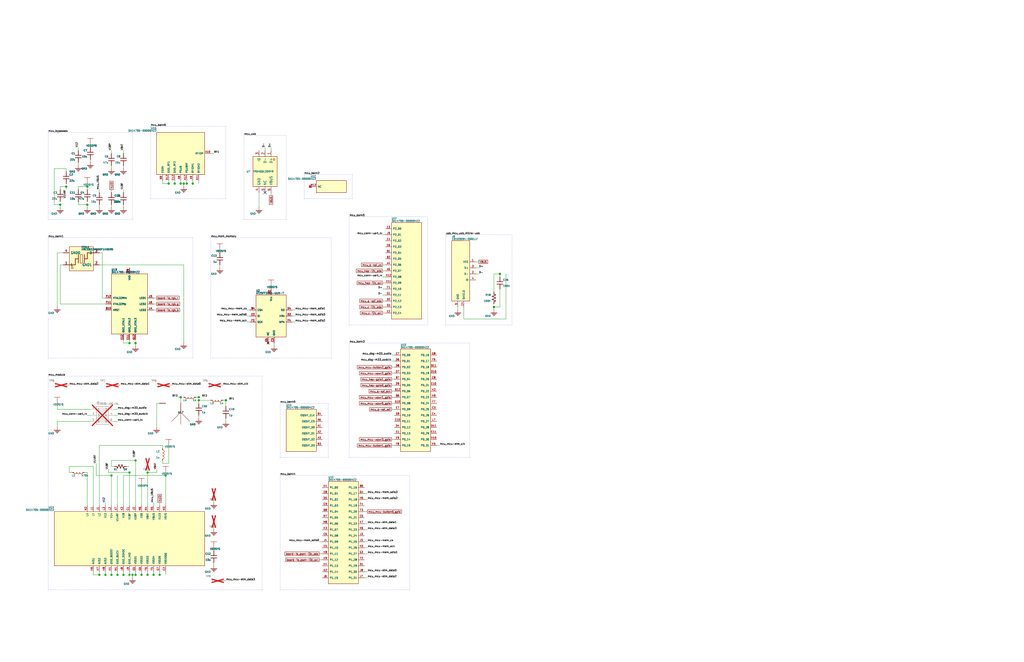
<source format=kicad_sch>
(kicad_sch (version 20230121) (generator jitx)
  (paper "B")
  (lib_symbols
    (symbol "VDD3P0" (power)
      (property "Reference" "#PWR" (at 35.0 60.0 0.0))
      (property "Value" "VDD3P0" (at 0.508 0.508 0.0))
      (symbol "VDD3P0_1_0"
        (pin power_in line (at 0.0 0.0 0) (length 0.0) (name "VDD3P0") (number "~"))
      )
    )
    (symbol "GND" (power)
      (property "Reference" "#PWR" (at 35.0 60.0 0.0))
      (property "Value" "GND" (at -2.54 -2.54 0.0))
      (symbol "GND_1_0"
        (pin power_in line (at 0.0 0.0 270) (length 0.0) (name "GND") (number "~"))
      )
    )
    (symbol "VDDSYS" (power)
      (property "Reference" "#PWR" (at 35.0 60.0 0.0))
      (property "Value" "VDDSYS" (at 0.508 0.508 0.0))
      (symbol "VDDSYS_1_0"
        (pin power_in line (at 0.0 0.0 0) (length 0.0) (name "VDDSYS") (number "~"))
      )
    )
    (symbol "test_point_sym"
      (property "Reference" "U" (at -2.54 1.905 0.0))
      (symbol "test_point_sym_1_0"
        (pin unspecified line (at 2.54 0.0 180) (length 0.0) (name "p") (number "~"))
      )
    )
    (symbol "capacitor_sym"
      (property "Reference" "U" (at 1.27 1.27 0.0))
      (property "Value" "capacitor_sym" (at 1.27 -1.27 0.0))
      (symbol "capacitor_sym_1_0"
        (pin unspecified line (at 0.0 2.54 270) (length 0.0) (name "1") (number "~"))
        (pin unspecified line (at 0.0 -2.54 90) (length 0.0) (name "2") (number "~"))
      )
    )
    (symbol "capacitor_sym_1"
      (property "Reference" "U" (at 1.27 1.27 0.0))
      (property "Value" "capacitor_sym_1" (at 1.27 -1.27 0.0))
      (symbol "capacitor_sym_1_1_0"
        (pin unspecified line (at 0.0 2.54 270) (length 0.0) (name "1") (number "~"))
        (pin unspecified line (at 0.0 -2.54 90) (length 0.0) (name "2") (number "~"))
      )
    )
    (symbol "capacitor_sym_2"
      (property "Reference" "U" (at 1.27 1.27 0.0))
      (property "Value" "capacitor_sym_2" (at 1.27 -1.27 0.0))
      (symbol "capacitor_sym_2_1_0"
        (pin unspecified line (at 0.0 2.54 270) (length 0.0) (name "1") (number "~"))
        (pin unspecified line (at 0.0 -2.54 90) (length 0.0) (name "2") (number "~"))
      )
    )
    (symbol "capacitor_sym_3"
      (property "Reference" "U" (at 1.27 1.27 0.0))
      (property "Value" "capacitor_sym_3" (at 1.27 -1.27 0.0))
      (symbol "capacitor_sym_3_1_0"
        (pin unspecified line (at 0.0 2.54 270) (length 0.0) (name "1") (number "~"))
        (pin unspecified line (at 0.0 -2.54 90) (length 0.0) (name "2") (number "~"))
      )
    )
    (symbol "capacitor_sym_4"
      (property "Reference" "U" (at 1.27 1.27 0.0))
      (property "Value" "capacitor_sym_4" (at 1.27 -1.27 0.0))
      (symbol "capacitor_sym_4_1_0"
        (pin unspecified line (at 0.0 2.54 270) (length 0.0) (name "1") (number "~"))
        (pin unspecified line (at 0.0 -2.54 90) (length 0.0) (name "2") (number "~"))
      )
    )
    (symbol "capacitor_sym_5"
      (property "Reference" "U" (at 1.27 1.27 0.0))
      (property "Value" "capacitor_sym_5" (at 1.27 -1.27 0.0))
      (symbol "capacitor_sym_5_1_0"
        (pin unspecified line (at 0.0 2.54 270) (length 0.0) (name "1") (number "~"))
        (pin unspecified line (at 0.0 -2.54 90) (length 0.0) (name "2") (number "~"))
      )
    )
    (symbol "box_symbol_15L_0R_0T_0B"
      (property "Reference" "U" (at -6.35 21.682 0.0))
      (property "Value" "box_symbol_15L_0R_0T_0B" (at -6.35 20.62 0.0))
      (symbol "box_symbol_15L_0R_0T_0B_1_0"
        (pin unspecified line (at -8.89 17.78 0) (length 2.54) (name "L0") (number "~"))
        (pin unspecified line (at -8.89 15.24 0) (length 2.54) (name "L1") (number "~"))
        (pin unspecified line (at -8.89 12.7 0) (length 2.54) (name "L2") (number "~"))
        (pin unspecified line (at -8.89 10.16 0) (length 2.54) (name "L3") (number "~"))
        (pin unspecified line (at -8.89 7.62 0) (length 2.54) (name "L4") (number "~"))
        (pin unspecified line (at -8.89 5.08 0) (length 2.54) (name "L5") (number "~"))
        (pin unspecified line (at -8.89 2.54 0) (length 2.54) (name "L6") (number "~"))
        (pin unspecified line (at -8.89 0.0 0) (length 2.54) (name "L7") (number "~"))
        (pin unspecified line (at -8.89 -2.54 0) (length 2.54) (name "L8") (number "~"))
        (pin unspecified line (at -8.89 -5.08 0) (length 2.54) (name "L9") (number "~"))
        (pin unspecified line (at -8.89 -7.62 0) (length 2.54) (name "L10") (number "~"))
        (pin unspecified line (at -8.89 -10.16 0) (length 2.54) (name "L11") (number "~"))
        (pin unspecified line (at -8.89 -12.7 0) (length 2.54) (name "L12") (number "~"))
        (pin unspecified line (at -8.89 -15.24 0) (length 2.54) (name "L13") (number "~"))
        (pin unspecified line (at -8.89 -17.78 0) (length 2.54) (name "L14") (number "~"))
      )
    )
    (symbol "capacitor_sym_6"
      (property "Reference" "U" (at 1.27 1.27 0.0))
      (property "Value" "capacitor_sym_6" (at 1.27 -1.27 0.0))
      (symbol "capacitor_sym_6_1_0"
        (pin unspecified line (at 0.0 2.54 270) (length 0.0) (name "1") (number "~"))
        (pin unspecified line (at 0.0 -2.54 90) (length 0.0) (name "2") (number "~"))
      )
    )
    (symbol "resistor_sym"
      (property "Reference" "U" (at 1.27 1.27 0.0))
      (property "Value" "resistor_sym" (at 1.27 -1.27 0.0))
      (symbol "resistor_sym_1_0"
        (pin unspecified line (at 0.0 2.54 270) (length 0.0) (name "2") (number "~"))
        (pin unspecified line (at 0.0 -2.54 90) (length 0.0) (name "1") (number "~"))
      )
    )
    (symbol "capacitor_sym_7"
      (property "Reference" "U" (at 1.27 1.27 0.0))
      (property "Value" "capacitor_sym_7" (at 1.27 -1.27 0.0))
      (symbol "capacitor_sym_7_1_0"
        (pin unspecified line (at 0.0 2.54 270) (length 0.0) (name "1") (number "~"))
        (pin unspecified line (at 0.0 -2.54 90) (length 0.0) (name "2") (number "~"))
      )
    )
    (symbol "inductor_sym"
      (property "Reference" "U" (at 1.27 1.27 0.0))
      (property "Value" "inductor_sym" (at 1.27 -1.27 0.0))
      (symbol "inductor_sym_1_0"
        (pin unspecified line (at 0.0 2.54 270) (length 0.0) (name "2") (number "~"))
        (pin unspecified line (at 0.0 -2.54 90) (length 0.0) (name "1") (number "~"))
      )
    )
    (symbol "inductor_sym_1"
      (property "Reference" "U" (at 1.27 1.27 0.0))
      (property "Value" "inductor_sym_1" (at 1.27 -1.27 0.0))
      (symbol "inductor_sym_1_1_0"
        (pin unspecified line (at 0.0 2.54 270) (length 0.0) (name "2") (number "~"))
        (pin unspecified line (at 0.0 -2.54 90) (length 0.0) (name "1") (number "~"))
      )
    )
    (symbol "box_symbol_6L_9R_2T_2B"
      (property "Reference" "U" (at -11.43 19.142 0.0))
      (property "Value" "box_symbol_6L_9R_2T_2B" (at -11.43 18.08 0.0))
      (symbol "box_symbol_6L_9R_2T_2B_1_0"
        (pin unspecified line (at -13.97 6.35 0) (length 2.54) (name "L0") (number "~"))
        (pin unspecified line (at -13.97 3.81 0) (length 2.54) (name "L1") (number "~"))
        (pin unspecified line (at -13.97 1.27 0) (length 2.54) (name "L2") (number "~"))
        (pin unspecified line (at -13.97 -1.27 0) (length 2.54) (name "L3") (number "~"))
        (pin unspecified line (at -13.97 -3.81 0) (length 2.54) (name "L4") (number "~"))
        (pin unspecified line (at -13.97 -6.35 0) (length 2.54) (name "L5") (number "~"))
        (pin unspecified line (at 13.97 10.16 180) (length 2.54) (name "R0") (number "~"))
        (pin unspecified line (at 13.97 7.62 180) (length 2.54) (name "R1") (number "~"))
        (pin unspecified line (at 13.97 5.08 180) (length 2.54) (name "R2") (number "~"))
        (pin unspecified line (at 13.97 2.54 180) (length 2.54) (name "R3") (number "~"))
        (pin unspecified line (at 13.97 0.0 180) (length 2.54) (name "R4") (number "~"))
        (pin unspecified line (at 13.97 -2.54 180) (length 2.54) (name "R5") (number "~"))
        (pin unspecified line (at 13.97 -5.08 180) (length 2.54) (name "R6") (number "~"))
        (pin unspecified line (at 13.97 -7.62 180) (length 2.54) (name "R7") (number "~"))
        (pin unspecified line (at 13.97 -10.16 180) (length 2.54) (name "R8") (number "~"))
        (pin unspecified line (at -1.27 20.32 270) (length 2.54) (name "T0") (number "~"))
        (pin unspecified line (at 1.27 20.32 270) (length 2.54) (name "T1") (number "~"))
        (pin unspecified line (at -1.27 -20.32 90) (length 2.54) (name "B0") (number "~"))
        (pin unspecified line (at 1.27 -20.32 90) (length 2.54) (name "B1") (number "~"))
      )
    )
    (symbol "capacitor_sym_8"
      (property "Reference" "U" (at 1.27 1.27 0.0))
      (property "Value" "capacitor_sym_8" (at 1.27 -1.27 0.0))
      (symbol "capacitor_sym_8_1_0"
        (pin unspecified line (at 0.0 2.54 270) (length 0.0) (name "2") (number "~"))
        (pin unspecified line (at 0.0 -2.54 90) (length 0.0) (name "1") (number "~"))
      )
    )
    (symbol "header_symbol"
      (property "Reference" "U" (at -2.54 5.08 0.0))
      (property "Value" "header_symbol" (at -2.54 4.445 0.0))
      (symbol "header_symbol_1_0"
        (pin unspecified line (at -5.08 2.54 0) (length 2.54) (name "1") (number "~"))
        (pin unspecified line (at 5.08 2.54 180) (length 2.54) (name "2") (number "~"))
        (pin unspecified line (at -5.08 0.0 0) (length 2.54) (name "3") (number "~"))
        (pin unspecified line (at 5.08 0.0 180) (length 2.54) (name "4") (number "~"))
        (pin unspecified line (at -5.08 -2.54 0) (length 2.54) (name "5") (number "~"))
        (pin unspecified line (at 5.08 -2.54 180) (length 2.54) (name "6") (number "~"))
      )
    )
    (symbol "capacitor_sym_9"
      (property "Reference" "U" (at 1.27 1.27 0.0))
      (property "Value" "capacitor_sym_9" (at 1.27 -1.27 0.0))
      (symbol "capacitor_sym_9_1_0"
        (pin unspecified line (at 0.0 2.54 270) (length 0.0) (name "1") (number "~"))
        (pin unspecified line (at 0.0 -2.54 90) (length 0.0) (name "2") (number "~"))
      )
    )
    (symbol "box_symbol_0L_1R_0T_7B"
      (property "Reference" "U" (at -10.16 10.252 0.0))
      (property "Value" "box_symbol_0L_1R_0T_7B" (at -10.16 9.19 0.0))
      (symbol "box_symbol_0L_1R_0T_7B_1_0"
        (pin unspecified line (at 12.7 0.0 180) (length 2.54) (name "R0") (number "~"))
        (pin unspecified line (at -7.62 -11.43 90) (length 2.54) (name "B0") (number "~"))
        (pin unspecified line (at -5.08 -11.43 90) (length 2.54) (name "B1") (number "~"))
        (pin unspecified line (at -2.54 -11.43 90) (length 2.54) (name "B2") (number "~"))
        (pin unspecified line (at 0.0 -11.43 90) (length 2.54) (name "B3") (number "~"))
        (pin unspecified line (at 2.54 -11.43 90) (length 2.54) (name "B4") (number "~"))
        (pin unspecified line (at 5.08 -11.43 90) (length 2.54) (name "B5") (number "~"))
        (pin unspecified line (at 7.62 -11.43 90) (length 2.54) (name "B6") (number "~"))
      )
    )
    (symbol "capacitor_sym_10"
      (property "Reference" "U" (at 1.27 1.27 0.0))
      (property "Value" "capacitor_sym_10" (at 1.27 -1.27 0.0))
      (symbol "capacitor_sym_10_1_0"
        (pin unspecified line (at 0.0 2.54 270) (length 0.0) (name "1") (number "~"))
        (pin unspecified line (at 0.0 -2.54 90) (length 0.0) (name "2") (number "~"))
      )
    )
    (symbol "box_symbol_3L_3R_1T_2B"
      (property "Reference" "U" (at -6.35 10.252 0.0))
      (property "Value" "box_symbol_3L_3R_1T_2B" (at -6.35 9.19 0.0))
      (symbol "box_symbol_3L_3R_1T_2B_1_0"
        (pin unspecified line (at -8.89 2.54 0) (length 2.54) (name "L0") (number "~"))
        (pin unspecified line (at -8.89 0.0 0) (length 2.54) (name "L1") (number "~"))
        (pin unspecified line (at -8.89 -2.54 0) (length 2.54) (name "L2") (number "~"))
        (pin unspecified line (at 8.89 2.54 180) (length 2.54) (name "R0") (number "~"))
        (pin unspecified line (at 8.89 0.0 180) (length 2.54) (name "R1") (number "~"))
        (pin unspecified line (at 8.89 -2.54 180) (length 2.54) (name "R2") (number "~"))
        (pin unspecified line (at 0.0 11.43 270) (length 2.54) (name "T0") (number "~"))
        (pin unspecified line (at -1.27 -11.43 90) (length 2.54) (name "B0") (number "~"))
        (pin unspecified line (at 1.27 -11.43 90) (length 2.54) (name "B1") (number "~"))
      )
    )
    (symbol "capacitor_sym_11"
      (property "Reference" "U" (at 1.27 1.27 0.0))
      (property "Value" "capacitor_sym_11" (at 1.27 -1.27 0.0))
      (symbol "capacitor_sym_11_1_0"
        (pin unspecified line (at 0.0 2.54 270) (length 0.0) (name "1") (number "~"))
        (pin unspecified line (at 0.0 -2.54 90) (length 0.0) (name "2") (number "~"))
      )
    )
    (symbol "capacitor_sym_12"
      (property "Reference" "U" (at 1.27 1.27 0.0))
      (property "Value" "capacitor_sym_12" (at 1.27 -1.27 0.0))
      (symbol "capacitor_sym_12_1_0"
        (pin unspecified line (at 0.0 2.54 270) (length 0.0) (name "1") (number "~"))
        (pin unspecified line (at 0.0 -2.54 90) (length 0.0) (name "2") (number "~"))
      )
    )
    (symbol "capacitor_sym_13"
      (property "Reference" "U" (at 1.27 1.27 0.0))
      (property "Value" "capacitor_sym_13" (at 1.27 -1.27 0.0))
      (symbol "capacitor_sym_13_1_0"
        (pin unspecified line (at 0.0 2.54 270) (length 0.0) (name "1") (number "~"))
        (pin unspecified line (at 0.0 -2.54 90) (length 0.0) (name "2") (number "~"))
      )
    )
    (symbol "capacitor_sym_14"
      (property "Reference" "U" (at 1.27 1.27 0.0))
      (property "Value" "capacitor_sym_14" (at 1.27 -1.27 0.0))
      (symbol "capacitor_sym_14_1_0"
        (pin unspecified line (at 0.0 2.54 270) (length 0.0) (name "1") (number "~"))
        (pin unspecified line (at 0.0 -2.54 90) (length 0.0) (name "2") (number "~"))
      )
    )
    (symbol "box_symbol_0L_0R_14T_13B"
      (property "Reference" "U" (at -31.75 12.792 0.0))
      (property "Value" "box_symbol_0L_0R_14T_13B" (at -31.75 11.73 0.0))
      (symbol "box_symbol_0L_0R_14T_13B_1_0"
        (pin unspecified line (at -17.78 13.97 270) (length 2.54) (name "T0") (number "~"))
        (pin unspecified line (at -15.24 13.97 270) (length 2.54) (name "T1") (number "~"))
        (pin unspecified line (at -12.7 13.97 270) (length 2.54) (name "T2") (number "~"))
        (pin unspecified line (at -10.16 13.97 270) (length 2.54) (name "T3") (number "~"))
        (pin unspecified line (at -7.62 13.97 270) (length 2.54) (name "T4") (number "~"))
        (pin unspecified line (at -5.08 13.97 270) (length 2.54) (name "T5") (number "~"))
        (pin unspecified line (at -2.54 13.97 270) (length 2.54) (name "T6") (number "~"))
        (pin unspecified line (at 0.0 13.97 270) (length 2.54) (name "T7") (number "~"))
        (pin unspecified line (at 2.54 13.97 270) (length 2.54) (name "T8") (number "~"))
        (pin unspecified line (at 5.08 13.97 270) (length 2.54) (name "T9") (number "~"))
        (pin unspecified line (at 7.62 13.97 270) (length 2.54) (name "T10") (number "~"))
        (pin unspecified line (at 10.16 13.97 270) (length 2.54) (name "T11") (number "~"))
        (pin unspecified line (at 12.7 13.97 270) (length 2.54) (name "T12") (number "~"))
        (pin unspecified line (at 15.24 13.97 270) (length 2.54) (name "T13") (number "~"))
        (pin unspecified line (at -15.24 -13.97 90) (length 2.54) (name "B0") (number "~"))
        (pin unspecified line (at -12.7 -13.97 90) (length 2.54) (name "B1") (number "~"))
        (pin unspecified line (at -10.16 -13.97 90) (length 2.54) (name "B2") (number "~"))
        (pin unspecified line (at -7.62 -13.97 90) (length 2.54) (name "B3") (number "~"))
        (pin unspecified line (at -5.08 -13.97 90) (length 2.54) (name "B4") (number "~"))
        (pin unspecified line (at -2.54 -13.97 90) (length 2.54) (name "B5") (number "~"))
        (pin unspecified line (at 0.0 -13.97 90) (length 2.54) (name "B6") (number "~"))
        (pin unspecified line (at 2.54 -13.97 90) (length 2.54) (name "B7") (number "~"))
        (pin unspecified line (at 5.08 -13.97 90) (length 2.54) (name "B8") (number "~"))
        (pin unspecified line (at 7.62 -13.97 90) (length 2.54) (name "B9") (number "~"))
        (pin unspecified line (at 10.16 -13.97 90) (length 2.54) (name "B10") (number "~"))
        (pin unspecified line (at 12.7 -13.97 90) (length 2.54) (name "B11") (number "~"))
        (pin unspecified line (at 15.24 -13.97 90) (length 2.54) (name "B12") (number "~"))
      )
    )
    (symbol "capacitor_sym_15"
      (property "Reference" "U" (at 1.27 1.27 0.0))
      (property "Value" "capacitor_sym_15" (at 1.27 -1.27 0.0))
      (symbol "capacitor_sym_15_1_0"
        (pin unspecified line (at 0.0 2.54 270) (length 0.0) (name "1") (number "~"))
        (pin unspecified line (at 0.0 -2.54 90) (length 0.0) (name "2") (number "~"))
      )
    )
    (symbol "capacitor_sym_16"
      (property "Reference" "U" (at 1.27 1.27 0.0))
      (property "Value" "capacitor_sym_16" (at 1.27 -1.27 0.0))
      (symbol "capacitor_sym_16_1_0"
        (pin unspecified line (at 0.0 2.54 270) (length 0.0) (name "1") (number "~"))
        (pin unspecified line (at 0.0 -2.54 90) (length 0.0) (name "2") (number "~"))
      )
    )
    (symbol "capacitor_sym_17"
      (property "Reference" "U" (at 1.27 1.27 0.0))
      (property "Value" "capacitor_sym_17" (at 1.27 -1.27 0.0))
      (symbol "capacitor_sym_17_1_0"
        (pin unspecified line (at 0.0 2.54 270) (length 0.0) (name "1") (number "~"))
        (pin unspecified line (at 0.0 -2.54 90) (length 0.0) (name "2") (number "~"))
      )
    )
    (symbol "capacitor_sym_18"
      (property "Reference" "U" (at 1.27 1.27 0.0))
      (property "Value" "capacitor_sym_18" (at 1.27 -1.27 0.0))
      (symbol "capacitor_sym_18_1_0"
        (pin unspecified line (at 0.0 2.54 270) (length 0.0) (name "1") (number "~"))
        (pin unspecified line (at 0.0 -2.54 90) (length 0.0) (name "2") (number "~"))
      )
    )
    (symbol "capacitor_sym_19"
      (property "Reference" "U" (at 1.27 1.27 0.0))
      (property "Value" "capacitor_sym_19" (at 1.27 -1.27 0.0))
      (symbol "capacitor_sym_19_1_0"
        (pin unspecified line (at 0.0 2.54 270) (length 0.0) (name "1") (number "~"))
        (pin unspecified line (at 0.0 -2.54 90) (length 0.0) (name "2") (number "~"))
      )
    )
    (symbol "capacitor_sym_20"
      (property "Reference" "U" (at 1.27 1.27 0.0))
      (property "Value" "capacitor_sym_20" (at 1.27 -1.27 0.0))
      (symbol "capacitor_sym_20_1_0"
        (pin unspecified line (at 0.0 2.54 270) (length 0.0) (name "1") (number "~"))
        (pin unspecified line (at 0.0 -2.54 90) (length 0.0) (name "2") (number "~"))
      )
    )
    (symbol "resistor_sym_1"
      (property "Reference" "U" (at 1.27 1.27 0.0))
      (property "Value" "resistor_sym_1" (at 1.27 -1.27 0.0))
      (symbol "resistor_sym_1_1_0"
        (pin unspecified line (at 0.0 2.54 270) (length 0.0) (name "2") (number "~"))
        (pin unspecified line (at 0.0 -2.54 90) (length 0.0) (name "1") (number "~"))
      )
    )
    (symbol "resistor_sym_2"
      (property "Reference" "U" (at 1.27 1.27 0.0))
      (property "Value" "resistor_sym_2" (at 1.27 -1.27 0.0))
      (symbol "resistor_sym_2_1_0"
        (pin unspecified line (at 0.0 2.54 270) (length 0.0) (name "1") (number "~"))
        (pin unspecified line (at 0.0 -2.54 90) (length 0.0) (name "2") (number "~"))
      )
    )
    (symbol "capacitor_sym_21"
      (property "Reference" "U" (at 1.27 1.27 0.0))
      (property "Value" "capacitor_sym_21" (at 1.27 -1.27 0.0))
      (symbol "capacitor_sym_21_1_0"
        (pin unspecified line (at 0.0 2.54 270) (length 0.0) (name "1") (number "~"))
        (pin unspecified line (at 0.0 -2.54 90) (length 0.0) (name "2") (number "~"))
      )
    )
    (symbol "resistor_sym_3"
      (property "Reference" "U" (at 1.27 1.27 0.0))
      (property "Value" "resistor_sym_3" (at 1.27 -1.27 0.0))
      (symbol "resistor_sym_3_1_0"
        (pin unspecified line (at 0.0 2.54 270) (length 0.0) (name "1") (number "~"))
        (pin unspecified line (at 0.0 -2.54 90) (length 0.0) (name "2") (number "~"))
      )
    )
    (symbol "capacitor_sym_22"
      (property "Reference" "U" (at 1.27 1.27 0.0))
      (property "Value" "capacitor_sym_22" (at 1.27 -1.27 0.0))
      (symbol "capacitor_sym_22_1_0"
        (pin unspecified line (at 0.0 2.54 270) (length 0.0) (name "1") (number "~"))
        (pin unspecified line (at 0.0 -2.54 90) (length 0.0) (name "2") (number "~"))
      )
    )
    (symbol "capacitor_sym_23"
      (property "Reference" "U" (at 1.27 1.27 0.0))
      (property "Value" "capacitor_sym_23" (at 1.27 -1.27 0.0))
      (symbol "capacitor_sym_23_1_0"
        (pin unspecified line (at 0.0 2.54 270) (length 0.0) (name "1") (number "~"))
        (pin unspecified line (at 0.0 -2.54 90) (length 0.0) (name "2") (number "~"))
      )
    )
    (symbol "inductor_sym_2"
      (property "Reference" "U" (at 1.27 1.27 0.0))
      (property "Value" "inductor_sym_2" (at 1.27 -1.27 0.0))
      (symbol "inductor_sym_2_1_0"
        (pin unspecified line (at 0.0 2.54 270) (length 0.0) (name "2") (number "~"))
        (pin unspecified line (at 0.0 -2.54 90) (length 0.0) (name "1") (number "~"))
      )
    )
    (symbol "capacitor_sym_24"
      (property "Reference" "U" (at 1.27 1.27 0.0))
      (property "Value" "capacitor_sym_24" (at 1.27 -1.27 0.0))
      (symbol "capacitor_sym_24_1_0"
        (pin unspecified line (at 0.0 2.54 270) (length 0.0) (name "1") (number "~"))
        (pin unspecified line (at 0.0 -2.54 90) (length 0.0) (name "2") (number "~"))
      )
    )
    (symbol "capacitor_sym_25"
      (property "Reference" "U" (at 1.27 1.27 0.0))
      (property "Value" "capacitor_sym_25" (at 1.27 -1.27 0.0))
      (symbol "capacitor_sym_25_1_0"
        (pin unspecified line (at 0.0 2.54 270) (length 0.0) (name "2") (number "~"))
        (pin unspecified line (at 0.0 -2.54 90) (length 0.0) (name "1") (number "~"))
      )
    )
    (symbol "capacitor_sym_26"
      (property "Reference" "U" (at 1.27 1.27 0.0))
      (property "Value" "capacitor_sym_26" (at 1.27 -1.27 0.0))
      (symbol "capacitor_sym_26_1_0"
        (pin unspecified line (at 0.0 2.54 270) (length 0.0) (name "1") (number "~"))
        (pin unspecified line (at 0.0 -2.54 90) (length 0.0) (name "2") (number "~"))
      )
    )
    (symbol "resistor_sym_4"
      (property "Reference" "U" (at 1.27 1.27 0.0))
      (property "Value" "resistor_sym_4" (at 1.27 -1.27 0.0))
      (symbol "resistor_sym_4_1_0"
        (pin unspecified line (at 0.0 2.54 270) (length 0.0) (name "2") (number "~"))
        (pin unspecified line (at 0.0 -2.54 90) (length 0.0) (name "1") (number "~"))
      )
    )
    (symbol "capacitor_sym_27"
      (property "Reference" "U" (at 1.27 1.27 0.0))
      (property "Value" "capacitor_sym_27" (at 1.27 -1.27 0.0))
      (symbol "capacitor_sym_27_1_0"
        (pin unspecified line (at 0.0 2.54 270) (length 0.0) (name "1") (number "~"))
        (pin unspecified line (at 0.0 -2.54 90) (length 0.0) (name "2") (number "~"))
      )
    )
    (symbol "capacitor_sym_28"
      (property "Reference" "U" (at 1.27 1.27 0.0))
      (property "Value" "capacitor_sym_28" (at 1.27 -1.27 0.0))
      (symbol "capacitor_sym_28_1_0"
        (pin unspecified line (at 0.0 2.54 270) (length 0.0) (name "1") (number "~"))
        (pin unspecified line (at 0.0 -2.54 90) (length 0.0) (name "2") (number "~"))
      )
    )
    (symbol "capacitor_sym_29"
      (property "Reference" "U" (at 1.27 1.27 0.0))
      (property "Value" "capacitor_sym_29" (at 1.27 -1.27 0.0))
      (symbol "capacitor_sym_29_1_0"
        (pin unspecified line (at 0.0 2.54 270) (length 0.0) (name "1") (number "~"))
        (pin unspecified line (at 0.0 -2.54 90) (length 0.0) (name "2") (number "~"))
      )
    )
    (symbol "resistor_sym_5"
      (property "Reference" "U" (at 1.27 1.27 0.0))
      (property "Value" "resistor_sym_5" (at 1.27 -1.27 0.0))
      (symbol "resistor_sym_5_1_0"
        (pin unspecified line (at 0.0 2.54 270) (length 0.0) (name "2") (number "~"))
        (pin unspecified line (at 0.0 -2.54 90) (length 0.0) (name "1") (number "~"))
      )
    )
    (symbol "Johanson2450AT18D0100_STD_R"
      (property "Reference" "U" (at -3.8735 5.4435 0.0))
      (symbol "Johanson2450AT18D0100_STD_R_1_0"
        (pin unspecified line (at 8.89 -3.81 180) (length 2.54) (name "GND") (number "~"))
        (pin unspecified line (at 0.0 -3.81 90) (length 3.81) (name "ANT") (number "~"))
      )
    )
    (symbol "capacitor_sym_30"
      (property "Reference" "U" (at 1.27 1.27 0.0))
      (property "Value" "capacitor_sym_30" (at 1.27 -1.27 0.0))
      (symbol "capacitor_sym_30_1_0"
        (pin unspecified line (at 0.0 2.54 270) (length 0.0) (name "1") (number "~"))
        (pin unspecified line (at 0.0 -2.54 90) (length 0.0) (name "2") (number "~"))
      )
    )
    (symbol "box_symbol_0L_6R_0T_0B"
      (property "Reference" "U" (at -6.35 10.252 0.0))
      (property "Value" "box_symbol_0L_6R_0T_0B" (at -6.35 9.19 0.0))
      (symbol "box_symbol_0L_6R_0T_0B_1_0"
        (pin unspecified line (at 8.89 6.35 180) (length 2.54) (name "R0") (number "~"))
        (pin unspecified line (at 8.89 3.81 180) (length 2.54) (name "R1") (number "~"))
        (pin unspecified line (at 8.89 1.27 180) (length 2.54) (name "R2") (number "~"))
        (pin unspecified line (at 8.89 -1.27 180) (length 2.54) (name "R3") (number "~"))
        (pin unspecified line (at 8.89 -3.81 180) (length 2.54) (name "R4") (number "~"))
        (pin unspecified line (at 8.89 -6.35 180) (length 2.54) (name "R5") (number "~"))
      )
    )
    (symbol "XRCGB32M000F1H00R0"
      (property "Reference" "U" (at 0.0 4.54000508001016 0.0))
      (property "Value" "XRCGB32M000F1H00R0" (at 0.0 3.54000508001016 0.0))
      (symbol "XRCGB32M000F1H00R0_1_0"
        (pin unspecified line (at -7.62 -2.54 0) (length 2.54000508001016) (name "1") (number "~"))
        (pin unspecified line (at 7.62 2.54 180) (length 2.54000508001016) (name "3") (number "~"))
        (pin unspecified line (at -7.62 2.54 0) (length 2.54000508001016) (name "GND0") (number "~"))
        (pin unspecified line (at 7.62 -2.54 180) (length 2.54000508001016) (name "GND1") (number "~"))
      )
    )
    (symbol "box_symbol_2L_9R_2T_1B"
      (property "Reference" "U" (at -11.43 19.142 0.0))
      (property "Value" "box_symbol_2L_9R_2T_1B" (at -11.43 18.08 0.0))
      (symbol "box_symbol_2L_9R_2T_1B_1_0"
        (pin unspecified line (at -13.97 1.27 0) (length 2.54) (name "L0") (number "~"))
        (pin unspecified line (at -13.97 -1.27 0) (length 2.54) (name "L1") (number "~"))
        (pin unspecified line (at 13.97 10.16 180) (length 2.54) (name "R0") (number "~"))
        (pin unspecified line (at 13.97 7.62 180) (length 2.54) (name "R1") (number "~"))
        (pin unspecified line (at 13.97 5.08 180) (length 2.54) (name "R2") (number "~"))
        (pin unspecified line (at 13.97 2.54 180) (length 2.54) (name "R3") (number "~"))
        (pin unspecified line (at 13.97 0.0 180) (length 2.54) (name "R4") (number "~"))
        (pin unspecified line (at 13.97 -2.54 180) (length 2.54) (name "R5") (number "~"))
        (pin unspecified line (at 13.97 -5.08 180) (length 2.54) (name "R6") (number "~"))
        (pin unspecified line (at 13.97 -7.62 180) (length 2.54) (name "R7") (number "~"))
        (pin unspecified line (at 13.97 -10.16 180) (length 2.54) (name "R8") (number "~"))
        (pin unspecified line (at -1.27 20.32 270) (length 2.54) (name "T0") (number "~"))
        (pin unspecified line (at 1.27 20.32 270) (length 2.54) (name "T1") (number "~"))
        (pin unspecified line (at 0.0 -20.32 90) (length 2.54) (name "B0") (number "~"))
      )
    )
    (symbol "resistor_sym_6"
      (property "Reference" "U" (at 1.27 1.27 0.0))
      (property "Value" "resistor_sym_6" (at 1.27 -1.27 0.0))
      (symbol "resistor_sym_6_1_0"
        (pin unspecified line (at 0.0 2.54 270) (length 0.0) (name "2") (number "~"))
        (pin unspecified line (at 0.0 -2.54 90) (length 0.0) (name "1") (number "~"))
      )
    )
    (symbol "resistor_sym_7"
      (property "Reference" "U" (at 1.27 1.27 0.0))
      (property "Value" "resistor_sym_7" (at 1.27 -1.27 0.0))
      (symbol "resistor_sym_7_1_0"
        (pin unspecified line (at 0.0 2.54 270) (length 0.0) (name "2") (number "~"))
        (pin unspecified line (at 0.0 -2.54 90) (length 0.0) (name "1") (number "~"))
      )
    )
    (symbol "box_symbol_3L_3R_1T_3B"
      (property "Reference" "U" (at -7.62 14.062 0.0))
      (property "Value" "box_symbol_3L_3R_1T_3B" (at -7.62 13.0 0.0))
      (symbol "box_symbol_3L_3R_1T_3B_1_0"
        (pin unspecified line (at -10.16 2.54 0) (length 2.54) (name "L0") (number "~"))
        (pin unspecified line (at -10.16 0.0 0) (length 2.54) (name "L1") (number "~"))
        (pin unspecified line (at -10.16 -2.54 0) (length 2.54) (name "L2") (number "~"))
        (pin unspecified line (at 10.16 2.54 180) (length 2.54) (name "R0") (number "~"))
        (pin unspecified line (at 10.16 0.0 180) (length 2.54) (name "R1") (number "~"))
        (pin unspecified line (at 10.16 -2.54 180) (length 2.54) (name "R2") (number "~"))
        (pin unspecified line (at 0.0 15.24 270) (length 2.54) (name "T0") (number "~"))
        (pin unspecified line (at -2.54 -15.24 90) (length 2.54) (name "B0") (number "~"))
        (pin unspecified line (at 0.0 -15.24 90) (length 2.54) (name "B1") (number "~"))
        (pin unspecified line (at 2.54 -15.24 90) (length 2.54) (name "B2") (number "~"))
      )
    )
    (symbol "capacitor_sym_31"
      (property "Reference" "U" (at 1.27 1.27 0.0))
      (property "Value" "capacitor_sym_31" (at 1.27 -1.27 0.0))
      (symbol "capacitor_sym_31_1_0"
        (pin unspecified line (at 0.0 2.54 270) (length 0.0) (name "1") (number "~"))
        (pin unspecified line (at 0.0 -2.54 90) (length 0.0) (name "2") (number "~"))
      )
    )
    (symbol "TPD4S012DRYR"
      (property "Reference" "U" (at 0.0 6.19100838201676 0.0))
      (property "Value" "TPD4S012DRYR" (at 0.0 5.19100838201676 0.0))
      (symbol "TPD4S012DRYR_1_0"
        (pin unspecified line (at -8.89 2.54 0) (length 2.54000508001016) (name "D+") (number "~"))
        (pin unspecified line (at -8.89 0.0 0) (length 2.54000508001016) (name "D-") (number "~"))
        (pin unspecified line (at -8.89 -2.54 0) (length 2.54000508001016) (name "ID") (number "~"))
        (pin unspecified line (at 8.89 -2.54 180) (length 2.54000508001016) (name "GND") (number "~"))
        (pin unspecified line (at 8.89 0.0 180) (length 2.54000508001016) (name "NC") (number "~"))
        (pin unspecified line (at 8.89 2.54 180) (length 2.54000508001016) (name "VBUS") (number "~"))
      )
    )
    (symbol "box_symbol_8L_0R_0T_0B"
      (property "Reference" "U" (at -7.62 12.792 0.0))
      (property "Value" "box_symbol_8L_0R_0T_0B" (at -7.62 11.73 0.0))
      (symbol "box_symbol_8L_0R_0T_0B_1_0"
        (pin unspecified line (at -10.16 8.89 0) (length 2.54) (name "L0") (number "~"))
        (pin unspecified line (at -10.16 6.35 0) (length 2.54) (name "L1") (number "~"))
        (pin unspecified line (at -10.16 3.81 0) (length 2.54) (name "L2") (number "~"))
        (pin unspecified line (at -10.16 1.27 0) (length 2.54) (name "L3") (number "~"))
        (pin unspecified line (at -10.16 -1.27 0) (length 2.54) (name "L4") (number "~"))
        (pin unspecified line (at -10.16 -3.81 0) (length 2.54) (name "L5") (number "~"))
        (pin unspecified line (at -10.16 -6.35 0) (length 2.54) (name "L6") (number "~"))
        (pin unspecified line (at -10.16 -8.89 0) (length 2.54) (name "L7") (number "~"))
      )
    )
    (symbol "resistor_sym_8"
      (property "Reference" "U" (at 1.27 1.27 0.0))
      (property "Value" "resistor_sym_8" (at 1.27 -1.27 0.0))
      (symbol "resistor_sym_8_1_0"
        (pin unspecified line (at 0.0 2.54 270) (length 0.0) (name "1") (number "~"))
        (pin unspecified line (at 0.0 -2.54 90) (length 0.0) (name "2") (number "~"))
      )
    )
    (symbol "capacitor_sym_32"
      (property "Reference" "U" (at 1.27 1.27 0.0))
      (property "Value" "capacitor_sym_32" (at 1.27 -1.27 0.0))
      (symbol "capacitor_sym_32_1_0"
        (pin unspecified line (at 0.0 2.54 270) (length 0.0) (name "1") (number "~"))
        (pin unspecified line (at 0.0 -2.54 90) (length 0.0) (name "2") (number "~"))
      )
    )
    (symbol "sym_EVP_BB4A9B000"
      (property "Reference" "U" (at 0.0 4.27 0.0))
      (property "Value" "sym_EVP_BB4A9B000" (at 0.0 3.27 0.0))
      (symbol "sym_EVP_BB4A9B000_1_0"
        (pin unspecified line (at -7.62 -3.81 0) (length 2.54) (name "A1") (number "~"))
        (pin unspecified line (at -7.62 1.27 0) (length 2.54) (name "A") (number "~"))
        (pin unspecified line (at 7.62 -3.81 180) (length 2.54) (name "B1") (number "~"))
        (pin unspecified line (at 7.62 1.27 180) (length 2.54) (name "B") (number "~"))
      )
    )
    (symbol "capacitor_sym_33"
      (property "Reference" "U" (at 1.27 1.27 0.0))
      (property "Value" "capacitor_sym_33" (at 1.27 -1.27 0.0))
      (symbol "capacitor_sym_33_1_0"
        (pin unspecified line (at 0.0 2.54 270) (length 0.0) (name "1") (number "~"))
        (pin unspecified line (at 0.0 -2.54 90) (length 0.0) (name "2") (number "~"))
      )
    )
    (symbol "capacitor_sym_34"
      (property "Reference" "U" (at 1.27 1.27 0.0))
      (property "Value" "capacitor_sym_34" (at 1.27 -1.27 0.0))
      (symbol "capacitor_sym_34_1_0"
        (pin unspecified line (at 0.0 2.54 270) (length 0.0) (name "1") (number "~"))
        (pin unspecified line (at 0.0 -2.54 90) (length 0.0) (name "2") (number "~"))
      )
    )
    (symbol "capacitor_sym_35"
      (property "Reference" "U" (at 1.27 1.27 0.0))
      (property "Value" "capacitor_sym_35" (at 1.27 -1.27 0.0))
      (symbol "capacitor_sym_35_1_0"
        (pin unspecified line (at 0.0 2.54 270) (length 0.0) (name "1") (number "~"))
        (pin unspecified line (at 0.0 -2.54 90) (length 0.0) (name "2") (number "~"))
      )
    )
    (symbol "sym"
      (property "Reference" "U" (at 0.0 0.46 0.0))
      (property "Value" "sym" (at 0.0 -0.54 0.0))
      (symbol "sym_1_0"
        (pin unspecified line (at 7.62 0.0 270) (length 2.54) (name "A") (number "~"))
        (pin unspecified line (at 2.54 -5.08 90) (length 2.54) (name "R") (number "~"))
        (pin unspecified line (at -2.54 -5.08 90) (length 2.54) (name "G") (number "~"))
        (pin unspecified line (at -7.62 -5.08 90) (length 2.54) (name "B") (number "~"))
      )
    )
    (symbol "capacitor_sym_36"
      (property "Reference" "U" (at 1.27 1.27 0.0))
      (property "Value" "capacitor_sym_36" (at 1.27 -1.27 0.0))
      (symbol "capacitor_sym_36_1_0"
        (pin unspecified line (at 0.0 2.54 270) (length 0.0) (name "1") (number "~"))
        (pin unspecified line (at 0.0 -2.54 90) (length 0.0) (name "2") (number "~"))
      )
    )
    (symbol "box_symbol_1L_0R_0T_0B"
      (property "Reference" "U" (at -6.35 3.902 0.0))
      (property "Value" "box_symbol_1L_0R_0T_0B" (at -6.35 2.84 0.0))
      (symbol "box_symbol_1L_0R_0T_0B_1_0"
        (pin unspecified line (at -8.89 0.0 0) (length 2.54) (name "L0") (number "~"))
      )
    )
    (symbol "resistor_sym_9"
      (property "Reference" "U" (at 1.27 1.27 0.0))
      (property "Value" "resistor_sym_9" (at 1.27 -1.27 0.0))
      (symbol "resistor_sym_9_1_0"
        (pin unspecified line (at 0.0 2.54 270) (length 0.0) (name "2") (number "~"))
        (pin unspecified line (at 0.0 -2.54 90) (length 0.0) (name "1") (number "~"))
      )
    )
    (symbol "capacitor_sym_37"
      (property "Reference" "U" (at 1.27 1.27 0.0))
      (property "Value" "capacitor_sym_37" (at 1.27 -1.27 0.0))
      (symbol "capacitor_sym_37_1_0"
        (pin unspecified line (at 0.0 2.54 270) (length 0.0) (name "1") (number "~"))
        (pin unspecified line (at 0.0 -2.54 90) (length 0.0) (name "2") (number "~"))
      )
    )
    (symbol "capacitor_sym_38"
      (property "Reference" "U" (at 1.27 1.27 0.0))
      (property "Value" "capacitor_sym_38" (at 1.27 -1.27 0.0))
      (symbol "capacitor_sym_38_1_0"
        (pin unspecified line (at 0.0 2.54 270) (length 0.0) (name "1") (number "~"))
        (pin unspecified line (at 0.0 -2.54 90) (length 0.0) (name "2") (number "~"))
      )
    )
    (symbol "box_symbol_16L_16R_0T_0B"
      (property "Reference" "U" (at -6.35 22.952 0.0))
      (property "Value" "box_symbol_16L_16R_0T_0B" (at -6.35 21.89 0.0))
      (symbol "box_symbol_16L_16R_0T_0B_1_0"
        (pin unspecified line (at -8.89 19.05 0) (length 2.54) (name "L0") (number "~"))
        (pin unspecified line (at -8.89 16.51 0) (length 2.54) (name "L1") (number "~"))
        (pin unspecified line (at -8.89 13.97 0) (length 2.54) (name "L2") (number "~"))
        (pin unspecified line (at -8.89 11.43 0) (length 2.54) (name "L3") (number "~"))
        (pin unspecified line (at -8.89 8.89 0) (length 2.54) (name "L4") (number "~"))
        (pin unspecified line (at -8.89 6.35 0) (length 2.54) (name "L5") (number "~"))
        (pin unspecified line (at -8.89 3.81 0) (length 2.54) (name "L6") (number "~"))
        (pin unspecified line (at -8.89 1.27 0) (length 2.54) (name "L7") (number "~"))
        (pin unspecified line (at -8.89 -1.27 0) (length 2.54) (name "L8") (number "~"))
        (pin unspecified line (at -8.89 -3.81 0) (length 2.54) (name "L9") (number "~"))
        (pin unspecified line (at -8.89 -6.35 0) (length 2.54) (name "L10") (number "~"))
        (pin unspecified line (at -8.89 -8.89 0) (length 2.54) (name "L11") (number "~"))
        (pin unspecified line (at -8.89 -11.43 0) (length 2.54) (name "L12") (number "~"))
        (pin unspecified line (at -8.89 -13.97 0) (length 2.54) (name "L13") (number "~"))
        (pin unspecified line (at -8.89 -16.51 0) (length 2.54) (name "L14") (number "~"))
        (pin unspecified line (at -8.89 -19.05 0) (length 2.54) (name "L15") (number "~"))
        (pin unspecified line (at 8.89 19.05 180) (length 2.54) (name "R0") (number "~"))
        (pin unspecified line (at 8.89 16.51 180) (length 2.54) (name "R1") (number "~"))
        (pin unspecified line (at 8.89 13.97 180) (length 2.54) (name "R2") (number "~"))
        (pin unspecified line (at 8.89 11.43 180) (length 2.54) (name "R3") (number "~"))
        (pin unspecified line (at 8.89 8.89 180) (length 2.54) (name "R4") (number "~"))
        (pin unspecified line (at 8.89 6.35 180) (length 2.54) (name "R5") (number "~"))
        (pin unspecified line (at 8.89 3.81 180) (length 2.54) (name "R6") (number "~"))
        (pin unspecified line (at 8.89 1.27 180) (length 2.54) (name "R7") (number "~"))
        (pin unspecified line (at 8.89 -1.27 180) (length 2.54) (name "R8") (number "~"))
        (pin unspecified line (at 8.89 -3.81 180) (length 2.54) (name "R9") (number "~"))
        (pin unspecified line (at 8.89 -6.35 180) (length 2.54) (name "R10") (number "~"))
        (pin unspecified line (at 8.89 -8.89 180) (length 2.54) (name "R11") (number "~"))
        (pin unspecified line (at 8.89 -11.43 180) (length 2.54) (name "R12") (number "~"))
        (pin unspecified line (at 8.89 -13.97 180) (length 2.54) (name "R13") (number "~"))
        (pin unspecified line (at 8.89 -16.51 180) (length 2.54) (name "R14") (number "~"))
        (pin unspecified line (at 8.89 -19.05 180) (length 2.54) (name "R15") (number "~"))
      )
    )
    (symbol "capacitor_sym_39"
      (property "Reference" "U" (at 1.27 1.27 0.0))
      (property "Value" "capacitor_sym_39" (at 1.27 -1.27 0.0))
      (symbol "capacitor_sym_39_1_0"
        (pin unspecified line (at 0.0 2.54 270) (length 0.0) (name "1") (number "~"))
        (pin unspecified line (at 0.0 -2.54 90) (length 0.0) (name "2") (number "~"))
      )
    )
    (symbol "resistor_sym_10"
      (property "Reference" "U" (at 1.27 1.27 0.0))
      (property "Value" "resistor_sym_10" (at 1.27 -1.27 0.0))
      (symbol "resistor_sym_10_1_0"
        (pin unspecified line (at 0.0 2.54 270) (length 0.0) (name "2") (number "~"))
        (pin unspecified line (at 0.0 -2.54 90) (length 0.0) (name "1") (number "~"))
      )
    )
    (symbol "ALTIUM_POWER_BAR"
      (property "Value" "ALTIUM_POWER_BAR" (at 0.508 0.508 0.0))
      (symbol "ALTIUM_POWER_BAR_1_0"
        (pin unspecified line (at 0.0 0.0 0) (length 0.0) (name "0") (number "~"))
      )
    )
    (symbol "capacitor_sym_40"
      (property "Reference" "U" (at 1.27 1.27 0.0))
      (property "Value" "capacitor_sym_40" (at 1.27 -1.27 0.0))
      (symbol "capacitor_sym_40_1_0"
        (pin unspecified line (at 0.0 2.54 270) (length 0.0) (name "1") (number "~"))
        (pin unspecified line (at 0.0 -2.54 90) (length 0.0) (name "2") (number "~"))
      )
    )
    (symbol "ALTIUM_POWER_GND_POWER"
      (property "Value" "ALTIUM_POWER_GND_POWER" (at 2.54 -1.016 0.0))
      (symbol "ALTIUM_POWER_GND_POWER_1_0"
        (pin unspecified line (at 0.0 0.0 0) (length 0.0) (name "0") (number "~"))
      )
    )
    (symbol "resistor_sym_11"
      (property "Reference" "U" (at 1.27 1.27 0.0))
      (property "Value" "resistor_sym_11" (at 1.27 -1.27 0.0))
      (symbol "resistor_sym_11_1_0"
        (pin unspecified line (at 0.0 2.54 270) (length 0.0) (name "1") (number "~"))
        (pin unspecified line (at 0.0 -2.54 90) (length 0.0) (name "2") (number "~"))
      )
    )
    (symbol "box_symbol_8L_12R_11T_3B"
      (property "Reference" "U" (at -24.13 26.762 0.0))
      (property "Value" "box_symbol_8L_12R_11T_3B" (at -24.13 25.7 0.0))
      (symbol "box_symbol_8L_12R_11T_3B_1_0"
        (pin unspecified line (at -26.67 8.89 0) (length 2.54) (name "L0") (number "~"))
        (pin unspecified line (at -26.67 6.35 0) (length 2.54) (name "L1") (number "~"))
        (pin unspecified line (at -26.67 3.81 0) (length 2.54) (name "L2") (number "~"))
        (pin unspecified line (at -26.67 1.27 0) (length 2.54) (name "L3") (number "~"))
        (pin unspecified line (at -26.67 -1.27 0) (length 2.54) (name "L4") (number "~"))
        (pin unspecified line (at -26.67 -3.81 0) (length 2.54) (name "L5") (number "~"))
        (pin unspecified line (at -26.67 -6.35 0) (length 2.54) (name "L6") (number "~"))
        (pin unspecified line (at -26.67 -8.89 0) (length 2.54) (name "L7") (number "~"))
        (pin unspecified line (at 26.67 13.97 180) (length 2.54) (name "R0") (number "~"))
        (pin unspecified line (at 26.67 11.43 180) (length 2.54) (name "R1") (number "~"))
        (pin unspecified line (at 26.67 8.89 180) (length 2.54) (name "R2") (number "~"))
        (pin unspecified line (at 26.67 6.35 180) (length 2.54) (name "R3") (number "~"))
        (pin unspecified line (at 26.67 3.81 180) (length 2.54) (name "R4") (number "~"))
        (pin unspecified line (at 26.67 1.27 180) (length 2.54) (name "R5") (number "~"))
        (pin unspecified line (at 26.67 -1.27 180) (length 2.54) (name "R6") (number "~"))
        (pin unspecified line (at 26.67 -3.81 180) (length 2.54) (name "R7") (number "~"))
        (pin unspecified line (at 26.67 -6.35 180) (length 2.54) (name "R8") (number "~"))
        (pin unspecified line (at 26.67 -8.89 180) (length 2.54) (name "R9") (number "~"))
        (pin unspecified line (at 26.67 -11.43 180) (length 2.54) (name "R10") (number "~"))
        (pin unspecified line (at 26.67 -13.97 180) (length 2.54) (name "R11") (number "~"))
        (pin unspecified line (at -12.7 27.94 270) (length 2.54) (name "T0") (number "~"))
        (pin unspecified line (at -10.16 27.94 270) (length 2.54) (name "T1") (number "~"))
        (pin unspecified line (at -7.62 27.94 270) (length 2.54) (name "T2") (number "~"))
        (pin unspecified line (at -5.08 27.94 270) (length 2.54) (name "T3") (number "~"))
        (pin unspecified line (at -2.54 27.94 270) (length 2.54) (name "T4") (number "~"))
        (pin unspecified line (at 0.0 27.94 270) (length 2.54) (name "T5") (number "~"))
        (pin unspecified line (at 2.54 27.94 270) (length 2.54) (name "T6") (number "~"))
        (pin unspecified line (at 5.08 27.94 270) (length 2.54) (name "T7") (number "~"))
        (pin unspecified line (at 7.62 27.94 270) (length 2.54) (name "T8") (number "~"))
        (pin unspecified line (at 10.16 27.94 270) (length 2.54) (name "T9") (number "~"))
        (pin unspecified line (at 12.7 27.94 270) (length 2.54) (name "T10") (number "~"))
        (pin unspecified line (at -2.54 -27.94 90) (length 2.54) (name "B0") (number "~"))
        (pin unspecified line (at 0.0 -27.94 90) (length 2.54) (name "B1") (number "~"))
        (pin unspecified line (at 2.54 -27.94 90) (length 2.54) (name "B2") (number "~"))
      )
    )
    (symbol "resistor_sym_12"
      (property "Reference" "U" (at 1.27 1.27 0.0))
      (property "Value" "resistor_sym_12" (at 1.27 -1.27 0.0))
      (symbol "resistor_sym_12_1_0"
        (pin unspecified line (at 0.0 2.54 270) (length 0.0) (name "1") (number "~"))
        (pin unspecified line (at 0.0 -2.54 90) (length 0.0) (name "2") (number "~"))
      )
    )
    (symbol "box_symbol_4L_2R_2T_1B"
      (property "Reference" "U" (at -11.43 11.522 0.0))
      (property "Value" "box_symbol_4L_2R_2T_1B" (at -11.43 10.46 0.0))
      (symbol "box_symbol_4L_2R_2T_1B_1_0"
        (pin unspecified line (at -13.97 3.81 0) (length 2.54) (name "L0") (number "~"))
        (pin unspecified line (at -13.97 1.27 0) (length 2.54) (name "L1") (number "~"))
        (pin unspecified line (at -13.97 -1.27 0) (length 2.54) (name "L2") (number "~"))
        (pin unspecified line (at -13.97 -3.81 0) (length 2.54) (name "L3") (number "~"))
        (pin unspecified line (at 13.97 1.27 180) (length 2.54) (name "R0") (number "~"))
        (pin unspecified line (at 13.97 -1.27 180) (length 2.54) (name "R1") (number "~"))
        (pin unspecified line (at -1.27 12.7 270) (length 2.54) (name "T0") (number "~"))
        (pin unspecified line (at 1.27 12.7 270) (length 2.54) (name "T1") (number "~"))
        (pin unspecified line (at 0.0 -12.7 90) (length 2.54) (name "B0") (number "~"))
      )
    )
    (symbol "inductor_sym_3"
      (property "Reference" "U" (at 1.27 1.27 0.0))
      (property "Value" "inductor_sym_3" (at 1.27 -1.27 0.0))
      (symbol "inductor_sym_3_1_0"
        (pin unspecified line (at 0.0 2.54 270) (length 0.0) (name "2") (number "~"))
        (pin unspecified line (at 0.0 -2.54 90) (length 0.0) (name "1") (number "~"))
      )
    )
    (symbol "ground_sym"
      (property "Value" "ground_sym" (at -2.54 -2.54 0.0))
      (symbol "ground_sym_1_0"
        (pin unspecified line (at 0.0 0.0 270) (length 0.0) (name "0") (number "~"))
      )
    )
    (symbol "capacitor_sym_41"
      (property "Reference" "U" (at 1.27 1.27 0.0))
      (property "Value" "capacitor_sym_41" (at 1.27 -1.27 0.0))
      (symbol "capacitor_sym_41_1_0"
        (pin unspecified line (at 0.0 2.54 270) (length 0.0) (name "1") (number "~"))
        (pin unspecified line (at 0.0 -2.54 90) (length 0.0) (name "2") (number "~"))
      )
    )
    (symbol "box_symbol_0L_4R_0T_2B"
      (property "Reference" "U" (at -3.81 14.062 0.0))
      (property "Value" "box_symbol_0L_4R_0T_2B" (at -3.81 13.0 0.0))
      (symbol "box_symbol_0L_4R_0T_2B_1_0"
        (pin unspecified line (at 6.35 3.81 180) (length 2.54) (name "R0") (number "~"))
        (pin unspecified line (at 6.35 1.27 180) (length 2.54) (name "R1") (number "~"))
        (pin unspecified line (at 6.35 -1.27 180) (length 2.54) (name "R2") (number "~"))
        (pin unspecified line (at 6.35 -3.81 180) (length 2.54) (name "R3") (number "~"))
        (pin unspecified line (at -1.27 -15.24 90) (length 2.54) (name "B0") (number "~"))
        (pin unspecified line (at 1.27 -15.24 90) (length 2.54) (name "B1") (number "~"))
      )
    )
    (symbol "sym_1"
      (property "Reference" "U" (at 0.0 8.08 0.0))
      (property "Value" "sym_1" (at 0.0 7.08 0.0))
      (symbol "sym_1_1_0"
        (pin unspecified line (at -12.7 5.08 0) (length 5.08) (name "G1") (number "~"))
        (pin unspecified line (at -12.7 2.54 0) (length 5.08) (name "D10") (number "~"))
        (pin unspecified line (at -12.7 0.0 0) (length 5.08) (name "D11") (number "~"))
        (pin unspecified line (at -12.7 -5.08 0) (length 5.08) (name "S2") (number "~"))
        (pin unspecified line (at -12.7 -7.62 0) (length 5.08) (name "D20") (number "~"))
        (pin unspecified line (at -12.7 -10.16 0) (length 5.08) (name "D12") (number "~"))
        (pin unspecified line (at 12.7 5.08 180) (length 5.08) (name "G2") (number "~"))
        (pin unspecified line (at 12.7 2.54 180) (length 5.08) (name "D21") (number "~"))
        (pin unspecified line (at 12.7 0.0 180) (length 5.08) (name "D22") (number "~"))
      )
    )
    (symbol "capacitor_sym_42"
      (property "Reference" "U" (at 1.27 1.27 0.0))
      (property "Value" "capacitor_sym_42" (at 1.27 -1.27 0.0))
      (symbol "capacitor_sym_42_1_0"
        (pin unspecified line (at 0.0 2.54 270) (length 0.0) (name "1") (number "~"))
        (pin unspecified line (at 0.0 -2.54 90) (length 0.0) (name "2") (number "~"))
      )
    )
    (symbol "capacitor_sym_43"
      (property "Reference" "U" (at 1.27 1.27 0.0))
      (property "Value" "capacitor_sym_43" (at 1.27 -1.27 0.0))
      (symbol "capacitor_sym_43_1_0"
        (pin unspecified line (at 0.0 2.54 270) (length 0.0) (name "1") (number "~"))
        (pin unspecified line (at 0.0 -2.54 90) (length 0.0) (name "2") (number "~"))
      )
    )
    (symbol "resistor_sym_13"
      (property "Reference" "U" (at 1.27 1.27 0.0))
      (property "Value" "resistor_sym_13" (at 1.27 -1.27 0.0))
      (symbol "resistor_sym_13_1_0"
        (pin unspecified line (at 0.0 2.54 270) (length 0.0) (name "2") (number "~"))
        (pin unspecified line (at 0.0 -2.54 90) (length 0.0) (name "1") (number "~"))
      )
    )
    (symbol "capacitor_sym_44"
      (property "Reference" "U" (at 1.27 1.27 0.0))
      (property "Value" "capacitor_sym_44" (at 1.27 -1.27 0.0))
      (symbol "capacitor_sym_44_1_0"
        (pin unspecified line (at 0.0 2.54 270) (length 0.0) (name "1") (number "~"))
        (pin unspecified line (at 0.0 -2.54 90) (length 0.0) (name "2") (number "~"))
      )
    )
    (symbol "C318539"
      (property "Reference" "C" (at 1.27 1.27 0.0))
      (property "Value" "C318539" (at 1.27 -1.27 0.0))
      (symbol "C318539_1_0"
        (pin unspecified line (at 0.0 2.54 270) (length 0.0) (name "2") (number "2"))
        (pin unspecified line (at 0.0 -2.54 90) (length 0.0) (name "1") (number "1"))
      )
    )
    (symbol "C76935"
      (property "Reference" "C" (at 1.27 1.27 0.0))
      (property "Value" "C76935" (at 1.27 -1.27 0.0))
      (symbol "C76935_1_0"
        (pin unspecified line (at 0.0 2.54 270) (length 0.0) (name "1") (number "1"))
        (pin unspecified line (at 0.0 -2.54 90) (length 0.0) (name "2") (number "2"))
      )
    )
    (symbol "C76935_1"
      (property "Reference" "C" (at 1.27 1.27 0.0))
      (property "Value" "C76935_1" (at 1.27 -1.27 0.0))
      (symbol "C76935_1_1_0"
        (pin unspecified line (at 0.0 2.54 270) (length 0.0) (name "1") (number "1"))
        (pin unspecified line (at 0.0 -2.54 90) (length 0.0) (name "2") (number "2"))
      )
    )
    (symbol "DRV2605YZFR"
      (property "Reference" "U" (at -11.43 11.522 0.0))
      (property "Value" "DRV2605YZFR" (at -11.43 10.46 0.0))
      (symbol "DRV2605YZFR_1_0"
        (pin unspecified line (at -13.97 3.81 0) (length 2.54) (name "EN") (number "A1"))
        (pin unspecified line (at -13.97 1.27 0) (length 2.54) (name "IN_TRIG") (number "B1"))
        (pin unspecified line (at -13.97 -1.27 0) (length 2.54) (name "SDA") (number "B2"))
        (pin unspecified line (at -13.97 -3.81 0) (length 2.54) (name "SCL") (number "C1"))
        (pin unspecified line (at 13.97 1.27 180) (length 2.54) (name "OUT+") (number "A3"))
        (pin unspecified line (at 13.97 -1.27 180) (length 2.54) (name "OUT-") (number "C3"))
        (pin unspecified line (at -1.27 12.7 270) (length 2.54) (name "REG") (number "A2"))
        (pin unspecified line (at 1.27 12.7 270) (length 2.54) (name "VDD") (number "C2"))
        (pin unspecified line (at 0.0 -12.7 90) (length 2.54) (name "GND") (number "B3"))
      )
    )
    (symbol "C386043"
      (property "Reference" "C" (at 1.27 1.27 0.0))
      (property "Value" "C386043" (at 1.27 -1.27 0.0))
      (symbol "C386043_1_0"
        (pin unspecified line (at 0.0 2.54 270) (length 0.0) (name "1") (number "1"))
        (pin unspecified line (at 0.0 -2.54 90) (length 0.0) (name "2") (number "2"))
      )
    )
    (symbol "my_capacitor"
      (property "Reference" "C" (at 1.27 1.27 0.0))
      (property "Value" "my_capacitor" (at 1.27 -1.27 0.0))
      (symbol "my_capacitor_1_0"
        (pin unspecified line (at 0.0 2.54 270) (length 0.0) (name "1") (number "1"))
        (pin unspecified line (at 0.0 -2.54 90) (length 0.0) (name "2") (number "2"))
      )
    )
    (symbol "C962143"
      (property "Reference" "C" (at 1.27 1.27 0.0))
      (property "Value" "C962143" (at 1.27 -1.27 0.0))
      (symbol "C962143_1_0"
        (pin unspecified line (at 0.0 2.54 270) (length 0.0) (name "1") (number "1"))
        (pin unspecified line (at 0.0 -2.54 90) (length 0.0) (name "2") (number "2"))
      )
    )
    (symbol "C272853"
      (property "Reference" "C" (at 1.27 1.27 0.0))
      (property "Value" "C272853" (at 1.27 -1.27 0.0))
      (symbol "C272853_1_0"
        (pin unspecified line (at 0.0 2.54 270) (length 0.0) (name "1") (number "1"))
        (pin unspecified line (at 0.0 -2.54 90) (length 0.0) (name "2") (number "2"))
      )
    )
    (symbol "smd_testpoint_cmp"
      (property "Reference" "TP" (at -2.54 1.905 0.0))
      (symbol "smd_testpoint_cmp_1_0"
        (pin unspecified line (at 2.54 0.0 180) (length 0.0) (name "p") (number "p"))
      )
    )
    (symbol "C106255"
      (property "Reference" "C" (at 1.27 1.27 0.0))
      (property "Value" "C106255" (at 1.27 -1.27 0.0))
      (symbol "C106255_1_0"
        (pin unspecified line (at 0.0 2.54 270) (length 0.0) (name "1") (number "1"))
        (pin unspecified line (at 0.0 -2.54 90) (length 0.0) (name "2") (number "2"))
      )
    )
    (symbol "my_capacitor_1"
      (property "Reference" "C" (at 1.27 1.27 0.0))
      (property "Value" "my_capacitor_1" (at 1.27 -1.27 0.0))
      (symbol "my_capacitor_1_1_0"
        (pin unspecified line (at 0.0 2.54 270) (length 0.0) (name "1") (number "1"))
        (pin unspecified line (at 0.0 -2.54 90) (length 0.0) (name "2") (number "2"))
      )
    )
    (symbol "my_capacitor_2"
      (property "Reference" "C" (at 1.27 1.27 0.0))
      (property "Value" "my_capacitor_2" (at 1.27 -1.27 0.0))
      (symbol "my_capacitor_2_1_0"
        (pin unspecified line (at 0.0 2.54 270) (length 0.0) (name "1") (number "1"))
        (pin unspecified line (at 0.0 -2.54 90) (length 0.0) (name "2") (number "2"))
      )
    )
    (symbol "C277491"
      (property "Reference" "C" (at 1.27 1.27 0.0))
      (property "Value" "C277491" (at 1.27 -1.27 0.0))
      (symbol "C277491_1_0"
        (pin unspecified line (at 0.0 2.54 270) (length 0.0) (name "1") (number "1"))
        (pin unspecified line (at 0.0 -2.54 90) (length 0.0) (name "2") (number "2"))
      )
    )
    (symbol "C76935_2"
      (property "Reference" "C" (at 1.27 1.27 0.0))
      (property "Value" "C76935_2" (at 1.27 -1.27 0.0))
      (symbol "C76935_2_1_0"
        (pin unspecified line (at 0.0 2.54 270) (length 0.0) (name "1") (number "1"))
        (pin unspecified line (at 0.0 -2.54 90) (length 0.0) (name "2") (number "2"))
      )
    )
    (symbol "C86295"
      (property "Reference" "C" (at 1.27 1.27 0.0))
      (property "Value" "C86295" (at 1.27 -1.27 0.0))
      (symbol "C86295_1_0"
        (pin unspecified line (at 0.0 2.54 270) (length 0.0) (name "1") (number "1"))
        (pin unspecified line (at 0.0 -2.54 90) (length 0.0) (name "2") (number "2"))
      )
    )
    (symbol "C138117"
      (property "Reference" "R" (at 1.27 1.27 0.0))
      (property "Value" "C138117" (at 1.27 -1.27 0.0))
      (symbol "C138117_1_0"
        (pin unspecified line (at 0.0 2.54 270) (length 0.0) (name "2") (number "2"))
        (pin unspecified line (at 0.0 -2.54 90) (length 0.0) (name "1") (number "1"))
      )
    )
    (symbol "my_resistor"
      (property "Reference" "R" (at 1.27 1.27 0.0))
      (property "Value" "my_resistor" (at 1.27 -1.27 0.0))
      (symbol "my_resistor_1_0"
        (pin unspecified line (at 0.0 2.54 270) (length 0.0) (name "1") (number "1"))
        (pin unspecified line (at 0.0 -2.54 90) (length 0.0) (name "2") (number "2"))
      )
    )
    (symbol "C962143_1"
      (property "Reference" "C" (at 1.27 1.27 0.0))
      (property "Value" "C962143_1" (at 1.27 -1.27 0.0))
      (symbol "C962143_1_1_0"
        (pin unspecified line (at 0.0 2.54 270) (length 0.0) (name "1") (number "1"))
        (pin unspecified line (at 0.0 -2.54 90) (length 0.0) (name "2") (number "2"))
      )
    )
    (symbol "my_resistor_1"
      (property "Reference" "R" (at 1.27 1.27 0.0))
      (property "Value" "my_resistor_1" (at 1.27 -1.27 0.0))
      (symbol "my_resistor_1_1_0"
        (pin unspecified line (at 0.0 2.54 270) (length 0.0) (name "1") (number "1"))
        (pin unspecified line (at 0.0 -2.54 90) (length 0.0) (name "2") (number "2"))
      )
    )
    (symbol "C76935_3"
      (property "Reference" "C" (at 1.27 1.27 0.0))
      (property "Value" "C76935_3" (at 1.27 -1.27 0.0))
      (symbol "C76935_3_1_0"
        (pin unspecified line (at 0.0 2.54 270) (length 0.0) (name "1") (number "1"))
        (pin unspecified line (at 0.0 -2.54 90) (length 0.0) (name "2") (number "2"))
      )
    )
    (symbol "C76935_4"
      (property "Reference" "C" (at 1.27 1.27 0.0))
      (property "Value" "C76935_4" (at 1.27 -1.27 0.0))
      (symbol "C76935_4_1_0"
        (pin unspecified line (at 0.0 2.54 270) (length 0.0) (name "1") (number "1"))
        (pin unspecified line (at 0.0 -2.54 90) (length 0.0) (name "2") (number "2"))
      )
    )
    (symbol "C2041448"
      (property "Reference" "L" (at 1.27 1.27 0.0))
      (property "Value" "C2041448" (at 1.27 -1.27 0.0))
      (symbol "C2041448_1_0"
        (pin unspecified line (at 0.0 2.54 270) (length 0.0) (name "2") (number "2"))
        (pin unspecified line (at 0.0 -2.54 90) (length 0.0) (name "1") (number "1"))
      )
    )
    (symbol "C76935_5"
      (property "Reference" "C" (at 1.27 1.27 0.0))
      (property "Value" "C76935_5" (at 1.27 -1.27 0.0))
      (symbol "C76935_5_1_0"
        (pin unspecified line (at 0.0 2.54 270) (length 0.0) (name "1") (number "1"))
        (pin unspecified line (at 0.0 -2.54 90) (length 0.0) (name "2") (number "2"))
      )
    )
    (symbol "C318539_1"
      (property "Reference" "C" (at 1.27 1.27 0.0))
      (property "Value" "C318539_1" (at 1.27 -1.27 0.0))
      (symbol "C318539_1_1_0"
        (pin unspecified line (at 0.0 2.54 270) (length 0.0) (name "2") (number "2"))
        (pin unspecified line (at 0.0 -2.54 90) (length 0.0) (name "1") (number "1"))
      )
    )
    (symbol "my_capacitor_3"
      (property "Reference" "C" (at 1.27 1.27 0.0))
      (property "Value" "my_capacitor_3" (at 1.27 -1.27 0.0))
      (symbol "my_capacitor_3_1_0"
        (pin unspecified line (at 0.0 2.54 270) (length 0.0) (name "1") (number "1"))
        (pin unspecified line (at 0.0 -2.54 90) (length 0.0) (name "2") (number "2"))
      )
    )
    (symbol "component"
      (property "Reference" "J" (at -2.54 5.08 0.0))
      (property "Value" "component" (at -2.54 4.445 0.0))
      (symbol "component_1_0"
        (pin unspecified line (at -5.08 2.54 0) (length 2.54) (name "1") (number "1"))
        (pin unspecified line (at 5.08 2.54 180) (length 2.54) (name "2") (number "2"))
        (pin unspecified line (at -5.08 0.0 0) (length 2.54) (name "3") (number "3"))
        (pin unspecified line (at 5.08 0.0 180) (length 2.54) (name "4") (number "4"))
        (pin unspecified line (at -5.08 -2.54 0) (length 2.54) (name "5") (number "5"))
        (pin unspecified line (at 5.08 -2.54 180) (length 2.54) (name "6") (number "6"))
      )
    )
    (symbol "C880116"
      (property "Reference" "XTAL" (at 0.0 4.54000508001016 0.0))
      (property "Value" "C880116" (at 0.0 3.54000508001016 0.0))
      (symbol "C880116_1_0"
        (pin unspecified line (at -7.62 -2.54 0) (length 2.54000508001016) (name "1") (number "1"))
        (pin unspecified line (at 7.62 2.54 180) (length 2.54000508001016) (name "3") (number "3"))
        (pin unspecified line (at -7.62 2.54 0) (length 2.54000508001016) (name "GND0") (number "4"))
        (pin unspecified line (at 7.62 -2.54 180) (length 2.54000508001016) (name "GND1") (number "2"))
      )
    )
    (symbol "C106230"
      (property "Reference" "R" (at 1.27 1.27 0.0))
      (property "Value" "C106230" (at 1.27 -1.27 0.0))
      (symbol "C106230_1_0"
        (pin unspecified line (at 0.0 2.54 270) (length 0.0) (name "2") (number "2"))
        (pin unspecified line (at 0.0 -2.54 90) (length 0.0) (name "1") (number "1"))
      )
    )
    (symbol "C96506"
      (property "Reference" "U" (at 0.0 6.19100838201676 0.0))
      (property "Value" "C96506" (at 0.0 5.19100838201676 0.0))
      (symbol "C96506_1_0"
        (pin unspecified line (at -8.89 2.54 0) (length 2.54000508001016) (name "D+") (number "1"))
        (pin unspecified line (at -8.89 0.0 0) (length 2.54000508001016) (name "D-") (number "2"))
        (pin unspecified line (at -8.89 -2.54 0) (length 2.54000508001016) (name "ID") (number "3"))
        (pin unspecified line (at 8.89 -2.54 180) (length 2.54000508001016) (name "GND") (number "4"))
        (pin unspecified line (at 8.89 0.0 180) (length 2.54000508001016) (name "NC") (number "5"))
        (pin unspecified line (at 8.89 2.54 180) (length 2.54000508001016) (name "VBUS") (number "6"))
      )
    )
    (symbol "my_capacitor_4"
      (property "Reference" "C" (at 1.27 1.27 0.0))
      (property "Value" "my_capacitor_4" (at 1.27 -1.27 0.0))
      (symbol "my_capacitor_4_1_0"
        (pin unspecified line (at 0.0 2.54 270) (length 0.0) (name "1") (number "1"))
        (pin unspecified line (at 0.0 -2.54 90) (length 0.0) (name "2") (number "2"))
      )
    )
    (symbol "my_capacitor_5"
      (property "Reference" "C" (at 1.27 1.27 0.0))
      (property "Value" "my_capacitor_5" (at 1.27 -1.27 0.0))
      (symbol "my_capacitor_5_1_0"
        (pin unspecified line (at 0.0 2.54 270) (length 0.0) (name "1") (number "1"))
        (pin unspecified line (at 0.0 -2.54 90) (length 0.0) (name "2") (number "2"))
      )
    )
    (symbol "C76935_6"
      (property "Reference" "C" (at 1.27 1.27 0.0))
      (property "Value" "C76935_6" (at 1.27 -1.27 0.0))
      (symbol "C76935_6_1_0"
        (pin unspecified line (at 0.0 2.54 270) (length 0.0) (name "1") (number "1"))
        (pin unspecified line (at 0.0 -2.54 90) (length 0.0) (name "2") (number "2"))
      )
    )
    (symbol "C138117_1"
      (property "Reference" "R" (at 1.27 1.27 0.0))
      (property "Value" "C138117_1" (at 1.27 -1.27 0.0))
      (symbol "C138117_1_1_0"
        (pin unspecified line (at 0.0 2.54 270) (length 0.0) (name "2") (number "2"))
        (pin unspecified line (at 0.0 -2.54 90) (length 0.0) (name "1") (number "1"))
      )
    )
    (symbol "C86295_1"
      (property "Reference" "C" (at 1.27 1.27 0.0))
      (property "Value" "C86295_1" (at 1.27 -1.27 0.0))
      (symbol "C86295_1_1_0"
        (pin unspecified line (at 0.0 2.54 270) (length 0.0) (name "1") (number "1"))
        (pin unspecified line (at 0.0 -2.54 90) (length 0.0) (name "2") (number "2"))
      )
    )
    (symbol "Sym2450AT18D0100"
      (property "Reference" "U" (at -3.8735 5.4435 0.0))
      (symbol "Sym2450AT18D0100_1_0"
        (pin unspecified line (at 8.89 -3.81 180) (length 2.54) (name "GND") (number "4"))
        (pin unspecified line (at 8.89 -3.81 180) (length 0.0) (name "GND") (number "3"))
        (pin unspecified line (at 8.89 -3.81 180) (length 0.0) (name "GND") (number "2"))
        (pin unspecified line (at 0.0 -3.81 90) (length 3.81) (name "ANT") (number "1"))
      )
    )
    (symbol "C138167"
      (property "Reference" "R" (at 1.27 1.27 0.0))
      (property "Value" "C138167" (at 1.27 -1.27 0.0))
      (symbol "C138167_1_0"
        (pin unspecified line (at 0.0 2.54 270) (length 0.0) (name "2") (number "2"))
        (pin unspecified line (at 0.0 -2.54 90) (length 0.0) (name "1") (number "1"))
      )
    )
    (symbol "C106228"
      (property "Reference" "R" (at 1.27 1.27 0.0))
      (property "Value" "C106228" (at 1.27 -1.27 0.0))
      (symbol "C106228_1_0"
        (pin unspecified line (at 0.0 2.54 270) (length 0.0) (name "2") (number "2"))
        (pin unspecified line (at 0.0 -2.54 90) (length 0.0) (name "1") (number "1"))
      )
    )
    (symbol "C76935_7"
      (property "Reference" "C" (at 1.27 1.27 0.0))
      (property "Value" "C76935_7" (at 1.27 -1.27 0.0))
      (symbol "C76935_7_1_0"
        (pin unspecified line (at 0.0 2.54 270) (length 0.0) (name "1") (number "1"))
        (pin unspecified line (at 0.0 -2.54 90) (length 0.0) (name "2") (number "2"))
      )
    )
    (symbol "my_resistor_2"
      (property "Reference" "R" (at 1.27 1.27 0.0))
      (property "Value" "my_resistor_2" (at 1.27 -1.27 0.0))
      (symbol "my_resistor_2_1_0"
        (pin unspecified line (at 0.0 2.54 270) (length 0.0) (name "1") (number "1"))
        (pin unspecified line (at 0.0 -2.54 90) (length 0.0) (name "2") (number "2"))
      )
    )
    (symbol "C76935_8"
      (property "Reference" "C" (at 1.27 1.27 0.0))
      (property "Value" "C76935_8" (at 1.27 -1.27 0.0))
      (symbol "C76935_8_1_0"
        (pin unspecified line (at 0.0 2.54 270) (length 0.0) (name "1") (number "1"))
        (pin unspecified line (at 0.0 -2.54 90) (length 0.0) (name "2") (number "2"))
      )
    )
    (symbol "AT25FF321A_UUN_T"
      (property "Reference" "U" (at -6.35 10.252 0.0))
      (property "Value" "AT25FF321A_UUN_T" (at -6.35 9.19 0.0))
      (symbol "AT25FF321A_UUN_T_1_0"
        (pin unspecified line (at -8.89 2.54 0) (length 2.54) (name "CSn") (number "B4"))
        (pin unspecified line (at -8.89 0.0 0) (length 2.54) (name "SI") (number "E3"))
        (pin unspecified line (at -8.89 -2.54 0) (length 2.54) (name "SCK") (number "F2"))
        (pin unspecified line (at 8.89 2.54 180) (length 2.54) (name "SO") (number "D4"))
        (pin unspecified line (at 8.89 0.0 180) (length 2.54) (name "HRn") (number "D2"))
        (pin unspecified line (at 8.89 -2.54 180) (length 2.54) (name "WPn") (number "F4"))
        (pin unspecified line (at 0.0 11.43 270) (length 2.54) (name "Vcc") (number "B2"))
        (pin no_connect line (at -1.27 -11.43 90) (length 2.54) (name "NC") (number "G5"))
        (pin no_connect line (at -1.27 -11.43 90) (length 0.0) (name "NC") (number "G1"))
        (pin no_connect line (at -1.27 -11.43 90) (length 0.0) (name "NC") (number "A1"))
        (pin no_connect line (at -1.27 -11.43 90) (length 0.0) (name "NC") (number "A5"))
        (pin unspecified line (at 1.27 -11.43 90) (length 2.54) (name "GND") (number "C3"))
      )
    )
    (symbol "DA14705"
      (property "Reference" "U" (at -6.35 10.252 0.0))
      (property "Value" "DA14705" (at -6.35 9.19 0.0))
      (symbol "DA14705_1_0"
        (pin unspecified line (at 8.89 6.35 180) (length 2.54) (name "OQSIF_CLK") (number "B4"))
        (pin unspecified line (at 8.89 3.81 180) (length 2.54) (name "OQSIF_CS") (number "A6"))
        (pin unspecified line (at 8.89 1.27 180) (length 2.54) (name "OQSIF_D0") (number "A1"))
        (pin unspecified line (at 8.89 -1.27 180) (length 2.54) (name "OQSIF_D1") (number "A2"))
        (pin unspecified line (at 8.89 -3.81 180) (length 2.54) (name "OQSIF_D2") (number "A3"))
        (pin unspecified line (at 8.89 -6.35 180) (length 2.54) (name "OQSIF_D3") (number "B3"))
      )
      (symbol "DA14705_2_0"
        (pin unspecified line (at -10.16 2.54 0) (length 2.54) (name "XTAL32Mm") (number "F12"))
        (pin unspecified line (at -10.16 0.0 0) (length 2.54) (name "XTAL32Mp") (number "F11"))
        (pin unspecified line (at -10.16 -2.54 0) (length 2.54) (name "nRST") (number "B10"))
        (pin unspecified line (at 10.16 2.54 180) (length 2.54) (name "LED1") (number "L5"))
        (pin unspecified line (at 10.16 0.0 180) (length 2.54) (name "LED2") (number "L6"))
        (pin unspecified line (at 10.16 -2.54 180) (length 2.54) (name "LED3") (number "L4"))
        (pin unspecified line (at 0.0 15.24 270) (length 2.54) (name "VAD") (number "M9"))
        (pin unspecified line (at -2.54 -15.24 90) (length 2.54) (name "GND_XTAL1") (number "E12"))
        (pin unspecified line (at 0.0 -15.24 90) (length 2.54) (name "GND_XTAL2") (number "E11"))
        (pin unspecified line (at 2.54 -15.24 90) (length 2.54) (name "GND_XTAL3") (number "G12"))
      )
      (symbol "DA14705_3_0"
        (pin no_connect line (at -8.89 0.0 0) (length 2.54) (name "NC") (number "M12"))
        (pin no_connect line (at -8.89 0.0 0) (length 0.0) (name "NC") (number "M11"))
        (pin no_connect line (at -8.89 0.0 0) (length 0.0) (name "NC") (number "M10"))
        (pin no_connect line (at -8.89 0.0 0) (length 0.0) (name "NC") (number "L12"))
        (pin no_connect line (at -8.89 0.0 0) (length 0.0) (name "NC") (number "L11"))
        (pin no_connect line (at -8.89 0.0 0) (length 0.0) (name "NC") (number "L10"))
        (pin no_connect line (at -8.89 0.0 0) (length 0.0) (name "NC") (number "K12"))
        (pin no_connect line (at -8.89 0.0 0) (length 0.0) (name "NC") (number "K11"))
        (pin no_connect line (at -8.89 0.0 0) (length 0.0) (name "NC") (number "K10"))
        (pin no_connect line (at -8.89 0.0 0) (length 0.0) (name "NC") (number "J12"))
        (pin no_connect line (at -8.89 0.0 0) (length 0.0) (name "NC") (number "J11"))
        (pin no_connect line (at -8.89 0.0 0) (length 0.0) (name "NC") (number "J10"))
      )
      (symbol "DA14705_4_0"
        (pin unspecified line (at -8.89 19.05 0) (length 2.54) (name "P0_00") (number "C7"))
        (pin unspecified line (at -8.89 16.51 0) (length 2.54) (name "P0_01") (number "D6"))
        (pin unspecified line (at -8.89 13.97 0) (length 2.54) (name "P0_02") (number "D8"))
        (pin unspecified line (at -8.89 11.43 0) (length 2.54) (name "P0_03") (number "D7"))
        (pin unspecified line (at -8.89 8.89 0) (length 2.54) (name "P0_04") (number "B7"))
        (pin unspecified line (at -8.89 6.35 0) (length 2.54) (name "P0_05") (number "D9"))
        (pin unspecified line (at -8.89 3.81 0) (length 2.54) (name "P0_06") (number "B12"))
        (pin unspecified line (at -8.89 1.27 0) (length 2.54) (name "P0_07") (number "B6"))
        (pin unspecified line (at -8.89 -1.27 0) (length 2.54) (name "P0_08") (number "G10"))
        (pin unspecified line (at -8.89 -3.81 0) (length 2.54) (name "P0_09") (number "E7"))
        (pin unspecified line (at -8.89 -6.35 0) (length 2.54) (name "P0_10") (number "G9"))
        (pin unspecified line (at -8.89 -8.89 0) (length 2.54) (name "P0_11") (number "C10"))
        (pin unspecified line (at -8.89 -11.43 0) (length 2.54) (name "P0_12") (number "D4"))
        (pin unspecified line (at -8.89 -13.97 0) (length 2.54) (name "P0_13") (number "E1"))
        (pin unspecified line (at -8.89 -16.51 0) (length 2.54) (name "P0_14") (number "E9"))
        (pin unspecified line (at -8.89 -19.05 0) (length 2.54) (name "P0_15") (number "F8"))
        (pin unspecified line (at 8.89 19.05 180) (length 2.54) (name "P0_16") (number "G8"))
        (pin unspecified line (at 8.89 16.51 180) (length 2.54) (name "P0_17") (number "F9"))
        (pin unspecified line (at 8.89 13.97 180) (length 2.54) (name "P0_18") (number "B11"))
        (pin unspecified line (at 8.89 11.43 180) (length 2.54) (name "P0_19") (number "D10"))
        (pin unspecified line (at 8.89 8.89 180) (length 2.54) (name "P0_20") (number "C8"))
        (pin unspecified line (at 8.89 6.35 180) (length 2.54) (name "P0_21") (number "E10"))
        (pin unspecified line (at 8.89 3.81 180) (length 2.54) (name "P0_22") (number "H2"))
        (pin unspecified line (at 8.89 1.27 180) (length 2.54) (name "P0_23") (number "H9"))
        (pin unspecified line (at 8.89 -1.27 180) (length 2.54) (name "P0_24") (number "F7"))
        (pin unspecified line (at 8.89 -3.81 180) (length 2.54) (name "P0_25") (number "C3"))
        (pin unspecified line (at 8.89 -6.35 180) (length 2.54) (name "P0_26") (number "C4"))
        (pin unspecified line (at 8.89 -8.89 180) (length 2.54) (name "P0_27") (number "L7"))
        (pin unspecified line (at 8.89 -11.43 180) (length 2.54) (name "P0_28") (number "D11"))
        (pin unspecified line (at 8.89 -13.97 180) (length 2.54) (name "P0_29") (number "C11"))
        (pin unspecified line (at 8.89 -16.51 180) (length 2.54) (name "P0_30") (number "H10"))
        (pin unspecified line (at 8.89 -19.05 180) (length 2.54) (name "P0_31") (number "K5"))
      )
      (symbol "DA14705_5_0"
        (pin unspecified line (at -8.89 19.05 0) (length 2.54) (name "P1_00") (number "K4"))
        (pin unspecified line (at -8.89 16.51 0) (length 2.54) (name "P1_01") (number "E8"))
        (pin unspecified line (at -8.89 13.97 0) (length 2.54) (name "P1_02") (number "D5"))
        (pin unspecified line (at -8.89 11.43 0) (length 2.54) (name "P1_03") (number "C9"))
        (pin unspecified line (at -8.89 8.89 0) (length 2.54) (name "P1_04") (number "B8"))
        (pin unspecified line (at -8.89 6.35 0) (length 2.54) (name "P1_05") (number "M7"))
        (pin unspecified line (at -8.89 3.81 0) (length 2.54) (name "P1_06") (number "M8"))
        (pin unspecified line (at -8.89 1.27 0) (length 2.54) (name "P1_07") (number "K3"))
        (pin unspecified line (at -8.89 -1.27 0) (length 2.54) (name "P1_08") (number "C6"))
        (pin unspecified line (at -8.89 -3.81 0) (length 2.54) (name "P1_09") (number "J4"))
        (pin unspecified line (at -8.89 -6.35 0) (length 2.54) (name "P1_10") (number "E5"))
        (pin unspecified line (at -8.89 -8.89 0) (length 2.54) (name "P1_11") (number "K8"))
        (pin unspecified line (at -8.89 -11.43 0) (length 2.54) (name "P1_12") (number "K9"))
        (pin unspecified line (at -8.89 -13.97 0) (length 2.54) (name "P1_13") (number "H4"))
        (pin unspecified line (at -8.89 -16.51 0) (length 2.54) (name "P1_14") (number "G2"))
        (pin unspecified line (at -8.89 -19.05 0) (length 2.54) (name "P1_15") (number "J6"))
        (pin unspecified line (at 8.89 19.05 180) (length 2.54) (name "P1_16") (number "B5"))
        (pin unspecified line (at 8.89 16.51 180) (length 2.54) (name "P1_17") (number "G4"))
        (pin unspecified line (at 8.89 13.97 180) (length 2.54) (name "P1_18") (number "H5"))
        (pin unspecified line (at 8.89 11.43 180) (length 2.54) (name "P1_19") (number "F4"))
        (pin unspecified line (at 8.89 8.89 180) (length 2.54) (name "P1_20") (number "F3"))
        (pin unspecified line (at 8.89 6.35 180) (length 2.54) (name "P1_21") (number "C5"))
        (pin unspecified line (at 8.89 3.81 180) (length 2.54) (name "P1_22") (number "K7"))
        (pin unspecified line (at 8.89 1.27 180) (length 2.54) (name "P1_23") (number "K6"))
        (pin unspecified line (at 8.89 -1.27 180) (length 2.54) (name "P1_24") (number "J3"))
        (pin unspecified line (at 8.89 -3.81 180) (length 2.54) (name "P1_25") (number "J5"))
        (pin unspecified line (at 8.89 -6.35 180) (length 2.54) (name "P1_26") (number "H3"))
        (pin unspecified line (at 8.89 -8.89 180) (length 2.54) (name "P1_27") (number "G3"))
        (pin unspecified line (at 8.89 -11.43 180) (length 2.54) (name "P1_28") (number "F2"))
        (pin unspecified line (at 8.89 -13.97 180) (length 2.54) (name "P1_29") (number "D1"))
        (pin unspecified line (at 8.89 -16.51 180) (length 2.54) (name "P1_30") (number "J8"))
        (pin unspecified line (at 8.89 -19.05 180) (length 2.54) (name "P1_31") (number "J7"))
      )
      (symbol "DA14705_6_0"
        (pin unspecified line (at -8.89 17.78 0) (length 2.54) (name "P2_00") (number "E3"))
        (pin unspecified line (at -8.89 15.24 0) (length 2.54) (name "P2_01") (number "J9"))
        (pin unspecified line (at -8.89 12.7 0) (length 2.54) (name "P2_02") (number "E4"))
        (pin unspecified line (at -8.89 10.16 0) (length 2.54) (name "P2_03") (number "E6"))
        (pin unspecified line (at -8.89 7.62 0) (length 2.54) (name "P2_04") (number "B1"))
        (pin unspecified line (at -8.89 5.08 0) (length 2.54) (name "P2_05") (number "B2"))
        (pin unspecified line (at -8.89 2.54 0) (length 2.54) (name "P2_06") (number "A4"))
        (pin unspecified line (at -8.89 0.0 0) (length 2.54) (name "P2_07") (number "A5"))
        (pin unspecified line (at -8.89 -2.54 0) (length 2.54) (name "P2_08") (number "H12"))
        (pin unspecified line (at -8.89 -5.08 0) (length 2.54) (name "P2_09") (number "H11"))
        (pin unspecified line (at -8.89 -7.62 0) (length 2.54) (name "P2_10") (number "F1"))
        (pin unspecified line (at -8.89 -10.16 0) (length 2.54) (name "P2_11") (number "G1"))
        (pin unspecified line (at -8.89 -12.7 0) (length 2.54) (name "P2_12") (number "D2"))
        (pin unspecified line (at -8.89 -15.24 0) (length 2.54) (name "P2_13") (number "D3"))
        (pin unspecified line (at -8.89 -17.78 0) (length 2.54) (name "P2_14") (number "E2"))
      )
      (symbol "DA14705_7_0"
        (pin unspecified line (at 12.7 0.0 180) (length 2.54) (name "RFIOP") (number "A10"))
        (pin unspecified line (at -7.62 -11.43 90) (length 2.54) (name "ESDN") (number "B9"))
        (pin unspecified line (at -5.08 -11.43 90) (length 2.54) (name "GND_RF1") (number "D12"))
        (pin unspecified line (at -2.54 -11.43 90) (length 2.54) (name "GND_RF2") (number "C12"))
        (pin unspecified line (at 0.0 -11.43 90) (length 2.54) (name "PSUB") (number "A8"))
        (pin unspecified line (at 2.54 -11.43 90) (length 2.54) (name "PSUBRF") (number "A12"))
        (pin unspecified line (at 5.08 -11.43 90) (length 2.54) (name "RFIOM1") (number "A9"))
        (pin unspecified line (at 7.62 -11.43 90) (length 2.54) (name "RFIOM2") (number "A11"))
      )
      (symbol "DA14705_8_0"
        (pin unspecified line (at -17.78 13.97 270) (length 2.54) (name "LX") (number "M2"))
        (pin unspecified line (at -15.24 13.97 270) (length 2.54) (name "LY") (number "L1"))
        (pin unspecified line (at -12.7 13.97 270) (length 2.54) (name "LZ") (number "J1"))
        (pin unspecified line (at -10.16 13.97 270) (length 2.54) (name "V12") (number "L3"))
        (pin unspecified line (at -7.62 13.97 270) (length 2.54) (name "V14") (number "L2"))
        (pin unspecified line (at -5.08 13.97 270) (length 2.54) (name "V14RF") (number "A7"))
        (pin unspecified line (at -2.54 13.97 270) (length 2.54) (name "V18") (number "K2"))
        (pin unspecified line (at 0.0 13.97 270) (length 2.54) (name "V18F") (number "C1"))
        (pin unspecified line (at 2.54 13.97 270) (length 2.54) (name "V18P") (number "J2"))
        (pin unspecified line (at 5.08 13.97 270) (length 2.54) (name "V30") (number "M6"))
        (pin unspecified line (at 7.62 13.97 270) (length 2.54) (name "VBAT") (number "M4"))
        (pin unspecified line (at 10.16 13.97 270) (length 2.54) (name "VBUS") (number "M5"))
        (pin unspecified line (at 12.7 13.97 270) (length 2.54) (name "VLED") (number "K1"))
        (pin unspecified line (at 15.24 13.97 270) (length 2.54) (name "VSYS") (number "M3"))
        (pin unspecified line (at -15.24 -13.97 90) (length 2.54) (name "AVS1") (number "H6"))
        (pin unspecified line (at -12.7 -13.97 90) (length 2.54) (name "AVS2") (number "H7"))
        (pin unspecified line (at -10.16 -13.97 90) (length 2.54) (name "AVS3") (number "H8"))
        (pin unspecified line (at -7.62 -13.97 90) (length 2.54) (name "GND_BOOST") (number "H1"))
        (pin unspecified line (at -5.08 -13.97 90) (length 2.54) (name "GND_BUCK") (number "M1"))
        (pin unspecified line (at -2.54 -13.97 90) (length 2.54) (name "GND_SDADC") (number "L8"))
        (pin unspecified line (at 0.0 -13.97 90) (length 2.54) (name "GND_VAD") (number "L9"))
        (pin unspecified line (at 2.54 -13.97 90) (length 2.54) (name "VSSD1") (number "G5"))
        (pin unspecified line (at 5.08 -13.97 90) (length 2.54) (name "VSSD2") (number "G6"))
        (pin unspecified line (at 7.62 -13.97 90) (length 2.54) (name "VSSD3") (number "F6"))
        (pin unspecified line (at 10.16 -13.97 90) (length 2.54) (name "VSSD4") (number "F5"))
        (pin unspecified line (at 12.7 -13.97 90) (length 2.54) (name "VSSD5") (number "G7"))
        (pin unspecified line (at 15.24 -13.97 90) (length 2.54) (name "VSSIOQQ") (number "C2"))
      )
    )
    (symbol "C76935_9"
      (property "Reference" "C" (at 1.27 1.27 0.0))
      (property "Value" "C76935_9" (at 1.27 -1.27 0.0))
      (symbol "C76935_9_1_0"
        (pin unspecified line (at 0.0 2.54 270) (length 0.0) (name "1") (number "1"))
        (pin unspecified line (at 0.0 -2.54 90) (length 0.0) (name "2") (number "2"))
      )
    )
    (symbol "C962143_2"
      (property "Reference" "C" (at 1.27 1.27 0.0))
      (property "Value" "C962143_2" (at 1.27 -1.27 0.0))
      (symbol "C962143_2_1_0"
        (pin unspecified line (at 0.0 2.54 270) (length 0.0) (name "1") (number "1"))
        (pin unspecified line (at 0.0 -2.54 90) (length 0.0) (name "2") (number "2"))
      )
    )
    (symbol "C272853_1"
      (property "Reference" "C" (at 1.27 1.27 0.0))
      (property "Value" "C272853_1" (at 1.27 -1.27 0.0))
      (symbol "C272853_1_1_0"
        (pin unspecified line (at 0.0 2.54 270) (length 0.0) (name "1") (number "1"))
        (pin unspecified line (at 0.0 -2.54 90) (length 0.0) (name "2") (number "2"))
      )
    )
    (symbol "my_capacitor_6"
      (property "Reference" "C" (at 1.27 1.27 0.0))
      (property "Value" "my_capacitor_6" (at 1.27 -1.27 0.0))
      (symbol "my_capacitor_6_1_0"
        (pin unspecified line (at 0.0 2.54 270) (length 0.0) (name "1") (number "1"))
        (pin unspecified line (at 0.0 -2.54 90) (length 0.0) (name "2") (number "2"))
      )
    )
    (symbol "C106228_1"
      (property "Reference" "R" (at 1.27 1.27 0.0))
      (property "Value" "C106228_1" (at 1.27 -1.27 0.0))
      (symbol "C106228_1_1_0"
        (pin unspecified line (at 0.0 2.54 270) (length 0.0) (name "2") (number "2"))
        (pin unspecified line (at 0.0 -2.54 90) (length 0.0) (name "1") (number "1"))
      )
    )
    (symbol "C962143_3"
      (property "Reference" "C" (at 1.27 1.27 0.0))
      (property "Value" "C962143_3" (at 1.27 -1.27 0.0))
      (symbol "C962143_3_1_0"
        (pin unspecified line (at 0.0 2.54 270) (length 0.0) (name "1") (number "1"))
        (pin unspecified line (at 0.0 -2.54 90) (length 0.0) (name "2") (number "2"))
      )
    )
    (symbol "my_capacitor_7"
      (property "Reference" "C" (at 1.27 1.27 0.0))
      (property "Value" "my_capacitor_7" (at 1.27 -1.27 0.0))
      (symbol "my_capacitor_7_1_0"
        (pin unspecified line (at 0.0 2.54 270) (length 0.0) (name "1") (number "1"))
        (pin unspecified line (at 0.0 -2.54 90) (length 0.0) (name "2") (number "2"))
      )
    )
    (symbol "C76935_10"
      (property "Reference" "C" (at 1.27 1.27 0.0))
      (property "Value" "C76935_10" (at 1.27 -1.27 0.0))
      (symbol "C76935_10_1_0"
        (pin unspecified line (at 0.0 2.54 270) (length 0.0) (name "1") (number "1"))
        (pin unspecified line (at 0.0 -2.54 90) (length 0.0) (name "2") (number "2"))
      )
    )
    (symbol "LSM6DSOXTR"
      (property "Reference" "U" (at -11.43 19.142 0.0))
      (property "Value" "LSM6DSOXTR" (at -11.43 18.08 0.0))
      (symbol "LSM6DSOXTR_1_0"
        (pin unspecified line (at -13.97 1.27 0) (length 2.54) (name "AH1_QVAR1") (number "6"))
        (pin unspecified line (at -13.97 -1.27 0) (length 2.54) (name "AH2_QVAR2") (number "9"))
        (pin unspecified line (at 13.97 10.16 180) (length 2.54) (name "SDO_SA0") (number "1"))
        (pin unspecified line (at 13.97 7.62 180) (length 2.54) (name "TDMOUT") (number "2"))
        (pin unspecified line (at 13.97 5.08 180) (length 2.54) (name "BCLK") (number "3"))
        (pin unspecified line (at 13.97 2.54 180) (length 2.54) (name "INT1") (number "4"))
        (pin unspecified line (at 13.97 0.0 180) (length 2.54) (name "INT2") (number "10"))
        (pin unspecified line (at 13.97 -2.54 180) (length 2.54) (name "WCLK") (number "11"))
        (pin unspecified line (at 13.97 -5.08 180) (length 2.54) (name "CS") (number "12"))
        (pin unspecified line (at 13.97 -7.62 180) (length 2.54) (name "SCL") (number "13"))
        (pin unspecified line (at 13.97 -10.16 180) (length 2.54) (name "SDA") (number "14"))
        (pin unspecified line (at -1.27 20.32 270) (length 2.54) (name "VDDIO") (number "5"))
        (pin unspecified line (at 1.27 20.32 270) (length 2.54) (name "VDD") (number "8"))
        (pin unspecified line (at 0.0 -20.32 90) (length 2.54) (name "GND") (number "7"))
      )
    )
    (symbol "C131396"
      (property "Reference" "R" (at 1.27 1.27 0.0))
      (property "Value" "C131396" (at 1.27 -1.27 0.0))
      (symbol "C131396_1_0"
        (pin unspecified line (at 0.0 2.54 270) (length 0.0) (name "2") (number "2"))
        (pin unspecified line (at 0.0 -2.54 90) (length 0.0) (name "1") (number "1"))
      )
    )
    (symbol "C86295_2"
      (property "Reference" "C" (at 1.27 1.27 0.0))
      (property "Value" "C86295_2" (at 1.27 -1.27 0.0))
      (symbol "C86295_2_1_0"
        (pin unspecified line (at 0.0 2.54 270) (length 0.0) (name "1") (number "1"))
        (pin unspecified line (at 0.0 -2.54 90) (length 0.0) (name "2") (number "2"))
      )
    )
    (symbol "C140848"
      (property "Reference" "U" (at 0.0 4.27 0.0))
      (property "Value" "C140848" (at 0.0 3.27 0.0))
      (symbol "C140848_1_0"
        (pin unspecified line (at -7.62 -3.81 0) (length 2.54) (name "A1") (number "A1"))
        (pin unspecified line (at -7.62 1.27 0) (length 2.54) (name "A") (number "A"))
        (pin unspecified line (at 7.62 -3.81 180) (length 2.54) (name "B1") (number "B1"))
        (pin unspecified line (at 7.62 1.27 180) (length 2.54) (name "B") (number "B"))
      )
    )
    (symbol "component_1"
      (property "Reference" "U" (at -24.13 26.762 0.0))
      (property "Value" "component_1" (at -24.13 25.7 0.0))
      (symbol "component_1_1_0"
        (pin unspecified line (at -26.67 8.89 0) (length 2.54) (name "MIC1_P") (number "C17"))
        (pin unspecified line (at -26.67 6.35 0) (length 2.54) (name "MIC1_N") (number "B16"))
        (pin unspecified line (at -26.67 3.81 0) (length 2.54) (name "MIC2_P") (number "D16"))
        (pin unspecified line (at -26.67 1.27 0) (length 2.54) (name "MIC2_N") (number "C15"))
        (pin unspecified line (at -26.67 -1.27 0) (length 2.54) (name "AUX_L") (number "C13"))
        (pin unspecified line (at -26.67 -3.81 0) (length 2.54) (name "AUX_R") (number "D14"))
        (pin unspecified line (at -26.67 -6.35 0) (length 2.54) (name "DATOUT") (number "C7"))
        (pin unspecified line (at -26.67 -8.89 0) (length 2.54) (name "DACREF") (number "A7"))
        (pin unspecified line (at 26.67 13.97 180) (length 2.54) (name "MICBIAS1") (number "A15"))
        (pin unspecified line (at 26.67 11.43 180) (length 2.54) (name "MICBIAS2") (number "A17"))
        (pin unspecified line (at 26.67 8.89 180) (length 2.54) (name "HP_L") (number "A3"))
        (pin unspecified line (at 26.67 6.35 180) (length 2.54) (name "HP_R") (number "A5"))
        (pin unspecified line (at 26.67 3.81 180) (length 2.54) (name "SP_P") (number "B12"))
        (pin unspecified line (at 26.67 1.27 180) (length 2.54) (name "SP_N") (number "A13"))
        (pin unspecified line (at 26.67 -1.27 180) (length 2.54) (name "SDA") (number "C9"))
        (pin unspecified line (at 26.67 -3.81 180) (length 2.54) (name "SCL") (number "D8"))
        (pin unspecified line (at 26.67 -6.35 180) (length 2.54) (name "DATIN") (number "C5"))
        (pin unspecified line (at 26.67 -8.89 180) (length 2.54) (name "BCLK") (number "D4"))
        (pin unspecified line (at 26.67 -11.43 180) (length 2.54) (name "WCLK") (number "D6"))
        (pin unspecified line (at 26.67 -13.97 180) (length 2.54) (name "MCLK") (number "C11"))
        (pin unspecified line (at -12.7 27.94 270) (length 2.54) (name "HPCSP") (number "A1"))
        (pin unspecified line (at -10.16 27.94 270) (length 2.54) (name "HPCSN") (number "C1"))
        (pin unspecified line (at -7.62 27.94 270) (length 2.54) (name "HPCFP") (number "D2"))
        (pin unspecified line (at -5.08 27.94 270) (length 2.54) (name "HPCFN") (number "C3"))
        (pin unspecified line (at -2.54 27.94 270) (length 2.54) (name "VMID") (number "A9"))
        (pin unspecified line (at 0.0 27.94 270) (length 2.54) (name "VREF") (number "B8"))
        (pin unspecified line (at 2.54 27.94 270) (length 2.54) (name "VDD_A") (number "B6"))
        (pin unspecified line (at 5.08 27.94 270) (length 2.54) (name "VDD_IO") (number "D10"))
        (pin unspecified line (at 7.62 27.94 270) (length 2.54) (name "VDD_SP") (number "A11"))
        (pin unspecified line (at 10.16 27.94 270) (length 2.54) (name "VDD_MIC") (number "B14"))
        (pin unspecified line (at 12.7 27.94 270) (length 2.54) (name "VDIG") (number "D12"))
        (pin unspecified line (at -2.54 -27.94 90) (length 2.54) (name "GND_SENSE") (number "B4"))
        (pin unspecified line (at 0.0 -27.94 90) (length 2.54) (name "GND_A") (number "B10"))
        (pin unspecified line (at 2.54 -27.94 90) (length 2.54) (name "GND_CP") (number "B2"))
      )
    )
    (symbol "C295787"
      (property "Reference" "R" (at 1.27 1.27 0.0))
      (property "Value" "C295787" (at 1.27 -1.27 0.0))
      (symbol "C295787_1_0"
        (pin unspecified line (at 0.0 2.54 270) (length 0.0) (name "1") (number "1"))
        (pin unspecified line (at 0.0 -2.54 90) (length 0.0) (name "2") (number "2"))
      )
    )
    (symbol "my_resistor_3"
      (property "Reference" "R" (at 1.27 1.27 0.0))
      (property "Value" "my_resistor_3" (at 1.27 -1.27 0.0))
      (symbol "my_resistor_3_1_0"
        (pin unspecified line (at 0.0 2.54 270) (length 0.0) (name "1") (number "1"))
        (pin unspecified line (at 0.0 -2.54 90) (length 0.0) (name "2") (number "2"))
      )
    )
    (symbol "C275359"
      (property "Reference" "L" (at 1.27 1.27 0.0))
      (property "Value" "C275359" (at 1.27 -1.27 0.0))
      (symbol "C275359_1_0"
        (pin unspecified line (at 0.0 2.54 270) (length 0.0) (name "2") (number "2"))
        (pin unspecified line (at 0.0 -2.54 90) (length 0.0) (name "1") (number "1"))
      )
    )
    (symbol "AMPHENOL_10103594_0001LF"
      (property "Reference" "J" (at -3.81 14.062 0.0))
      (property "Value" "AMPHENOL_10103594_0001LF" (at -3.81 13.0 0.0))
      (symbol "AMPHENOL_10103594_0001LF_1_0"
        (pin unspecified line (at 6.35 3.81 180) (length 2.54) (name "VCC") (number "1"))
        (pin unspecified line (at 6.35 1.27 180) (length 2.54) (name "D+") (number "3"))
        (pin unspecified line (at 6.35 -1.27 180) (length 2.54) (name "D-") (number "2"))
        (pin unspecified line (at 6.35 -3.81 180) (length 2.54) (name "ID") (number "4"))
        (pin unspecified line (at -1.27 -15.24 90) (length 2.54) (name "GND") (number "5"))
        (pin unspecified line (at 1.27 -15.24 90) (length 2.54) (name "SHIELD") (number "14"))
        (pin unspecified line (at 1.27 -15.24 90) (length 0.0) (name "SHIELD") (number "13"))
        (pin unspecified line (at 1.27 -15.24 90) (length 0.0) (name "SHIELD") (number "11"))
        (pin unspecified line (at 1.27 -15.24 90) (length 0.0) (name "SHIELD") (number "10"))
        (pin unspecified line (at 1.27 -15.24 90) (length 0.0) (name "SHIELD") (number "9"))
        (pin unspecified line (at 1.27 -15.24 90) (length 0.0) (name "SHIELD") (number "8"))
        (pin unspecified line (at 1.27 -15.24 90) (length 0.0) (name "SHIELD") (number "7"))
        (pin unspecified line (at 1.27 -15.24 90) (length 0.0) (name "SHIELD") (number "6"))
      )
    )
    (symbol "L23_23B_R6GHBHW_C30_2A"
      (property "Reference" "U" (at 0.0 0.46 0.0))
      (property "Value" "L23_23B_R6GHBHW_C30_2A" (at 0.0 -0.54 0.0))
      (symbol "L23_23B_R6GHBHW_C30_2A_1_0"
        (pin unspecified line (at 7.62 0.0 270) (length 2.54) (name "A") (number "1"))
        (pin unspecified line (at 2.54 -5.08 90) (length 2.54) (name "R") (number "2"))
        (pin unspecified line (at -2.54 -5.08 90) (length 2.54) (name "G") (number "3"))
        (pin unspecified line (at -7.62 -5.08 90) (length 2.54) (name "B") (number "4"))
      )
    )
    (symbol "C76935_11"
      (property "Reference" "C" (at 1.27 1.27 0.0))
      (property "Value" "C76935_11" (at 1.27 -1.27 0.0))
      (symbol "C76935_11_1_0"
        (pin unspecified line (at 0.0 2.54 270) (length 0.0) (name "1") (number "1"))
        (pin unspecified line (at 0.0 -2.54 90) (length 0.0) (name "2") (number "2"))
      )
    )
    (symbol "FH19C_6S_0_5SH_10_"
      (property "Reference" "U" (at -7.62 12.792 0.0))
      (property "Value" "FH19C_6S_0_5SH_10_" (at -7.62 11.73 0.0))
      (symbol "FH19C_6S_0_5SH_10__1_0"
        (pin unspecified line (at -10.16 8.89 0) (length 2.54) (name "1") (number "1"))
        (pin unspecified line (at -10.16 6.35 0) (length 2.54) (name "2") (number "2"))
        (pin unspecified line (at -10.16 3.81 0) (length 2.54) (name "3") (number "3"))
        (pin unspecified line (at -10.16 1.27 0) (length 2.54) (name "4") (number "4"))
        (pin unspecified line (at -10.16 -1.27 0) (length 2.54) (name "5") (number "5"))
        (pin unspecified line (at -10.16 -3.81 0) (length 2.54) (name "6") (number "6"))
        (pin unspecified line (at -10.16 -6.35 0) (length 2.54) (name "7") (number "7"))
        (pin unspecified line (at -10.16 -8.89 0) (length 2.54) (name "8") (number "8"))
      )
    )
    (symbol "C277491_1"
      (property "Reference" "C" (at 1.27 1.27 0.0))
      (property "Value" "C277491_1" (at 1.27 -1.27 0.0))
      (symbol "C277491_1_1_0"
        (pin unspecified line (at 0.0 2.54 270) (length 0.0) (name "1") (number "1"))
        (pin unspecified line (at 0.0 -2.54 90) (length 0.0) (name "2") (number "2"))
      )
    )
    (symbol "C76935_12"
      (property "Reference" "C" (at 1.27 1.27 0.0))
      (property "Value" "C76935_12" (at 1.27 -1.27 0.0))
      (symbol "C76935_12_1_0"
        (pin unspecified line (at 0.0 2.54 270) (length 0.0) (name "1") (number "1"))
        (pin unspecified line (at 0.0 -2.54 90) (length 0.0) (name "2") (number "2"))
      )
    )
    (symbol "C106228_2"
      (property "Reference" "R" (at 1.27 1.27 0.0))
      (property "Value" "C106228_2" (at 1.27 -1.27 0.0))
      (symbol "C106228_2_1_0"
        (pin unspecified line (at 0.0 2.54 270) (length 0.0) (name "2") (number "2"))
        (pin unspecified line (at 0.0 -2.54 90) (length 0.0) (name "1") (number "1"))
      )
    )
    (symbol "C76935_13"
      (property "Reference" "C" (at 1.27 1.27 0.0))
      (property "Value" "C76935_13" (at 1.27 -1.27 0.0))
      (symbol "C76935_13_1_0"
        (pin unspecified line (at 0.0 2.54 270) (length 0.0) (name "1") (number "1"))
        (pin unspecified line (at 0.0 -2.54 90) (length 0.0) (name "2") (number "2"))
      )
    )
    (symbol "C962143_4"
      (property "Reference" "C" (at 1.27 1.27 0.0))
      (property "Value" "C962143_4" (at 1.27 -1.27 0.0))
      (symbol "C962143_4_1_0"
        (pin unspecified line (at 0.0 2.54 270) (length 0.0) (name "1") (number "1"))
        (pin unspecified line (at 0.0 -2.54 90) (length 0.0) (name "2") (number "2"))
      )
    )
    (symbol "C962143_5"
      (property "Reference" "C" (at 1.27 1.27 0.0))
      (property "Value" "C962143_5" (at 1.27 -1.27 0.0))
      (symbol "C962143_5_1_0"
        (pin unspecified line (at 0.0 2.54 270) (length 0.0) (name "1") (number "1"))
        (pin unspecified line (at 0.0 -2.54 90) (length 0.0) (name "2") (number "2"))
      )
    )
    (symbol "C272853_2"
      (property "Reference" "C" (at 1.27 1.27 0.0))
      (property "Value" "C272853_2" (at 1.27 -1.27 0.0))
      (symbol "C272853_2_1_0"
        (pin unspecified line (at 0.0 2.54 270) (length 0.0) (name "1") (number "1"))
        (pin unspecified line (at 0.0 -2.54 90) (length 0.0) (name "2") (number "2"))
      )
    )
    (symbol "C76935_14"
      (property "Reference" "C" (at 1.27 1.27 0.0))
      (property "Value" "C76935_14" (at 1.27 -1.27 0.0))
      (symbol "C76935_14_1_0"
        (pin unspecified line (at 0.0 2.54 270) (length 0.0) (name "1") (number "1"))
        (pin unspecified line (at 0.0 -2.54 90) (length 0.0) (name "2") (number "2"))
      )
    )
    (symbol "C106255_1"
      (property "Reference" "C" (at 1.27 1.27 0.0))
      (property "Value" "C106255_1" (at 1.27 -1.27 0.0))
      (symbol "C106255_1_1_0"
        (pin unspecified line (at 0.0 2.54 270) (length 0.0) (name "1") (number "1"))
        (pin unspecified line (at 0.0 -2.54 90) (length 0.0) (name "2") (number "2"))
      )
    )
    (symbol "my_capacitor_8"
      (property "Reference" "C" (at 1.27 1.27 0.0))
      (property "Value" "my_capacitor_8" (at 1.27 -1.27 0.0))
      (symbol "my_capacitor_8_1_0"
        (pin unspecified line (at 0.0 2.54 270) (length 0.0) (name "1") (number "1"))
        (pin unspecified line (at 0.0 -2.54 90) (length 0.0) (name "2") (number "2"))
      )
    )
    (symbol "CSD75207W15"
      (property "Reference" "U" (at 0.0 8.08 0.0))
      (property "Value" "CSD75207W15" (at 0.0 7.08 0.0))
      (symbol "CSD75207W15_1_0"
        (pin unspecified line (at -12.7 5.08 0) (length 5.08) (name "G1") (number "A1"))
        (pin unspecified line (at -12.7 2.54 0) (length 5.08) (name "D10") (number "A2"))
        (pin unspecified line (at -12.7 0.0 0) (length 5.08) (name "D11") (number "A3"))
        (pin unspecified line (at -12.7 -5.08 0) (length 5.08) (name "S2") (number "B1"))
        (pin unspecified line (at -12.7 -7.62 0) (length 5.08) (name "D20") (number "B2"))
        (pin unspecified line (at -12.7 -10.16 0) (length 5.08) (name "D12") (number "B3"))
        (pin unspecified line (at 12.7 5.08 180) (length 5.08) (name "G2") (number "C1"))
        (pin unspecified line (at 12.7 2.54 180) (length 5.08) (name "D21") (number "C2"))
        (pin unspecified line (at 12.7 0.0 180) (length 5.08) (name "D22") (number "C3"))
      )
    )
    (symbol "my_capacitor_9"
      (property "Reference" "C" (at 1.27 1.27 0.0))
      (property "Value" "my_capacitor_9" (at 1.27 -1.27 0.0))
      (symbol "my_capacitor_9_1_0"
        (pin unspecified line (at 0.0 2.54 270) (length 0.0) (name "1") (number "1"))
        (pin unspecified line (at 0.0 -2.54 90) (length 0.0) (name "2") (number "2"))
      )
    )
    (symbol "BQ51003YFPR"
      (property "Reference" "U" (at -11.43 19.142 0.0))
      (property "Value" "BQ51003YFPR" (at -11.43 18.08 0.0))
      (symbol "BQ51003YFPR_1_0"
        (pin unspecified line (at -13.97 6.35 0) (length 2.54) (name "AD") (number "G4"))
        (pin unspecified line (at -13.97 3.81 0) (length 2.54) (name "EN1") (number "G3"))
        (pin unspecified line (at -13.97 1.27 0) (length 2.54) (name "EN2") (number "G2"))
        (pin unspecified line (at -13.97 -1.27 0) (length 2.54) (name "FOD") (number "F2"))
        (pin unspecified line (at -13.97 -3.81 0) (length 2.54) (name "ILIM") (number "G1"))
        (pin unspecified line (at -13.97 -6.35 0) (length 2.54) (name "TS-CTRL") (number "F1"))
        (pin unspecified line (at 13.97 10.16 180) (length 2.54) (name "AC1") (number "B4"))
        (pin unspecified line (at 13.97 10.16 180) (length 0.0) (name "AC1") (number "B3"))
        (pin unspecified line (at 13.97 7.62 180) (length 2.54) (name "AC2") (number "B2"))
        (pin unspecified line (at 13.97 7.62 180) (length 0.0) (name "AC2") (number "B1"))
        (pin unspecified line (at 13.97 5.08 180) (length 2.54) (name "nAD-EN") (number "F3"))
        (pin unspecified line (at 13.97 2.54 180) (length 2.54) (name "nCHG") (number "F4"))
        (pin unspecified line (at 13.97 0.0 180) (length 2.54) (name "CLAMP1") (number "E3"))
        (pin unspecified line (at 13.97 -2.54 180) (length 2.54) (name "CLAMP2") (number "E2"))
        (pin unspecified line (at 13.97 -5.08 180) (length 2.54) (name "COMM1") (number "E4"))
        (pin unspecified line (at 13.97 -7.62 180) (length 2.54) (name "COMM2") (number "E1"))
        (pin unspecified line (at 13.97 -10.16 180) (length 2.54) (name "OUT") (number "D4"))
        (pin unspecified line (at 13.97 -10.16 180) (length 0.0) (name "OUT") (number "D3"))
        (pin unspecified line (at 13.97 -10.16 180) (length 0.0) (name "OUT") (number "D2"))
        (pin unspecified line (at 13.97 -10.16 180) (length 0.0) (name "OUT") (number "D1"))
        (pin unspecified line (at -1.27 20.32 270) (length 2.54) (name "BOOT1") (number "C4"))
        (pin unspecified line (at 1.27 20.32 270) (length 2.54) (name "BOOT2") (number "C1"))
        (pin unspecified line (at -1.27 -20.32 90) (length 2.54) (name "PGND") (number "A4"))
        (pin unspecified line (at -1.27 -20.32 90) (length 0.0) (name "PGND") (number "A3"))
        (pin unspecified line (at -1.27 -20.32 90) (length 0.0) (name "PGND") (number "A2"))
        (pin unspecified line (at -1.27 -20.32 90) (length 0.0) (name "PGND") (number "A1"))
        (pin unspecified line (at 1.27 -20.32 90) (length 2.54) (name "RECT") (number "C3"))
        (pin unspecified line (at 1.27 -20.32 90) (length 0.0) (name "RECT") (number "C2"))
      )
    )
    (symbol "C138117_2"
      (property "Reference" "R" (at 1.27 1.27 0.0))
      (property "Value" "C138117_2" (at 1.27 -1.27 0.0))
      (symbol "C138117_2_1_0"
        (pin unspecified line (at 0.0 2.54 270) (length 0.0) (name "2") (number "2"))
        (pin unspecified line (at 0.0 -2.54 90) (length 0.0) (name "1") (number "1"))
      )
    )
    (symbol "C386043_1"
      (property "Reference" "C" (at 1.27 1.27 0.0))
      (property "Value" "C386043_1" (at 1.27 -1.27 0.0))
      (symbol "C386043_1_1_0"
        (pin unspecified line (at 0.0 2.54 270) (length 0.0) (name "1") (number "1"))
        (pin unspecified line (at 0.0 -2.54 90) (length 0.0) (name "2") (number "2"))
      )
    )
    (symbol "C2041448_1"
      (property "Reference" "L" (at 1.27 1.27 0.0))
      (property "Value" "C2041448_1" (at 1.27 -1.27 0.0))
      (symbol "C2041448_1_1_0"
        (pin unspecified line (at 0.0 2.54 270) (length 0.0) (name "2") (number "2"))
        (pin unspecified line (at 0.0 -2.54 90) (length 0.0) (name "1") (number "1"))
      )
    )
    (symbol "C516791"
      (property "Reference" "L" (at 1.27 1.27 0.0))
      (property "Value" "C516791" (at 1.27 -1.27 0.0))
      (symbol "C516791_1_0"
        (pin unspecified line (at 0.0 2.54 270) (length 0.0) (name "2") (number "2"))
        (pin unspecified line (at 0.0 -2.54 90) (length 0.0) (name "1") (number "1"))
      )
    )
  )
  (wire (pts (xy 52.07 144.78) (xy 57.15 144.78)) (stroke (width 0.127)))
  (wire (pts (xy 54.61 144.78) (xy 54.61 143.51)) (stroke (width 0.127)))
  (wire (pts (xy 52.07 144.78) (xy 52.07 143.51)) (stroke (width 0.127)))
  (wire (pts (xy 57.15 146.05) (xy 57.15 143.51)) (stroke (width 0.127)))
  (wire (pts (xy 24.13 106.68) (xy 26.67 106.68)) (stroke (width 0.127)))
  (wire (pts (xy 24.13 129.54) (xy 24.13 106.68)) (stroke (width 0.127)))
  (wire (pts (xy 43.18 125.73) (xy 44.45 125.73)) (stroke (width 0.127)))
  (wire (pts (xy 41.91 106.68) (xy 43.18 106.68)) (stroke (width 0.127)))
  (wire (pts (xy 43.18 125.73) (xy 43.18 106.68)) (stroke (width 0.127)))
  (wire (pts (xy 25.4 111.76) (xy 26.67 111.76)) (stroke (width 0.127)))
  (wire (pts (xy 25.4 128.27) (xy 44.45 128.27)) (stroke (width 0.127)))
  (wire (pts (xy 25.4 128.27) (xy 25.4 111.76)) (stroke (width 0.127)))
  (wire (pts (xy 41.91 111.76) (xy 77.47 111.76)) (stroke (width 0.127)))
  (wire (pts (xy 77.47 144.78) (xy 77.47 111.76)) (stroke (width 0.127)))
  (wire (pts (xy 64.77 130.81) (xy 66.04 130.81)) (stroke (width 0.127)))
  (wire (pts (xy 64.77 128.27) (xy 66.04 128.27)) (stroke (width 0.127)))
  (wire (pts (xy 64.77 125.73) (xy 66.04 125.73)) (stroke (width 0.127)))
  (wire (pts (xy 165.1 162.56) (xy 166.37 162.56)) (stroke (width 0.127)))
  (wire (pts (xy 165.1 157.48) (xy 166.37 157.48)) (stroke (width 0.127)))
  (wire (pts (xy 165.1 172.72) (xy 166.37 172.72)) (stroke (width 0.127)))
  (wire (pts (xy 165.1 152.4) (xy 166.37 152.4)) (stroke (width 0.127)))
  (wire (pts (xy 165.1 170.18) (xy 166.37 170.18)) (stroke (width 0.127)))
  (wire (pts (xy 165.1 154.94) (xy 166.37 154.94)) (stroke (width 0.127)))
  (wire (pts (xy 165.1 187.96) (xy 166.37 187.96)) (stroke (width 0.127)))
  (wire (pts (xy 165.1 160.02) (xy 166.37 160.02)) (stroke (width 0.127)))
  (wire (pts (xy 165.1 167.64) (xy 166.37 167.64)) (stroke (width 0.127)))
  (wire (pts (xy 165.1 165.1) (xy 166.37 165.1)) (stroke (width 0.127)))
  (wire (pts (xy 165.1 149.86) (xy 166.37 149.86)) (stroke (width 0.127)))
  (wire (pts (xy 184.15 187.96) (xy 185.42 187.96)) (stroke (width 0.127)))
  (wire (pts (xy 165.1 185.42) (xy 166.37 185.42)) (stroke (width 0.127)))
  (wire (pts (xy 153.67 233.68) (xy 154.94 233.68)) (stroke (width 0.127)))
  (wire (pts (xy 153.67 241.3) (xy 154.94 241.3)) (stroke (width 0.127)))
  (wire (pts (xy 134.62 228.6) (xy 135.89 228.6)) (stroke (width 0.127)))
  (wire (pts (xy 134.62 233.68) (xy 135.89 233.68)) (stroke (width 0.127)))
  (wire (pts (xy 153.67 231.14) (xy 154.94 231.14)) (stroke (width 0.127)))
  (wire (pts (xy 153.67 208.28) (xy 154.94 208.28)) (stroke (width 0.127)))
  (wire (pts (xy 134.62 236.22) (xy 135.89 236.22)) (stroke (width 0.127)))
  (wire (pts (xy 153.67 220.98) (xy 154.94 220.98)) (stroke (width 0.127)))
  (wire (pts (xy 153.67 228.6) (xy 154.94 228.6)) (stroke (width 0.127)))
  (wire (pts (xy 153.67 243.84) (xy 154.94 243.84)) (stroke (width 0.127)))
  (wire (pts (xy 153.67 215.9) (xy 154.94 215.9)) (stroke (width 0.127)))
  (wire (pts (xy 153.67 210.82) (xy 154.94 210.82)) (stroke (width 0.127)))
  (wire (pts (xy 153.67 223.52) (xy 154.94 223.52)) (stroke (width 0.127)))
  (wire (pts (xy 161.29 111.76) (xy 162.56 111.76)) (stroke (width 0.127)))
  (wire (pts (xy 161.29 132.08) (xy 162.56 132.08)) (stroke (width 0.127)))
  (wire (pts (xy 161.29 121.92) (xy 162.56 121.92)) (stroke (width 0.127)))
  (wire (pts (xy 161.29 114.3) (xy 162.56 114.3)) (stroke (width 0.127)))
  (wire (pts (xy 161.29 129.54) (xy 162.56 129.54)) (stroke (width 0.127)))
  (wire (pts (xy 161.29 119.38) (xy 162.56 119.38)) (stroke (width 0.127)))
  (wire (pts (xy 161.29 127.0) (xy 162.56 127.0)) (stroke (width 0.127)))
  (wire (pts (xy 161.29 116.84) (xy 162.56 116.84)) (stroke (width 0.127)))
  (wire (pts (xy 161.29 124.46) (xy 162.56 124.46)) (stroke (width 0.127)))
  (wire (pts (xy 161.29 99.06) (xy 162.56 99.06)) (stroke (width 0.127)))
  (wire (pts (xy 68.58 77.47) (xy 83.82 77.47)) (stroke (width 0.127)))
  (wire (pts (xy 76.2 77.47) (xy 76.2 76.2)) (stroke (width 0.127)))
  (wire (pts (xy 73.66 77.47) (xy 73.66 76.2)) (stroke (width 0.127)))
  (wire (pts (xy 77.47 78.74) (xy 77.47 77.47)) (stroke (width 0.127)))
  (wire (pts (xy 71.12 77.47) (xy 71.12 76.2)) (stroke (width 0.127)))
  (wire (pts (xy 83.82 77.47) (xy 83.82 76.2)) (stroke (width 0.127)))
  (wire (pts (xy 68.58 77.47) (xy 68.58 76.2)) (stroke (width 0.127)))
  (wire (pts (xy 81.28 77.47) (xy 81.28 76.2)) (stroke (width 0.127)))
  (wire (pts (xy 78.74 77.47) (xy 78.74 76.2)) (stroke (width 0.127)))
  (wire (pts (xy 88.9 64.77) (xy 90.17 64.77)) (stroke (width 0.127)))
  (wire (pts (xy 25.4 78.74) (xy 27.94 78.74)) (stroke (width 0.127)))
  (wire (pts (xy 27.94 80.01) (xy 27.94 77.47)) (stroke (width 0.127)))
  (wire (pts (xy 25.4 80.01) (xy 25.4 78.74)) (stroke (width 0.127)))
  (wire (pts (xy 22.86 86.36) (xy 25.4 86.36)) (stroke (width 0.127)))
  (wire (pts (xy 22.86 71.12) (xy 27.94 71.12)) (stroke (width 0.127)))
  (wire (pts (xy 27.94 72.39) (xy 27.94 71.12)) (stroke (width 0.127)))
  (wire (pts (xy 22.86 86.36) (xy 22.86 71.12)) (stroke (width 0.127)))
  (wire (pts (xy 25.4 87.63) (xy 25.4 85.09)) (stroke (width 0.127)))
  (wire (pts (xy 33.02 86.36) (xy 36.83 86.36)) (stroke (width 0.127)))
  (wire (pts (xy 36.83 87.63) (xy 36.83 85.09)) (stroke (width 0.127)))
  (wire (pts (xy 33.02 86.36) (xy 33.02 85.09)) (stroke (width 0.127)))
  (wire (pts (xy 33.02 78.74) (xy 36.83 78.74)) (stroke (width 0.127)))
  (wire (pts (xy 33.02 80.01) (xy 33.02 78.74)) (stroke (width 0.127)))
  (wire (pts (xy 36.83 80.01) (xy 36.83 77.47)) (stroke (width 0.127)))
  (wire (pts (xy 41.91 87.63) (xy 41.91 86.36)) (stroke (width 0.127)))
  (wire (pts (xy 41.91 81.28) (xy 41.91 80.01)) (stroke (width 0.127)))
  (wire (pts (xy 46.99 87.63) (xy 46.99 86.36)) (stroke (width 0.127)))
  (wire (pts (xy 46.99 81.28) (xy 46.99 80.01)) (stroke (width 0.127)))
  (wire (pts (xy 46.99 71.12) (xy 46.99 69.85)) (stroke (width 0.127)))
  (wire (pts (xy 46.99 64.77) (xy 46.99 63.5)) (stroke (width 0.127)))
  (wire (pts (xy 52.07 87.63) (xy 52.07 86.36)) (stroke (width 0.127)))
  (wire (pts (xy 52.07 81.28) (xy 52.07 80.01)) (stroke (width 0.127)))
  (wire (pts (xy 52.07 71.12) (xy 52.07 69.85)) (stroke (width 0.127)))
  (wire (pts (xy 52.07 64.77) (xy 52.07 63.5)) (stroke (width 0.127)))
  (wire (pts (xy 33.02 69.85) (xy 33.02 68.58)) (stroke (width 0.127)))
  (wire (pts (xy 33.02 63.5) (xy 33.02 62.23)) (stroke (width 0.127)))
  (wire (pts (xy 38.1 68.58) (xy 38.1 67.31)) (stroke (width 0.127)))
  (wire (pts (xy 38.1 62.23) (xy 38.1 60.96)) (stroke (width 0.127)))
  (wire (pts (xy 114.3 121.92) (xy 114.3 120.65)) (stroke (width 0.127)))
  (wire (pts (xy 115.57 146.05) (xy 115.57 144.78)) (stroke (width 0.127)))
  (wire (pts (xy 123.19 130.81) (xy 124.46 130.81)) (stroke (width 0.127)))
  (wire (pts (xy 104.14 133.35) (xy 105.41 133.35)) (stroke (width 0.127)))
  (wire (pts (xy 104.14 135.89) (xy 105.41 135.89)) (stroke (width 0.127)))
  (wire (pts (xy 123.19 133.35) (xy 124.46 133.35)) (stroke (width 0.127)))
  (wire (pts (xy 104.14 130.81) (xy 105.41 130.81)) (stroke (width 0.127)))
  (wire (pts (xy 123.19 135.89) (xy 124.46 135.89)) (stroke (width 0.127)))
  (wire (pts (xy 92.71 106.68) (xy 92.71 105.41)) (stroke (width 0.127)))
  (wire (pts (xy 92.71 113.03) (xy 92.71 111.76)) (stroke (width 0.127)))
  (wire (pts (xy 29.21 199.39) (xy 30.48 199.39)) (stroke (width 0.127)))
  (wire (pts (xy 29.21 196.85) (xy 39.37 196.85)) (stroke (width 0.127)))
  (wire (pts (xy 39.37 213.36) (xy 39.37 196.85)) (stroke (width 0.127)))
  (wire (pts (xy 29.21 199.39) (xy 29.21 196.85)) (stroke (width 0.127)))
  (wire (pts (xy 68.58 195.58) (xy 71.12 195.58)) (stroke (width 0.127)))
  (wire (pts (xy 68.58 195.58) (xy 68.58 194.31)) (stroke (width 0.127)))
  (wire (pts (xy 71.12 195.58) (xy 71.12 187.96)) (stroke (width 0.127)))
  (wire (pts (xy 40.64 200.66) (xy 49.53 200.66)) (stroke (width 0.127)))
  (wire (pts (xy 49.53 213.36) (xy 49.53 200.66)) (stroke (width 0.127)))
  (wire (pts (xy 46.99 213.36) (xy 46.99 200.66)) (stroke (width 0.127)))
  (wire (pts (xy 40.64 200.66) (xy 40.64 195.58)) (stroke (width 0.127)))
  (wire (pts (xy 46.99 196.85) (xy 48.26 196.85)) (stroke (width 0.127)))
  (wire (pts (xy 46.99 194.31) (xy 57.15 194.31)) (stroke (width 0.127)))
  (wire (pts (xy 57.15 213.36) (xy 57.15 193.04)) (stroke (width 0.127)))
  (wire (pts (xy 46.99 196.85) (xy 46.99 194.31)) (stroke (width 0.127)))
  (wire (pts (xy 41.91 187.96) (xy 68.58 187.96)) (stroke (width 0.127)))
  (wire (pts (xy 68.58 189.23) (xy 68.58 187.96)) (stroke (width 0.127)))
  (wire (pts (xy 41.91 213.36) (xy 41.91 187.96)) (stroke (width 0.127)))
  (wire (pts (xy 39.37 242.57) (xy 69.85 242.57)) (stroke (width 0.127)))
  (wire (pts (xy 54.61 242.57) (xy 54.61 241.3)) (stroke (width 0.127)))
  (wire (pts (xy 52.07 242.57) (xy 52.07 241.3)) (stroke (width 0.127)))
  (wire (pts (xy 49.53 242.57) (xy 49.53 241.3)) (stroke (width 0.127)))
  (wire (pts (xy 46.99 242.57) (xy 46.99 241.3)) (stroke (width 0.127)))
  (wire (pts (xy 44.45 242.57) (xy 44.45 241.3)) (stroke (width 0.127)))
  (wire (pts (xy 41.91 242.57) (xy 41.91 241.3)) (stroke (width 0.127)))
  (wire (pts (xy 39.37 242.57) (xy 39.37 241.3)) (stroke (width 0.127)))
  (wire (pts (xy 69.85 242.57) (xy 69.85 241.3)) (stroke (width 0.127)))
  (wire (pts (xy 67.31 242.57) (xy 67.31 241.3)) (stroke (width 0.127)))
  (wire (pts (xy 55.88 243.84) (xy 55.88 242.57)) (stroke (width 0.127)))
  (wire (pts (xy 64.77 242.57) (xy 64.77 241.3)) (stroke (width 0.127)))
  (wire (pts (xy 62.23 242.57) (xy 62.23 241.3)) (stroke (width 0.127)))
  (wire (pts (xy 59.69 242.57) (xy 59.69 241.3)) (stroke (width 0.127)))
  (wire (pts (xy 57.15 242.57) (xy 57.15 241.3)) (stroke (width 0.127)))
  (wire (pts (xy 62.23 199.39) (xy 66.04 199.39)) (stroke (width 0.127)))
  (wire (pts (xy 66.04 199.39) (xy 66.04 198.12)) (stroke (width 0.127)))
  (wire (pts (xy 62.23 213.36) (xy 62.23 198.12)) (stroke (width 0.127)))
  (wire (pts (xy 35.56 199.39) (xy 36.83 199.39)) (stroke (width 0.127)))
  (wire (pts (xy 36.83 213.36) (xy 36.83 199.39)) (stroke (width 0.127)))
  (wire (pts (xy 53.34 196.85) (xy 54.61 196.85)) (stroke (width 0.127)))
  (wire (pts (xy 45.72 199.39) (xy 54.61 199.39)) (stroke (width 0.127)))
  (wire (pts (xy 54.61 213.36) (xy 54.61 196.85)) (stroke (width 0.127)))
  (wire (pts (xy 45.72 199.39) (xy 45.72 198.12)) (stroke (width 0.127)))
  (wire (pts (xy 52.07 200.66) (xy 69.85 200.66)) (stroke (width 0.127)))
  (wire (pts (xy 52.07 213.36) (xy 52.07 200.66)) (stroke (width 0.127)))
  (wire (pts (xy 69.85 213.36) (xy 69.85 199.39)) (stroke (width 0.127)))
  (wire (pts (xy 59.69 213.36) (xy 59.69 204.47)) (stroke (width 0.127)))
  (wire (pts (xy 64.77 213.36) (xy 64.77 212.09)) (stroke (width 0.127)))
  (wire (pts (xy 67.31 213.36) (xy 67.31 212.09)) (stroke (width 0.127)))
  (wire (pts (xy 44.45 213.36) (xy 44.45 212.09)) (stroke (width 0.127)))
  (wire (pts (xy 24.13 177.8) (xy 38.1 177.8)) (stroke (width 0.127)))
  (wire (pts (xy 24.13 180.34) (xy 24.13 177.8)) (stroke (width 0.127)))
  (wire (pts (xy 24.13 172.72) (xy 38.1 172.72)) (stroke (width 0.127)))
  (wire (pts (xy 24.13 172.72) (xy 24.13 170.18)) (stroke (width 0.127)))
  (wire (pts (xy 48.26 175.26) (xy 49.53 175.26)) (stroke (width 0.127)))
  (wire (pts (xy 36.83 175.26) (xy 38.1 175.26)) (stroke (width 0.127)))
  (wire (pts (xy 48.26 172.72) (xy 49.53 172.72)) (stroke (width 0.127)))
  (wire (pts (xy 48.26 177.8) (xy 49.53 177.8)) (stroke (width 0.127)))
  (wire (pts (xy 82.55 167.64) (xy 85.09 167.64)) (stroke (width 0.127)))
  (wire (pts (xy 83.82 168.91) (xy 88.9 168.91)) (stroke (width 0.127)))
  (wire (pts (xy 83.82 170.18) (xy 83.82 167.64)) (stroke (width 0.127)))
  (wire (pts (xy 74.93 167.64) (xy 77.47 167.64)) (stroke (width 0.127)))
  (wire (pts (xy 76.2 170.18) (xy 76.2 167.64)) (stroke (width 0.127)))
  (wire (pts (xy 66.04 170.18) (xy 67.31 170.18)) (stroke (width 0.127)))
  (wire (pts (xy 66.04 180.34) (xy 66.04 170.18)) (stroke (width 0.127)))
  (wire (pts (xy 93.98 168.91) (xy 96.52 168.91)) (stroke (width 0.127)))
  (wire (pts (xy 95.25 171.45) (xy 95.25 168.91)) (stroke (width 0.127)))
  (wire (pts (xy 95.25 177.8) (xy 95.25 176.53)) (stroke (width 0.127)))
  (wire (pts (xy 83.82 176.53) (xy 83.82 175.26)) (stroke (width 0.127)))
  (wire (pts (xy 93.98 245.11) (xy 95.25 245.11)) (stroke (width 0.127)))
  (wire (pts (xy 27.94 162.56) (xy 29.21 162.56)) (stroke (width 0.127)))
  (wire (pts (xy 49.53 162.56) (xy 50.8 162.56)) (stroke (width 0.127)))
  (wire (pts (xy 71.12 162.56) (xy 72.39 162.56)) (stroke (width 0.127)))
  (wire (pts (xy 92.71 162.56) (xy 93.98 162.56)) (stroke (width 0.127)))
  (wire (pts (xy 90.17 238.76) (xy 90.17 237.49)) (stroke (width 0.127)))
  (wire (pts (xy 90.17 232.41) (xy 90.17 231.14)) (stroke (width 0.127)))
  (wire (pts (xy 90.17 223.52) (xy 90.17 222.25)) (stroke (width 0.127)))
  (wire (pts (xy 90.17 212.09) (xy 90.17 210.82)) (stroke (width 0.127)))
  (wire (pts (xy 109.22 87.63) (xy 109.22 81.28)) (stroke (width 0.127)))
  (wire (pts (xy 114.3 63.5) (xy 114.3 62.23)) (stroke (width 0.127)))
  (wire (pts (xy 114.3 82.55) (xy 114.3 81.28)) (stroke (width 0.127)))
  (wire (pts (xy 111.76 63.5) (xy 111.76 62.23)) (stroke (width 0.127)))
  (wire (pts (xy 195.58 134.62) (xy 213.36 134.62)) (stroke (width 0.127)))
  (wire (pts (xy 208.28 115.57) (xy 213.36 115.57)) (stroke (width 0.127)))
  (wire (pts (xy 213.36 134.62) (xy 213.36 115.57)) (stroke (width 0.127)))
  (wire (pts (xy 208.28 123.19) (xy 208.28 115.57)) (stroke (width 0.127)))
  (wire (pts (xy 210.82 116.84) (xy 210.82 115.57)) (stroke (width 0.127)))
  (wire (pts (xy 195.58 134.62) (xy 195.58 129.54)) (stroke (width 0.127)))
  (wire (pts (xy 208.28 129.54) (xy 210.82 129.54)) (stroke (width 0.127)))
  (wire (pts (xy 208.28 130.81) (xy 208.28 128.27)) (stroke (width 0.127)))
  (wire (pts (xy 210.82 129.54) (xy 210.82 121.92)) (stroke (width 0.127)))
  (wire (pts (xy 193.04 130.81) (xy 193.04 129.54)) (stroke (width 0.127)))
  (wire (pts (xy 200.66 113.03) (xy 201.93 113.03)) (stroke (width 0.127)))
  (wire (pts (xy 200.66 110.49) (xy 201.93 110.49)) (stroke (width 0.127)))
  (wire (pts (xy 200.66 115.57) (xy 201.93 115.57)) (stroke (width 0.127)))
  (polyline (pts (xy 118.11 170.18) (xy 138.43 170.18)) (stroke (width 0.127) (type dot)))
  (polyline (pts (xy 118.11 193.04) (xy 138.43 193.04)) (stroke (width 0.127) (type dot)))
  (polyline (pts (xy 118.11 193.04) (xy 118.11 170.18)) (stroke (width 0.127) (type dot)))
  (polyline (pts (xy 138.43 193.04) (xy 138.43 170.18)) (stroke (width 0.127) (type dot)))
  (polyline (pts (xy 20.32 100.33) (xy 81.28 100.33)) (stroke (width 0.127) (type dot)))
  (polyline (pts (xy 20.32 151.13) (xy 81.28 151.13)) (stroke (width 0.127) (type dot)))
  (polyline (pts (xy 20.32 151.13) (xy 20.32 100.33)) (stroke (width 0.127) (type dot)))
  (polyline (pts (xy 81.28 151.13) (xy 81.28 100.33)) (stroke (width 0.127) (type dot)))
  (polyline (pts (xy 128.27 73.66) (xy 148.59 73.66)) (stroke (width 0.127) (type dot)))
  (polyline (pts (xy 128.27 83.82) (xy 148.59 83.82)) (stroke (width 0.127) (type dot)))
  (polyline (pts (xy 128.27 83.82) (xy 128.27 73.66)) (stroke (width 0.127) (type dot)))
  (polyline (pts (xy 148.59 83.82) (xy 148.59 73.66)) (stroke (width 0.127) (type dot)))
  (polyline (pts (xy 147.32 144.78) (xy 198.12 144.78)) (stroke (width 0.127) (type dot)))
  (polyline (pts (xy 147.32 193.04) (xy 198.12 193.04)) (stroke (width 0.127) (type dot)))
  (polyline (pts (xy 147.32 193.04) (xy 147.32 144.78)) (stroke (width 0.127) (type dot)))
  (polyline (pts (xy 198.12 193.04) (xy 198.12 144.78)) (stroke (width 0.127) (type dot)))
  (polyline (pts (xy 118.11 200.66) (xy 172.72 200.66)) (stroke (width 0.127) (type dot)))
  (polyline (pts (xy 118.11 248.92) (xy 172.72 248.92)) (stroke (width 0.127) (type dot)))
  (polyline (pts (xy 118.11 248.92) (xy 118.11 200.66)) (stroke (width 0.127) (type dot)))
  (polyline (pts (xy 172.72 248.92) (xy 172.72 200.66)) (stroke (width 0.127) (type dot)))
  (polyline (pts (xy 147.32 91.44) (xy 180.34 91.44)) (stroke (width 0.127) (type dot)))
  (polyline (pts (xy 147.32 137.16) (xy 180.34 137.16)) (stroke (width 0.127) (type dot)))
  (polyline (pts (xy 147.32 137.16) (xy 147.32 91.44)) (stroke (width 0.127) (type dot)))
  (polyline (pts (xy 180.34 137.16) (xy 180.34 91.44)) (stroke (width 0.127) (type dot)))
  (polyline (pts (xy 63.5 53.34) (xy 95.25 53.34)) (stroke (width 0.127) (type dot)))
  (polyline (pts (xy 63.5 83.82) (xy 95.25 83.82)) (stroke (width 0.127) (type dot)))
  (polyline (pts (xy 63.5 83.82) (xy 63.5 53.34)) (stroke (width 0.127) (type dot)))
  (polyline (pts (xy 95.25 83.82) (xy 95.25 53.34)) (stroke (width 0.127) (type dot)))
  (polyline (pts (xy 20.32 55.88) (xy 55.88 55.88)) (stroke (width 0.127) (type dot)))
  (polyline (pts (xy 20.32 92.71) (xy 55.88 92.71)) (stroke (width 0.127) (type dot)))
  (polyline (pts (xy 20.32 92.71) (xy 20.32 55.88)) (stroke (width 0.127) (type dot)))
  (polyline (pts (xy 55.88 92.71) (xy 55.88 55.88)) (stroke (width 0.127) (type dot)))
  (polyline (pts (xy 88.9 100.33) (xy 139.7 100.33)) (stroke (width 0.127) (type dot)))
  (polyline (pts (xy 88.9 151.13) (xy 139.7 151.13)) (stroke (width 0.127) (type dot)))
  (polyline (pts (xy 88.9 151.13) (xy 88.9 100.33)) (stroke (width 0.127) (type dot)))
  (polyline (pts (xy 139.7 151.13) (xy 139.7 100.33)) (stroke (width 0.127) (type dot)))
  (polyline (pts (xy 20.32 158.75) (xy 110.49 158.75)) (stroke (width 0.127) (type dot)))
  (polyline (pts (xy 20.32 248.92) (xy 110.49 248.92)) (stroke (width 0.127) (type dot)))
  (polyline (pts (xy 20.32 248.92) (xy 20.32 158.75)) (stroke (width 0.127) (type dot)))
  (polyline (pts (xy 110.49 248.92) (xy 110.49 158.75)) (stroke (width 0.127) (type dot)))
  (polyline (pts (xy 102.87 57.15) (xy 120.65 57.15)) (stroke (width 0.127) (type dot)))
  (polyline (pts (xy 102.87 92.71) (xy 120.65 92.71)) (stroke (width 0.127) (type dot)))
  (polyline (pts (xy 102.87 92.71) (xy 102.87 57.15)) (stroke (width 0.127) (type dot)))
  (polyline (pts (xy 120.65 92.71) (xy 120.65 57.15)) (stroke (width 0.127) (type dot)))
  (polyline (pts (xy 187.96 99.06) (xy 215.9 99.06)) (stroke (width 0.127) (type dot)))
  (polyline (pts (xy 187.96 137.16) (xy 215.9 137.16)) (stroke (width 0.127) (type dot)))
  (polyline (pts (xy 187.96 137.16) (xy 187.96 99.06)) (stroke (width 0.127) (type dot)))
  (polyline (pts (xy 215.9 137.16) (xy 215.9 99.06)) (stroke (width 0.127) (type dot)))
  (junction (at 54.61 144.78) (diameter 0.762))
  (junction (at 57.15 144.78) (diameter 0.762))
  (junction (at 76.2 77.47) (diameter 0.762))
  (junction (at 73.66 77.47) (diameter 0.762))
  (junction (at 77.47 77.47) (diameter 0.762))
  (junction (at 71.12 77.47) (diameter 0.762))
  (junction (at 81.28 77.47) (diameter 0.762))
  (junction (at 78.74 77.47) (diameter 0.762))
  (junction (at 27.94 78.74) (diameter 0.762))
  (junction (at 25.4 86.36) (diameter 0.762))
  (junction (at 36.83 86.36) (diameter 0.762))
  (junction (at 36.83 78.74) (diameter 0.762))
  (junction (at 46.99 200.66) (diameter 0.762))
  (junction (at 57.15 194.31) (diameter 0.762))
  (junction (at 54.61 242.57) (diameter 0.762))
  (junction (at 52.07 242.57) (diameter 0.762))
  (junction (at 49.53 242.57) (diameter 0.762))
  (junction (at 46.99 242.57) (diameter 0.762))
  (junction (at 44.45 242.57) (diameter 0.762))
  (junction (at 41.91 242.57) (diameter 0.762))
  (junction (at 67.31 242.57) (diameter 0.762))
  (junction (at 55.88 242.57) (diameter 0.762))
  (junction (at 64.77 242.57) (diameter 0.762))
  (junction (at 62.23 242.57) (diameter 0.762))
  (junction (at 59.69 242.57) (diameter 0.762))
  (junction (at 57.15 242.57) (diameter 0.762))
  (junction (at 62.23 199.39) (diameter 0.762))
  (junction (at 54.61 199.39) (diameter 0.762))
  (junction (at 69.85 200.66) (diameter 0.762))
  (junction (at 83.82 167.64) (diameter 0.762))
  (junction (at 83.82 168.91) (diameter 0.762))
  (junction (at 76.2 167.64) (diameter 0.762))
  (junction (at 95.25 168.91) (diameter 0.762))
  (junction (at 210.82 115.57) (diameter 0.762))
  (junction (at 208.28 129.54) (diameter 0.762))
  (no_connect (at 111.76 81.28))
  (label "mcu_bank0" (at 118.11 170.18 0) (effects (font (size 0.762 0.762))))
  (label "mcu_bank1" (at 20.32 100.33 0) (effects (font (size 0.762 0.762))))
  (label "mcu_bank2" (at 128.27 73.66 0) (effects (font (size 0.762 0.762))))
  (label "mcu_bank3" (at 147.32 144.78 0) (effects (font (size 0.762 0.762))))
  (label "mcu_bank4" (at 118.11 200.66 0) (effects (font (size 0.762 0.762))))
  (label "mcu_bank5" (at 147.32 91.44 0) (effects (font (size 0.762 0.762))))
  (label "mcu_bank6" (at 63.5 53.34 0) (effects (font (size 0.762 0.762))))
  (label "mcu_bypasses" (at 20.32 55.88 0) (effects (font (size 0.762 0.762))))
  (label "mcu_mem_memory" (at 88.9 100.33 0) (effects (font (size 0.762 0.762))))
  (label "mcu_module" (at 20.32 158.75 0) (effects (font (size 0.762 0.762))))
  (label "mcu_usb" (at 102.87 57.15 0) (effects (font (size 0.762 0.762))))
  (label "usb_mcu_usb_micro-usb" (at 187.96 99.06 0) (effects (font (size 0.762 0.762))))
  (global_label "board-io_rgb_b" (shape passive) (at 66.04 130.81 0) (effects (font (size 0.762 0.762))))
  (global_label "board-io_rgb_g" (shape passive) (at 66.04 128.27 0) (effects (font (size 0.762 0.762))))
  (global_label "board-io_rgb_r" (shape passive) (at 66.04 125.73 0) (effects (font (size 0.762 0.762))))
  (global_label "mcu_hap-gpio0_gpio" (shape passive) (at 165.1 162.56 180) (effects (font (size 0.762 0.762))))
  (global_label "mcu_mcu-wpwr2_gpio" (shape passive) (at 165.1 157.48 180) (effects (font (size 0.762 0.762))))
  (global_label "mcu_q-spi_sdi" (shape passive) (at 165.1 172.72 180) (effects (font (size 0.762 0.762))))
  (label "mcu_dbg-m33_swdclk" (at 165.1 152.4 180) (effects (font (size 0.762 0.762))))
  (global_label "mcu_mcu-wpwr0_gpio" (shape passive) (at 165.1 170.18 180) (effects (font (size 0.762 0.762))))
  (global_label "mcu_mcu-button2_gpio" (shape passive) (at 165.1 154.94 180) (effects (font (size 0.762 0.762))))
  (global_label "mcu_mcu-button1_gpio" (shape passive) (at 165.1 187.96 180) (effects (font (size 0.762 0.762))))
  (global_label "mcu_hap-gpio1_gpio" (shape passive) (at 165.1 160.02 180) (effects (font (size 0.762 0.762))))
  (global_label "mcu_mcu-wpwr1_gpio" (shape passive) (at 165.1 167.64 180) (effects (font (size 0.762 0.762))))
  (global_label "mcu_q-spi_sck" (shape passive) (at 165.1 165.1 180) (effects (font (size 0.762 0.762))))
  (label "mcu_dbg-m33_swdio" (at 165.1 149.86 180) (effects (font (size 0.762 0.762))))
  (label "mcu_mcu-etm_clk" (at 185.42 187.96 0) (effects (font (size 0.762 0.762))))
  (global_label "mcu_mcu-wpwr3_gpio" (shape passive) (at 165.1 185.42 180) (effects (font (size 0.762 0.762))))
  (label "mcu_mcu-mem_sdio1" (at 154.94 233.68 0) (effects (font (size 0.762 0.762))))
  (label "mcu_mcu-etm_data0" (at 154.94 241.3 0) (effects (font (size 0.762 0.762))))
  (label "mcu_mcu-mem_sdio0" (at 134.62 228.6 180) (effects (font (size 0.762 0.762))))
  (global_label "board-io_qsen-i3c_sda" (shape passive) (at 134.62 233.68 180) (effects (font (size 0.762 0.762))))
  (label "mcu_mcu-mem_sck" (at 154.94 231.14 0) (effects (font (size 0.762 0.762))))
  (label "mcu_mcu-mem_sdio3" (at 154.94 208.28 0) (effects (font (size 0.762 0.762))))
  (global_label "board-io_qsen-i3c_scl" (shape passive) (at 134.62 236.22 180) (effects (font (size 0.762 0.762))))
  (label "mcu_mcu-etm_data1" (at 154.94 220.98 0) (effects (font (size 0.762 0.762))))
  (label "mcu_mcu-mem_cs" (at 154.94 228.6 0) (effects (font (size 0.762 0.762))))
  (label "mcu_mcu-etm_data2" (at 154.94 243.84 0) (effects (font (size 0.762 0.762))))
  (global_label "mcu_mcu-button0_gpio" (shape passive) (at 154.94 215.9 0) (effects (font (size 0.762 0.762))))
  (label "mcu_mcu-mem_sdio2" (at 154.94 210.82 0) (effects (font (size 0.762 0.762))))
  (label "mcu_mcu-etm_data3" (at 154.94 223.52 0) (effects (font (size 0.762 0.762))))
  (global_label "mcu_q-spi_cs" (shape passive) (at 161.29 111.76 180) (effects (font (size 0.762 0.762))))
  (global_label "mcu_c-i2c_scl" (shape passive) (at 161.29 132.08 180) (effects (font (size 0.762 0.762))))
  (label "D+" (at 161.29 121.92 180) (effects (font (size 0.762 0.762))))
  (global_label "mcu_hap-i2c_sda" (shape passive) (at 161.29 114.3 180) (effects (font (size 0.762 0.762))))
  (global_label "mcu_c-i2c_sda" (shape passive) (at 161.29 129.54 180) (effects (font (size 0.762 0.762))))
  (global_label "mcu_hap-i2c_scl" (shape passive) (at 161.29 119.38 180) (effects (font (size 0.762 0.762))))
  (global_label "mcu_q-spi_sdo" (shape passive) (at 161.29 127.0 180) (effects (font (size 0.762 0.762))))
  (label "mcu_conn-uart_rx" (at 161.29 116.84 180) (effects (font (size 0.762 0.762))))
  (label "D-" (at 161.29 124.46 180) (effects (font (size 0.762 0.762))))
  (label "mcu_conn-uart_tx" (at 161.29 99.06 180) (effects (font (size 0.762 0.762))))
  (label "RF1" (at 90.17 64.77 0) (effects (font (size 0.762 0.762))))
  (label "V14RF" (at 27.94 80.01 270) (effects (font (size 0.762 0.762))))
  (label "mcu_VBUS" (at 41.91 80.01 90) (effects (font (size 0.762 0.762))))
  (global_label "VLED" (shape passive) (at 46.99 80.01 90) (effects (font (size 0.762 0.762))))
  (label "V18P" (at 46.99 63.5 90) (effects (font (size 0.762 0.762))))
  (label "V18F" (at 52.07 80.01 90) (effects (font (size 0.762 0.762))))
  (label "VBAT" (at 52.07 63.5 90) (effects (font (size 0.762 0.762))))
  (label "V12" (at 33.02 62.23 90) (effects (font (size 0.762 0.762))))
  (label "mcu_mcu-mem_sdio1" (at 124.46 130.81 0) (effects (font (size 0.762 0.762))))
  (label "mcu_mcu-mem_sdio0" (at 104.14 133.35 180) (effects (font (size 0.762 0.762))))
  (label "mcu_mcu-mem_sck" (at 104.14 135.89 180) (effects (font (size 0.762 0.762))))
  (label "mcu_mcu-mem_sdio3" (at 124.46 133.35 0) (effects (font (size 0.762 0.762))))
  (label "mcu_mcu-mem_cs" (at 104.14 130.81 180) (effects (font (size 0.762 0.762))))
  (label "mcu_mcu-mem_sdio2" (at 124.46 135.89 0) (effects (font (size 0.762 0.762))))
  (label "V14RF" (at 40.64 195.58 90) (effects (font (size 0.762 0.762))))
  (label "V18P" (at 57.15 193.04 90) (effects (font (size 0.762 0.762))))
  (label "VBAT" (at 66.04 198.12 90) (effects (font (size 0.762 0.762))))
  (label "V18F" (at 45.72 198.12 90) (effects (font (size 0.762 0.762))))
  (label "mcu_VBUS" (at 64.77 212.09 90) (effects (font (size 0.762 0.762))))
  (global_label "VLED" (shape passive) (at 67.31 212.09 90) (effects (font (size 0.762 0.762))))
  (label "V12" (at 44.45 212.09 90) (effects (font (size 0.762 0.762))))
  (label "mcu_dbg-m33_swdclk" (at 49.53 175.26 0) (effects (font (size 0.762 0.762))))
  (label "mcu_conn-uart_rx" (at 36.83 175.26 180) (effects (font (size 0.762 0.762))))
  (label "mcu_dbg-m33_swdio" (at 49.53 172.72 0) (effects (font (size 0.762 0.762))))
  (label "mcu_conn-uart_tx" (at 49.53 177.8 0) (effects (font (size 0.762 0.762))))
  (label "RF2" (at 85.09 167.64 0) (effects (font (size 0.762 0.762))))
  (label "RF3" (at 74.93 167.64 180) (effects (font (size 0.762 0.762))))
  (label "RF1" (at 96.52 168.91 0) (effects (font (size 0.762 0.762))))
  (label "mcu_mcu-etm_data3" (at 95.25 245.11 0) (effects (font (size 0.762 0.762))))
  (label "mcu_mcu-etm_data2" (at 29.21 162.56 0) (effects (font (size 0.762 0.762))))
  (label "mcu_mcu-etm_data1" (at 50.8 162.56 0) (effects (font (size 0.762 0.762))))
  (label "mcu_mcu-etm_data0" (at 72.39 162.56 0) (effects (font (size 0.762 0.762))))
  (label "mcu_mcu-etm_clk" (at 93.98 162.56 0) (effects (font (size 0.762 0.762))))
  (label "D+" (at 114.3 62.23 90) (effects (font (size 0.762 0.762))))
  (global_label "VBUS" (shape passive) (at 114.3 82.55 270) (effects (font (size 0.762 0.762))))
  (label "D-" (at 111.76 62.23 90) (effects (font (size 0.762 0.762))))
  (label "D+" (at 201.93 113.03 0) (effects (font (size 0.762 0.762))))
  (global_label "VBUS" (shape passive) (at 201.93 110.49 0) (effects (font (size 0.762 0.762))))
  (label "D-" (at 201.93 115.57 0) (effects (font (size 0.762 0.762))))
  (symbol (lib_id "C2041448") (at 80.01 167.64 90.0) (unit 1)
    (property "Reference" "L4" (at 78.74 168.91 270.0) (effects (font (size 0.762 0.762)) (justify right)))
    (property "Value" "1n" (at 81.28 168.91 270.0) (effects (font (size 0.762 0.762)) (justify left)))
    (property "Footprint" "beeper-design:Pkg0201_16" (effects hide))
    (property "Datasheet" "https://datasheet.lcsc.com/lcsc/2304140030_Murata-Electronics-LQP03HQ1N0W02D_C2041448.pdf" (effects hide))
    (property "Name" "mcu_lm" (effects hide))
    (property "Description" "1.1A 1nH 40mΩ 0201  Inductors (SMD) ROHS" (effects hide))
    (property "Manufacturer" "MURATA" (effects hide))
    (property "MPN" "LQP03HQ1N0W02D" (effects hide))
    (property "Reference-prefix" "L" (effects hide))
  )
  (symbol (lib_id "component") (at 43.18 175.26 0.0) (unit 1) (in_bom no) (dnp yes)
    (property "Reference" "J1" (at 40.64 170.18 0.0) (effects (font (size 0.762 0.762)) (justify left bottom)))
    (property "Value" "TC2030-IDC-NL" (at 40.64 170.815 0.0) (effects (font (size 0.762 0.762)) (justify left bottom)))
    (property "Footprint" "beeper-design:TC2030_IDC_NL_FOOTPRINT" (effects hide))
    (property "Datasheet" "https://www.tag-connect.com/wp-content/uploads/bsk-pdf-manager/2019/12/TC2030-IDC-NL-Datasheet-Rev-B.pdf" (effects hide))
    (property "Name" "mcu_dbg-m33-conn" (effects hide))
    (property "Description" "Insertion point for TC-2030-NL connector" (effects hide))
    (property "Manufacturer" "Tag-Connect" (effects hide))
    (property "MPN" "TC2030-IDC-NL" (effects hide))
    (property "Reference-prefix" "J" (effects hide))
  )
  (symbol (lib_id "C277491_1") (at 95.25 173.99 0.0) (unit 1)
    (property "Reference" "C49" (at 96.52 172.72 0.0) (effects (font (size 0.762 0.762)) (justify left)))
    (property "Value" "1p" (at 96.52 175.26 0.0) (effects (font (size 0.762 0.762)) (justify left)))
    (property "Footprint" "beeper-design:Pkg0201_39" (effects hide))
    (property "Datasheet" "https://datasheet.lcsc.com/lcsc/2304140030_YAGEO-CC0201CRNPO9BN1R0_C277491.pdf" (effects hide))
    (property "Name" "mcu_cpi1" (effects hide))
    (property "Description" "50V 1pF NP0 0201  Multilayer Ceramic Capacitors MLCC - SMD/SMT ROHS" (effects hide))
    (property "Manufacturer" "YAGEO" (effects hide))
    (property "MPN" "CC0201CRNPO9BN1R0" (effects hide))
    (property "Reference-prefix" "C" (effects hide))
  )
  (symbol (lib_id "Sym2450AT18D0100") (at 76.2 173.99 180.0) (unit 1)
    (property "Reference" "U17" (at 76.2 173.99 0.0) (effects (font (size 0.762 0.762))))
    (property "Footprint" "beeper-design:Pkg_2450AT18D0100_STD_R_1" (effects hide))
    (property "Datasheet" "http://www.johansontechnology.com/datasheets/antennas/2450AT18D0100.pdf" (effects hide))
    (property "Name" "mcu_ant" (effects hide))
    (property "Description" "2.4GHz Chip RF Antenna 2.4GHz ~ 2.5GHz 1.5dBi Solder Surface Mount" (effects hide))
    (property "Manufacturer" "Johanson Technology" (effects hide))
    (property "MPN" "2450AT18D0100" (effects hide))
  )
  (symbol (lib_id "C277491") (at 83.82 172.72 0.0) (unit 1)
    (property "Reference" "C50" (at 85.09 171.45 0.0) (effects (font (size 0.762 0.762)) (justify left)))
    (property "Value" "1p" (at 85.09 173.99 0.0) (effects (font (size 0.762 0.762)) (justify left)))
    (property "Footprint" "beeper-design:Pkg0201_9" (effects hide))
    (property "Datasheet" "https://datasheet.lcsc.com/lcsc/2304140030_YAGEO-CC0201CRNPO9BN1R0_C277491.pdf" (effects hide))
    (property "Name" "mcu_cpi2" (effects hide))
    (property "Description" "50V 1pF NP0 0201  Multilayer Ceramic Capacitors MLCC - SMD/SMT ROHS" (effects hide))
    (property "Manufacturer" "YAGEO" (effects hide))
    (property "MPN" "CC0201CRNPO9BN1R0" (effects hide))
    (property "Reference-prefix" "C" (effects hide))
  )
  (symbol (lib_id "C2041448_1") (at 91.44 168.91 90.0) (unit 1)
    (property "Reference" "L3" (at 90.17 170.18 270.0) (effects (font (size 0.762 0.762)) (justify right)))
    (property "Value" "1n" (at 92.71 170.18 270.0) (effects (font (size 0.762 0.762)) (justify left)))
    (property "Footprint" "beeper-design:Pkg0201_1" (effects hide))
    (property "Datasheet" "https://datasheet.lcsc.com/lcsc/2304140030_Murata-Electronics-LQP03HQ1N0W02D_C2041448.pdf" (effects hide))
    (property "Name" "mcu_lpi" (effects hide))
    (property "Description" "1.1A 1nH 40mΩ 0201  Inductors (SMD) ROHS" (effects hide))
    (property "Manufacturer" "MURATA" (effects hide))
    (property "MPN" "LQP03HQ1N0W02D" (effects hide))
    (property "Reference-prefix" "L" (effects hide))
  )
  (symbol (lib_id "smd_testpoint_cmp") (at 25.4 162.56 0.0) (unit 1) (in_bom no) (dnp yes)
    (property "Reference" "TP8" (at 22.86 160.655 0.0) (effects (font (size 0.762 0.762)) (justify right)))
    (property "Footprint" "beeper-design:SMD_TESTPT" (effects hide))
    (property "Name" "mcu_etm-pin3" (effects hide))
    (property "Reference-prefix" "TP" (effects hide))
  )
  (symbol (lib_id "smd_testpoint_cmp") (at 91.44 245.11 0.0) (unit 1) (in_bom no) (dnp yes)
    (property "Reference" "TP9" (at 88.9 243.205 0.0) (effects (font (size 0.762 0.762)) (justify right)))
    (property "Footprint" "beeper-design:SMD_TESTPT" (effects hide))
    (property "Name" "mcu_etm-pin4" (effects hide))
    (property "Reference-prefix" "TP" (effects hide))
  )
  (symbol (lib_id "smd_testpoint_cmp") (at 90.17 219.71 270.0) (unit 1) (in_bom no) (dnp yes)
    (property "Reference" "TP10" (at 88.265 222.25 90.0) (effects (font (size 0.762 0.762)) (justify left)))
    (property "Footprint" "beeper-design:SMD_TESTPT" (effects hide))
    (property "Name" "mcu_etm-pin5" (effects hide))
    (property "Reference-prefix" "TP" (effects hide))
  )
  (symbol (lib_id "smd_testpoint_cmp") (at 46.99 162.56 0.0) (unit 1) (in_bom no) (dnp yes)
    (property "Reference" "TP7" (at 44.45 160.655 0.0) (effects (font (size 0.762 0.762)) (justify right)))
    (property "Footprint" "beeper-design:SMD_TESTPT" (effects hide))
    (property "Name" "mcu_etm-pin2" (effects hide))
    (property "Reference-prefix" "TP" (effects hide))
  )
  (symbol (lib_id "DA14705") (at 54.61 227.33 0.0) (unit 8)
    (property "Reference" "U1" (at 22.86 214.538 0.0) (effects (font (size 0.762 0.762)) (justify right bottom)))
    (property "Value" "DA14705-00000HZ2" (at 22.86 215.6 0.0) (effects (font (size 0.762 0.762)) (justify right bottom)))
    (property "Footprint" "beeper-design:LP_1" (effects hide))
    (property "Datasheet" "https://www.renesas.com/us/en/document/dst/da1470x-datasheet?r=1614976" (effects hide))
    (property "Name" "mcu_mcu" (effects hide))
    (property "Description" "Highly Integrated Advanced Bluetooth® 5.2 SoC" (effects hide))
    (property "Manufacturer" "Renesas" (effects hide))
    (property "MPN" "DA14705-00000HZ2" (effects hide))
  )
  (symbol (lib_id "DA14705") (at 76.2 64.77 0.0) (unit 7)
    (property "Reference" "U1" (at 66.04 54.518 0.0) (effects (font (size 0.762 0.762)) (justify right bottom)))
    (property "Value" "DA14705-00000HZ2" (at 66.04 55.58 0.0) (effects (font (size 0.762 0.762)) (justify right bottom)))
    (property "Footprint" "beeper-design:LP_1" (effects hide))
    (property "Datasheet" "https://www.renesas.com/us/en/document/dst/da1470x-datasheet?r=1614976" (effects hide))
    (property "Name" "mcu_mcu" (effects hide))
    (property "Description" "Highly Integrated Advanced Bluetooth® 5.2 SoC" (effects hide))
    (property "Manufacturer" "Renesas" (effects hide))
    (property "MPN" "DA14705-00000HZ2" (effects hide))
  )
  (symbol (lib_id "DA14705") (at 171.45 114.3 0.0) (unit 6)
    (property "Reference" "U1" (at 165.1 92.618 0.0) (effects (font (size 0.762 0.762)) (justify left bottom)))
    (property "Value" "DA14705-00000HZ2" (at 165.1 93.68 0.0) (effects (font (size 0.762 0.762)) (justify left bottom)))
    (property "Footprint" "beeper-design:LP_1" (effects hide))
    (property "Datasheet" "https://www.renesas.com/us/en/document/dst/da1470x-datasheet?r=1614976" (effects hide))
    (property "Name" "mcu_mcu" (effects hide))
    (property "Description" "Highly Integrated Advanced Bluetooth® 5.2 SoC" (effects hide))
    (property "Manufacturer" "Renesas" (effects hide))
    (property "MPN" "DA14705-00000HZ2" (effects hide))
  )
  (symbol (lib_id "DA14705") (at 144.78 224.79 0.0) (unit 5)
    (property "Reference" "U1" (at 138.43 201.838 0.0) (effects (font (size 0.762 0.762)) (justify left bottom)))
    (property "Value" "DA14705-00000HZ2" (at 138.43 202.9 0.0) (effects (font (size 0.762 0.762)) (justify left bottom)))
    (property "Footprint" "beeper-design:LP_1" (effects hide))
    (property "Datasheet" "https://www.renesas.com/us/en/document/dst/da1470x-datasheet?r=1614976" (effects hide))
    (property "Name" "mcu_mcu" (effects hide))
    (property "Description" "Highly Integrated Advanced Bluetooth® 5.2 SoC" (effects hide))
    (property "Manufacturer" "Renesas" (effects hide))
    (property "MPN" "DA14705-00000HZ2" (effects hide))
  )
  (symbol (lib_id "DA14705") (at 175.26 168.91 0.0) (unit 4)
    (property "Reference" "U1" (at 168.91 145.958 0.0) (effects (font (size 0.762 0.762)) (justify left bottom)))
    (property "Value" "DA14705-00000HZ2" (at 168.91 147.02 0.0) (effects (font (size 0.762 0.762)) (justify left bottom)))
    (property "Footprint" "beeper-design:LP_1" (effects hide))
    (property "Datasheet" "https://www.renesas.com/us/en/document/dst/da1470x-datasheet?r=1614976" (effects hide))
    (property "Name" "mcu_mcu" (effects hide))
    (property "Description" "Highly Integrated Advanced Bluetooth® 5.2 SoC" (effects hide))
    (property "Manufacturer" "Renesas" (effects hide))
    (property "MPN" "DA14705-00000HZ2" (effects hide))
  )
  (symbol (lib_id "DA14705") (at 139.7 78.74 0.0) (unit 3)
    (property "Reference" "U1" (at 133.35 74.838 0.0) (effects (font (size 0.762 0.762)) (justify right bottom)))
    (property "Value" "DA14705-00000HZ2" (at 133.35 75.9 0.0) (effects (font (size 0.762 0.762)) (justify right bottom)))
    (property "Footprint" "beeper-design:LP_1" (effects hide))
    (property "Datasheet" "https://www.renesas.com/us/en/document/dst/da1470x-datasheet?r=1614976" (effects hide))
    (property "Name" "mcu_mcu" (effects hide))
    (property "Description" "Highly Integrated Advanced Bluetooth® 5.2 SoC" (effects hide))
    (property "Manufacturer" "Renesas" (effects hide))
    (property "MPN" "DA14705-00000HZ2" (effects hide))
  )
  (symbol (lib_id "DA14705") (at 54.61 128.27 0.0) (unit 2)
    (property "Reference" "U1" (at 46.99 114.208 0.0) (effects (font (size 0.762 0.762)) (justify left bottom)))
    (property "Value" "DA14705-00000HZ2" (at 46.99 115.27 0.0) (effects (font (size 0.762 0.762)) (justify left bottom)))
    (property "Footprint" "beeper-design:LP_1" (effects hide))
    (property "Datasheet" "https://www.renesas.com/us/en/document/dst/da1470x-datasheet?r=1614976" (effects hide))
    (property "Name" "mcu_mcu" (effects hide))
    (property "Description" "Highly Integrated Advanced Bluetooth® 5.2 SoC" (effects hide))
    (property "Manufacturer" "Renesas" (effects hide))
    (property "MPN" "DA14705-00000HZ2" (effects hide))
  )
  (symbol (lib_id "DA14705") (at 127.0 181.61 0.0) (unit 1)
    (property "Reference" "U1" (at 120.65 171.358 0.0) (effects (font (size 0.762 0.762)) (justify left bottom)))
    (property "Value" "DA14705-00000HZ2" (at 120.65 172.42 0.0) (effects (font (size 0.762 0.762)) (justify left bottom)))
    (property "Footprint" "beeper-design:LP_1" (effects hide))
    (property "Datasheet" "https://www.renesas.com/us/en/document/dst/da1470x-datasheet?r=1614976" (effects hide))
    (property "Name" "mcu_mcu" (effects hide))
    (property "Description" "Highly Integrated Advanced Bluetooth® 5.2 SoC" (effects hide))
    (property "Manufacturer" "Renesas" (effects hide))
    (property "MPN" "DA14705-00000HZ2" (effects hide))
  )
  (symbol (lib_id "smd_testpoint_cmp") (at 68.58 162.56 0.0) (unit 1) (in_bom no) (dnp yes)
    (property "Reference" "TP6" (at 66.04 160.655 0.0) (effects (font (size 0.762 0.762)) (justify right)))
    (property "Footprint" "beeper-design:SMD_TESTPT" (effects hide))
    (property "Name" "mcu_etm-pin1" (effects hide))
    (property "Reference-prefix" "TP" (effects hide))
  )
  (symbol (lib_id "smd_testpoint_cmp") (at 90.17 162.56 0.0) (unit 1) (in_bom no) (dnp yes)
    (property "Reference" "TP5" (at 87.63 160.655 0.0) (effects (font (size 0.762 0.762)) (justify right)))
    (property "Footprint" "beeper-design:SMD_TESTPT" (effects hide))
    (property "Name" "mcu_etm-pin0" (effects hide))
    (property "Reference-prefix" "TP" (effects hide))
  )
  (symbol (lib_id "C880116") (at 34.29 109.22 0.0) (unit 1)
    (property "Reference" "XTAL1" (at 34.29 104.67999491999 0.0) (effects (font (size 0.762 0.762)) (justify left bottom)))
    (property "Value" "XRCGB32M000F1H00R0" (at 34.29 105.67999491999 0.0) (effects (font (size 0.762 0.762)) (justify left bottom)))
    (property "Footprint" "beeper-design:CRYSTAL_SMD_4P_L2_0_W1_6_BL_1" (effects hide))
    (property "Datasheet" "https://datasheet.lcsc.com/lcsc/2201242130_Murata-Electronics-XRCGB32M000F1H00R0_C880116.pdf" (effects hide))
    (property "Name" "mcu_xtal-32M" (effects hide))
    (property "Description" "32MHz 6pF ±10ppm SMD2016-4P  Crystals ROHS" (effects hide))
    (property "Manufacturer" "MURATA" (effects hide))
    (property "MPN" "XRCGB32M000F1H00R0" (effects hide))
    (property "Reference-prefix" "XTAL" (effects hide))
  )
  (symbol (lib_id "C76935_10") (at 92.71 109.22 180.0) (unit 1)
    (property "Reference" "C13" (at 91.44 107.95 0.0) (effects (font (size 0.762 0.762)) (justify left)))
    (property "Value" "1u" (at 91.44 110.49 0.0) (effects (font (size 0.762 0.762)) (justify left)))
    (property "Footprint" "beeper-design:Pkg0201_34" (effects hide))
    (property "Datasheet" "https://datasheet.lcsc.com/lcsc/2304140030_Murata-Electronics-GRM033R61A105ME44D_C76935.pdf" (effects hide))
    (property "Name" "mcu_mem_cap" (effects hide))
    (property "Description" "10V 1uF X5R ±20% 0201  Multilayer Ceramic Capacitors MLCC - SMD/SMT ROHS" (effects hide))
    (property "Manufacturer" "MURATA" (effects hide))
    (property "MPN" "GRM033R61A105ME44D" (effects hide))
    (property "Reference-prefix" "C" (effects hide))
  )
  (symbol (lib_id "C86295_1") (at 27.94 74.93 0.0) (unit 1)
    (property "Reference" "C2" (at 29.21 73.66 0.0) (effects (font (size 0.762 0.762)) (justify left)))
    (property "Value" "22u" (at 29.21 76.2 0.0) (effects (font (size 0.762 0.762)) (justify left)))
    (property "Footprint" "beeper-design:Pkg0603_1" (effects hide))
    (property "Datasheet" "https://datasheet.lcsc.com/lcsc/2304140030_Samsung-Electro-Mechanics-CL10A226MP8NUNE_C86295.pdf" (effects hide))
    (property "Name" "mcu_cap" (effects hide))
    (property "Description" "10V 22uF X5R ±20% 0603  Multilayer Ceramic Capacitors MLCC - SMD/SMT ROHS" (effects hide))
    (property "Manufacturer" "Samsung Electro-Mechanics" (effects hide))
    (property "MPN" "CL10A226MP8NUNE" (effects hide))
    (property "Reference-prefix" "C" (effects hide))
  )
  (symbol (lib_id "C962143_3") (at 38.1 64.77 180.0) (unit 1)
    (property "Reference" "C7" (at 36.83 63.5 0.0) (effects (font (size 0.762 0.762)) (justify left)))
    (property "Value" "10u" (at 36.83 66.04 0.0) (effects (font (size 0.762 0.762)) (justify left)))
    (property "Footprint" "beeper-design:Pkg0402_7" (effects hide))
    (property "Datasheet" "https://datasheet.lcsc.com/lcsc/2011291034_YAGEO-CC0402MRX5R6BB106_C962143.pdf" (effects hide))
    (property "Name" "mcu_cap" (effects hide))
    (property "Description" "10V 10uF X5R ±20% 0402  Multilayer Ceramic Capacitors MLCC - SMD/SMT ROHS" (effects hide))
    (property "Manufacturer" "YAGEO" (effects hide))
    (property "MPN" "CC0402MRX5R6BB106" (effects hide))
    (property "Reference-prefix" "C" (effects hide))
  )
  (symbol (lib_id "my_capacitor_4") (at 46.99 67.31 180.0) (unit 1)
    (property "Reference" "C6" (at 45.72 66.04 0.0) (effects (font (size 0.762 0.762)) (justify left)))
    (property "Value" "47u" (at 45.72 68.58 0.0) (effects (font (size 0.762 0.762)) (justify left)))
    (property "Footprint" "beeper-design:Pkg0805" (effects hide))
    (property "Datasheet" "https://datasheet.lcsc.com/lcsc/2202041100_YAGEO-CC0805MKX5R6BB476_C2179580.pdf" (effects hide))
    (property "Name" "mcu_cap" (effects hide))
    (property "Description" "10V 47uF X5R ±20% 0805  Multilayer Ceramic Capacitors MLCC - SMD/SMT ROHS" (effects hide))
    (property "Manufacturer" "YAGEO" (effects hide))
    (property "MPN" "CC0805MKX5R6BB476" (effects hide))
    (property "Reference-prefix" "C" (effects hide))
  )
  (symbol (lib_id "C86295_2") (at 25.4 82.55 180.0) (unit 1)
    (property "Reference" "C3" (at 24.13 81.28 0.0) (effects (font (size 0.762 0.762)) (justify left)))
    (property "Value" "22u" (at 24.13 83.82 0.0) (effects (font (size 0.762 0.762)) (justify left)))
    (property "Footprint" "beeper-design:Pkg0603_2" (effects hide))
    (property "Datasheet" "https://datasheet.lcsc.com/lcsc/2304140030_Samsung-Electro-Mechanics-CL10A226MP8NUNE_C86295.pdf" (effects hide))
    (property "Name" "mcu_cap" (effects hide))
    (property "Description" "10V 22uF X5R ±20% 0603  Multilayer Ceramic Capacitors MLCC - SMD/SMT ROHS" (effects hide))
    (property "Manufacturer" "Samsung Electro-Mechanics" (effects hide))
    (property "MPN" "CL10A226MP8NUNE" (effects hide))
    (property "Reference-prefix" "C" (effects hide))
  )
  (symbol (lib_id "my_capacitor_1") (at 52.07 83.82 180.0) (unit 1)
    (property "Reference" "C5" (at 50.8 82.55 0.0) (effects (font (size 0.762 0.762)) (justify left)))
    (property "Value" "100n" (at 50.8 85.09 0.0) (effects (font (size 0.762 0.762)) (justify left)))
    (property "Footprint" "beeper-design:Pkg0201_7" (effects hide))
    (property "Datasheet" "https://datasheet.lcsc.com/lcsc/2202151130_YAGEO-CC0201MRX5R6BB104_C1853386.pdf" (effects hide))
    (property "Name" "mcu_cap" (effects hide))
    (property "Description" "10V 100nF X5R ±20% 0201  Multilayer Ceramic Capacitors MLCC - SMD/SMT ROHS" (effects hide))
    (property "Manufacturer" "YAGEO" (effects hide))
    (property "MPN" "CC0201MRX5R6BB104" (effects hide))
    (property "Reference-prefix" "C" (effects hide))
  )
  (symbol (lib_id "my_capacitor_8") (at 36.83 82.55 180.0) (unit 1)
    (property "Reference" "C4" (at 35.56 81.28 0.0) (effects (font (size 0.762 0.762)) (justify left)))
    (property "Value" "47u" (at 35.56 83.82 0.0) (effects (font (size 0.762 0.762)) (justify left)))
    (property "Footprint" "beeper-design:Pkg0805_1" (effects hide))
    (property "Datasheet" "https://datasheet.lcsc.com/lcsc/2202041100_YAGEO-CC0805MKX5R6BB476_C2179580.pdf" (effects hide))
    (property "Name" "mcu_cap" (effects hide))
    (property "Description" "10V 47uF X5R ±20% 0805  Multilayer Ceramic Capacitors MLCC - SMD/SMT ROHS" (effects hide))
    (property "Manufacturer" "YAGEO" (effects hide))
    (property "MPN" "CC0805MKX5R6BB476" (effects hide))
    (property "Reference-prefix" "C" (effects hide))
  )
  (symbol (lib_id "C962143") (at 41.91 83.82 180.0) (unit 1)
    (property "Reference" "C9" (at 40.64 82.55 0.0) (effects (font (size 0.762 0.762)) (justify left)))
    (property "Value" "10u" (at 40.64 85.09 0.0) (effects (font (size 0.762 0.762)) (justify left)))
    (property "Footprint" "beeper-design:Pkg0402_3" (effects hide))
    (property "Datasheet" "https://datasheet.lcsc.com/lcsc/2011291034_YAGEO-CC0402MRX5R6BB106_C962143.pdf" (effects hide))
    (property "Name" "mcu_cap" (effects hide))
    (property "Description" "10V 10uF X5R ±20% 0402  Multilayer Ceramic Capacitors MLCC - SMD/SMT ROHS" (effects hide))
    (property "Manufacturer" "YAGEO" (effects hide))
    (property "MPN" "CC0402MRX5R6BB106" (effects hide))
    (property "Reference-prefix" "C" (effects hide))
  )
  (symbol (lib_id "smd_testpoint_cmp") (at 62.23 195.58 270.0) (unit 1) (in_bom no) (dnp yes)
    (property "Reference" "TP11" (at 60.325 198.12 90.0) (effects (font (size 0.762 0.762)) (justify left)))
    (property "Footprint" "beeper-design:SMD_TESTPT" (effects hide))
    (property "Name" "mcu_bat-pin0" (effects hide))
    (property "Reference-prefix" "TP" (effects hide))
  )
  (symbol (lib_id "AT25FF321A_UUN_T") (at 114.3 133.35 0.0) (unit 1)
    (property "Reference" "U2" (at 107.95 123.098 0.0) (effects (font (size 0.762 0.762)) (justify left bottom)))
    (property "Value" "AT25FF321A-UUN-T" (at 107.95 124.16 0.0) (effects (font (size 0.762 0.762)) (justify left bottom)))
    (property "Footprint" "beeper-design:WLCSP_12" (effects hide))
    (property "Datasheet" "https://www.renesas.com/us/en/document/dst/at25ff321a-datasheet?r=1608546" (effects hide))
    (property "Name" "mcu_mem_m" (effects hide))
    (property "Description" "FLASH - NOR Memory IC 32Mbit SPI - Quad I/O 104 MHz 12-WLCSP (2.39x1.77)" (effects hide))
    (property "Manufacturer" "Renesas" (effects hide))
    (property "MPN" "AT25FF321A-UUN-T" (effects hide))
  )
  (symbol (lib_id "smd_testpoint_cmp") (at 90.17 208.28 270.0) (unit 1) (in_bom no) (dnp yes)
    (property "Reference" "TP12" (at 88.265 210.82 90.0) (effects (font (size 0.762 0.762)) (justify left)))
    (property "Footprint" "beeper-design:SMD_TESTPT" (effects hide))
    (property "Name" "mcu_bat-pin1" (effects hide))
    (property "Reference-prefix" "TP" (effects hide))
  )
  (symbol (lib_id "C86295") (at 33.02 66.04 180.0) (unit 1)
    (property "Reference" "C1" (at 31.75 64.77 0.0) (effects (font (size 0.762 0.762)) (justify left)))
    (property "Value" "22u" (at 31.75 67.31 0.0) (effects (font (size 0.762 0.762)) (justify left)))
    (property "Footprint" "beeper-design:Pkg0603" (effects hide))
    (property "Datasheet" "https://datasheet.lcsc.com/lcsc/2304140030_Samsung-Electro-Mechanics-CL10A226MP8NUNE_C86295.pdf" (effects hide))
    (property "Name" "mcu_cap" (effects hide))
    (property "Description" "10V 22uF X5R ±20% 0603  Multilayer Ceramic Capacitors MLCC - SMD/SMT ROHS" (effects hide))
    (property "Manufacturer" "Samsung Electro-Mechanics" (effects hide))
    (property "MPN" "CL10A226MP8NUNE" (effects hide))
    (property "Reference-prefix" "C" (effects hide))
  )
  (symbol (lib_id "C962143_5") (at 52.07 67.31 180.0) (unit 1)
    (property "Reference" "C8" (at 50.8 66.04 0.0) (effects (font (size 0.762 0.762)) (justify left)))
    (property "Value" "10u" (at 50.8 68.58 0.0) (effects (font (size 0.762 0.762)) (justify left)))
    (property "Footprint" "beeper-design:Pkg0402_9" (effects hide))
    (property "Datasheet" "https://datasheet.lcsc.com/lcsc/2011291034_YAGEO-CC0402MRX5R6BB106_C962143.pdf" (effects hide))
    (property "Name" "mcu_cap" (effects hide))
    (property "Description" "10V 10uF X5R ±20% 0402  Multilayer Ceramic Capacitors MLCC - SMD/SMT ROHS" (effects hide))
    (property "Manufacturer" "YAGEO" (effects hide))
    (property "MPN" "CC0402MRX5R6BB106" (effects hide))
    (property "Reference-prefix" "C" (effects hide))
  )
  (symbol (lib_id "C962143_1") (at 90.17 234.95 180.0) (unit 1)
    (property "Reference" "C12" (at 88.9 233.68 0.0) (effects (font (size 0.762 0.762)) (justify left)))
    (property "Value" "10u" (at 88.9 236.22 0.0) (effects (font (size 0.762 0.762)) (justify left)))
    (property "Footprint" "beeper-design:Pkg0402_5" (effects hide))
    (property "Datasheet" "https://datasheet.lcsc.com/lcsc/2011291034_YAGEO-CC0402MRX5R6BB106_C962143.pdf" (effects hide))
    (property "Name" "mcu_cap" (effects hide))
    (property "Description" "10V 10uF X5R ±20% 0402  Multilayer Ceramic Capacitors MLCC - SMD/SMT ROHS" (effects hide))
    (property "Manufacturer" "YAGEO" (effects hide))
    (property "MPN" "CC0402MRX5R6BB106" (effects hide))
    (property "Reference-prefix" "C" (effects hide))
  )
  (symbol (lib_id "C275359") (at 33.02 199.39 90.0) (unit 1)
    (property "Reference" "L1" (at 31.75 200.66 270.0) (effects (font (size 0.762 0.762)) (justify right)))
    (property "Value" "470n" (at 34.29 200.66 270.0) (effects (font (size 0.762 0.762)) (justify left)))
    (property "Footprint" "beeper-design:Pkg0603_3" (effects hide))
    (property "Datasheet" "https://datasheet.lcsc.com/lcsc/2304140030_TDK-MLF1608DR47JT000_C275359.pdf" (effects hide))
    (property "Name" "mcu_ind" (effects hide))
    (property "Description" "100mA 470nH ±5% 500mΩ 0603  Inductors (SMD) ROHS" (effects hide))
    (property "Manufacturer" "TDK Corporation" (effects hide))
    (property "MPN" "MLF1608DR47JT000" (effects hide))
    (property "Reference-prefix" "L" (effects hide))
  )
  (symbol (lib_id "C516791") (at 68.58 191.77 180.0) (unit 1)
    (property "Reference" "L2" (at 67.31 190.5 0.0) (effects (font (size 0.762 0.762)) (justify left)))
    (property "Value" "1u" (at 67.31 193.04 0.0) (effects (font (size 0.762 0.762)) (justify left)))
    (property "Footprint" "beeper-design:Pkg0402_1" (effects hide))
    (property "Datasheet" "https://datasheet.lcsc.com/lcsc/2304140030_TDK-MLF1005G1R0KT000_C516791.pdf" (effects hide))
    (property "Name" "mcu_ind" (effects hide))
    (property "Description" "40mA 1uH ±10% 450mΩ 0402  Inductors (SMD) ROHS" (effects hide))
    (property "Manufacturer" "TDK Corporation" (effects hide))
    (property "MPN" "MLF1005G1R0KT000" (effects hide))
    (property "Reference-prefix" "L" (effects hide))
  )
  (symbol (lib_id "C106228") (at 50.8 196.85 90.0) (unit 1)
    (property "Reference" "R1" (at 49.53 198.12 270.0) (effects (font (size 0.762 0.762)) (justify right)))
    (property "Value" "0R" (at 52.07 198.12 270.0) (effects (font (size 0.762 0.762)) (justify left)))
    (property "Footprint" "beeper-design:Pkg0201_25" (effects hide))
    (property "Datasheet" "https://datasheet.lcsc.com/lcsc/2304140030_YAGEO-RC0201JR-070RL_C106228.pdf" (effects hide))
    (property "Name" "mcu_rid" (effects hide))
    (property "Description" "50mW Thick Film Resistors ±5% 0Ω 0201  Chip Resistor - Surface Mount ROHS" (effects hide))
    (property "Manufacturer" "YAGEO" (effects hide))
    (property "MPN" "RC0201JR-070RL" (effects hide))
    (property "Reference-prefix" "R" (effects hide))
  )
  (symbol (lib_id "C962143_2") (at 33.02 82.55 180.0) (unit 1)
    (property "Reference" "C11" (at 31.75 81.28 0.0) (effects (font (size 0.762 0.762)) (justify left)))
    (property "Value" "10u" (at 31.75 83.82 0.0) (effects (font (size 0.762 0.762)) (justify left)))
    (property "Footprint" "beeper-design:Pkg0402_6" (effects hide))
    (property "Datasheet" "https://datasheet.lcsc.com/lcsc/2011291034_YAGEO-CC0402MRX5R6BB106_C962143.pdf" (effects hide))
    (property "Name" "mcu_cap" (effects hide))
    (property "Description" "10V 10uF X5R ±20% 0402  Multilayer Ceramic Capacitors MLCC - SMD/SMT ROHS" (effects hide))
    (property "Manufacturer" "YAGEO" (effects hide))
    (property "MPN" "CC0402MRX5R6BB106" (effects hide))
    (property "Reference-prefix" "C" (effects hide))
  )
  (symbol (lib_id "C318539_1") (at 46.99 83.82 0.0) (unit 1)
    (property "Reference" "C10" (at 48.26 82.55 0.0) (effects (font (size 0.762 0.762)) (justify left)))
    (property "Value" "2.2u" (at 48.26 85.09 0.0) (effects (font (size 0.762 0.762)) (justify left)))
    (property "Footprint" "beeper-design:Pkg0201_18" (effects hide))
    (property "Datasheet" "https://datasheet.lcsc.com/lcsc/2007201008_Samsung-Electro-Mechanics-CL03A225MP3CRNC_C318539.pdf" (effects hide))
    (property "Name" "mcu_cap" (effects hide))
    (property "Description" "10V 2.2uF X5R ±20% 0201  Multilayer Ceramic Capacitors MLCC - SMD/SMT ROHS" (effects hide))
    (property "Manufacturer" "Samsung Electro-Mechanics" (effects hide))
    (property "MPN" "CL03A225MP3CRNC" (effects hide))
    (property "Reference-prefix" "C" (effects hide))
  )
  (symbol (lib_id "C106230") (at 208.28 125.73 180.0) (unit 1)
    (property "Reference" "R18" (at 207.01 124.46 0.0) (effects (font (size 0.762 0.762)) (justify left)))
    (property "Value" "100K" (at 207.01 127.0 0.0) (effects (font (size 0.762 0.762)) (justify left)))
    (property "Footprint" "beeper-design:Pkg0201_20" (effects hide))
    (property "Datasheet" "https://datasheet.lcsc.com/lcsc/2304140030_YAGEO-RC0201JR-07100KL_C106230.pdf" (effects hide))
    (property "Name" "mcu_usb_rid" (effects hide))
    (property "Description" "50mW Thick Film Resistors ±5% ±200ppm/℃ 100kΩ 0201  Chip Resistor - Surface Mount ROHS" (effects hide))
    (property "Manufacturer" "YAGEO" (effects hide))
    (property "MPN" "RC0201JR-07100KL" (effects hide))
    (property "Reference-prefix" "R" (effects hide))
  )
  (symbol (lib_id "AMPHENOL_10103594_0001LF") (at 194.31 114.3 0.0) (unit 1)
    (property "Reference" "J6" (at 190.5 100.238 0.0) (effects (font (size 0.762 0.762)) (justify left bottom)))
    (property "Value" "10103594-0001LF" (at 190.5 101.3 0.0) (effects (font (size 0.762 0.762)) (justify left bottom)))
    (property "Footprint" "beeper-design:AMPHENOL_10103594_0001LF" (effects hide))
    (property "Name" "mcu_usb_con" (effects hide))
    (property "MPN" "10103594-0001LF" (effects hide))
    (property "Reference-prefix" "J" (effects hide))
  )
  (symbol (lib_id "C96506") (at 111.76 72.39 270.0) (unit 1)
    (property "Reference" "U7" (at 105.568991617983 72.39 90.0) (effects (font (size 0.762 0.762)) (justify right)))
    (property "Value" "TPD4S012DRYR" (at 106.568991617983 72.39 90.0) (effects (font (size 0.762 0.762)) (justify left)))
    (property "Footprint" "beeper-design:SON_6_L1_5_W1_0_P0_50_BL" (effects hide))
    (property "Datasheet" "https://datasheet.lcsc.com/lcsc/1809050016_Texas-Instruments-TPD4S012DRYR_C96506.pdf" (effects hide))
    (property "Name" "mcu_esd" (effects hide))
    (property "Description" "6V Unidirectional 5.5V SON-6(1x1.5)  ESD Protection Devices ROHS" (effects hide))
    (property "Manufacturer" "Texas Instruments" (effects hide))
    (property "MPN" "TPD4S012DRYR" (effects hide))
    (property "Reference-prefix" "U" (effects hide))
  )
  (symbol (lib_id "my_capacitor_6") (at 210.82 119.38 0.0) (unit 1)
    (property "Reference" "C36" (at 212.09 118.11 0.0) (effects (font (size 0.762 0.762)) (justify left)))
    (property "Value" "100n" (at 212.09 120.65 0.0) (effects (font (size 0.762 0.762)) (justify left)))
    (property "Footprint" "beeper-design:Pkg0201_31" (effects hide))
    (property "Datasheet" "https://datasheet.lcsc.com/lcsc/2202151130_YAGEO-CC0201MRX5R6BB104_C1853386.pdf" (effects hide))
    (property "Name" "mcu_usb_cap" (effects hide))
    (property "Description" "10V 100nF X5R ±20% 0201  Multilayer Ceramic Capacitors MLCC - SMD/SMT ROHS" (effects hide))
    (property "Manufacturer" "YAGEO" (effects hide))
    (property "MPN" "CC0201MRX5R6BB104" (effects hide))
    (property "Reference-prefix" "C" (effects hide))
  )
  (symbol (lib_id "GND") (at 57.15 146.05 0.0) (unit 1)
    (property "Reference" "#PWR?" (effects hide))
    (property "Value" "GND" (at 54.61 148.59 0.0) (effects (font (size 0.762 0.762))))
  )
  (symbol (lib_id "GND") (at 24.13 129.54 0.0) (unit 1)
    (property "Reference" "#PWR?" (effects hide))
    (property "Value" "GND" (at 21.59 132.08 0.0) (effects (font (size 0.762 0.762))))
  )
  (symbol (lib_id "GND") (at 77.47 144.78 0.0) (unit 1)
    (property "Reference" "#PWR?" (effects hide))
    (property "Value" "GND" (at 74.93 147.32 0.0) (effects (font (size 0.762 0.762))))
  )
  (symbol (lib_id "GND") (at 77.47 78.74 0.0) (unit 1)
    (property "Reference" "#PWR?" (effects hide))
    (property "Value" "GND" (at 74.93 81.28 0.0) (effects (font (size 0.762 0.762))))
  )
  (symbol (lib_id "GND") (at 25.4 87.63 0.0) (unit 1)
    (property "Reference" "#PWR?" (effects hide))
    (property "Value" "GND" (at 22.86 90.17 0.0) (effects (font (size 0.762 0.762))))
  )
  (symbol (lib_id "GND") (at 36.83 87.63 0.0) (unit 1)
    (property "Reference" "#PWR?" (effects hide))
    (property "Value" "GND" (at 34.29 90.17 0.0) (effects (font (size 0.762 0.762))))
  )
  (symbol (lib_id "VDDSYS") (at 36.83 77.47 90.0) (unit 1)
    (property "Reference" "#PWR?" (effects hide))
    (property "Value" "VDDSYS" (at 37.338 77.978 270.0) (effects (font (size 0.762 0.762))))
  )
  (symbol (lib_id "GND") (at 41.91 87.63 0.0) (unit 1)
    (property "Reference" "#PWR?" (effects hide))
    (property "Value" "GND" (at 39.37 90.17 0.0) (effects (font (size 0.762 0.762))))
  )
  (symbol (lib_id "GND") (at 46.99 87.63 0.0) (unit 1)
    (property "Reference" "#PWR?" (effects hide))
    (property "Value" "GND" (at 44.45 90.17 0.0) (effects (font (size 0.762 0.762))))
  )
  (symbol (lib_id "GND") (at 46.99 71.12 0.0) (unit 1)
    (property "Reference" "#PWR?" (effects hide))
    (property "Value" "GND" (at 44.45 73.66 0.0) (effects (font (size 0.762 0.762))))
  )
  (symbol (lib_id "GND") (at 52.07 87.63 0.0) (unit 1)
    (property "Reference" "#PWR?" (effects hide))
    (property "Value" "GND" (at 49.53 90.17 0.0) (effects (font (size 0.762 0.762))))
  )
  (symbol (lib_id "GND") (at 52.07 71.12 0.0) (unit 1)
    (property "Reference" "#PWR?" (effects hide))
    (property "Value" "GND" (at 49.53 73.66 0.0) (effects (font (size 0.762 0.762))))
  )
  (symbol (lib_id "GND") (at 33.02 69.85 0.0) (unit 1)
    (property "Reference" "#PWR?" (effects hide))
    (property "Value" "GND" (at 30.48 72.39 0.0) (effects (font (size 0.762 0.762))))
  )
  (symbol (lib_id "GND") (at 38.1 68.58 0.0) (unit 1)
    (property "Reference" "#PWR?" (effects hide))
    (property "Value" "GND" (at 35.56 71.12 0.0) (effects (font (size 0.762 0.762))))
  )
  (symbol (lib_id "VDD3P0") (at 38.1 60.96 90.0) (unit 1)
    (property "Reference" "#PWR?" (effects hide))
    (property "Value" "VDD3P0" (at 38.608 61.468 270.0) (effects (font (size 0.762 0.762))))
  )
  (symbol (lib_id "VDDSYS") (at 114.3 120.65 90.0) (unit 1)
    (property "Reference" "#PWR?" (effects hide))
    (property "Value" "VDDSYS" (at 114.808 121.158 270.0) (effects (font (size 0.762 0.762))))
  )
  (symbol (lib_id "GND") (at 115.57 146.05 0.0) (unit 1)
    (property "Reference" "#PWR?" (effects hide))
    (property "Value" "GND" (at 113.03 148.59 0.0) (effects (font (size 0.762 0.762))))
  )
  (symbol (lib_id "VDDSYS") (at 92.71 105.41 90.0) (unit 1)
    (property "Reference" "#PWR?" (effects hide))
    (property "Value" "VDDSYS" (at 93.218 105.918 270.0) (effects (font (size 0.762 0.762))))
  )
  (symbol (lib_id "GND") (at 92.71 113.03 0.0) (unit 1)
    (property "Reference" "#PWR?" (effects hide))
    (property "Value" "GND" (at 90.17 115.57 0.0) (effects (font (size 0.762 0.762))))
  )
  (symbol (lib_id "VDDSYS") (at 71.12 187.96 90.0) (unit 1)
    (property "Reference" "#PWR?" (effects hide))
    (property "Value" "VDDSYS" (at 71.628 188.468 270.0) (effects (font (size 0.762 0.762))))
  )
  (symbol (lib_id "GND") (at 55.88 243.84 0.0) (unit 1)
    (property "Reference" "#PWR?" (effects hide))
    (property "Value" "GND" (at 53.34 246.38 0.0) (effects (font (size 0.762 0.762))))
  )
  (symbol (lib_id "VDDSYS") (at 69.85 199.39 90.0) (unit 1)
    (property "Reference" "#PWR?" (effects hide))
    (property "Value" "VDDSYS" (at 70.358 199.898 270.0) (effects (font (size 0.762 0.762))))
  )
  (symbol (lib_id "VDD3P0") (at 59.69 204.47 90.0) (unit 1)
    (property "Reference" "#PWR?" (effects hide))
    (property "Value" "VDD3P0" (at 60.198 204.978 270.0) (effects (font (size 0.762 0.762))))
  )
  (symbol (lib_id "GND") (at 24.13 180.34 0.0) (unit 1)
    (property "Reference" "#PWR?" (effects hide))
    (property "Value" "GND" (at 21.59 182.88 0.0) (effects (font (size 0.762 0.762))))
  )
  (symbol (lib_id "VDDSYS") (at 24.13 170.18 90.0) (unit 1)
    (property "Reference" "#PWR?" (effects hide))
    (property "Value" "VDDSYS" (at 24.638 170.688 270.0) (effects (font (size 0.762 0.762))))
  )
  (symbol (lib_id "GND") (at 66.04 180.34 0.0) (unit 1)
    (property "Reference" "#PWR?" (effects hide))
    (property "Value" "GND" (at 63.5 182.88 0.0) (effects (font (size 0.762 0.762))))
  )
  (symbol (lib_id "GND") (at 95.25 177.8 0.0) (unit 1)
    (property "Reference" "#PWR?" (effects hide))
    (property "Value" "GND" (at 92.71 180.34 0.0) (effects (font (size 0.762 0.762))))
  )
  (symbol (lib_id "GND") (at 83.82 176.53 0.0) (unit 1)
    (property "Reference" "#PWR?" (effects hide))
    (property "Value" "GND" (at 81.28 179.07 0.0) (effects (font (size 0.762 0.762))))
  )
  (symbol (lib_id "GND") (at 90.17 238.76 0.0) (unit 1)
    (property "Reference" "#PWR?" (effects hide))
    (property "Value" "GND" (at 87.63 241.3 0.0) (effects (font (size 0.762 0.762))))
  )
  (symbol (lib_id "VDDSYS") (at 90.17 231.14 90.0) (unit 1)
    (property "Reference" "#PWR?" (effects hide))
    (property "Value" "VDDSYS" (at 90.678 231.648 270.0) (effects (font (size 0.762 0.762))))
  )
  (symbol (lib_id "GND") (at 90.17 223.52 0.0) (unit 1)
    (property "Reference" "#PWR?" (effects hide))
    (property "Value" "GND" (at 87.63 226.06 0.0) (effects (font (size 0.762 0.762))))
  )
  (symbol (lib_id "GND") (at 90.17 212.09 0.0) (unit 1)
    (property "Reference" "#PWR?" (effects hide))
    (property "Value" "GND" (at 87.63 214.63 0.0) (effects (font (size 0.762 0.762))))
  )
  (symbol (lib_id "GND") (at 109.22 87.63 0.0) (unit 1)
    (property "Reference" "#PWR?" (effects hide))
    (property "Value" "GND" (at 106.68 90.17 0.0) (effects (font (size 0.762 0.762))))
  )
  (symbol (lib_id "GND") (at 208.28 130.81 0.0) (unit 1)
    (property "Reference" "#PWR?" (effects hide))
    (property "Value" "GND" (at 205.74 133.35 0.0) (effects (font (size 0.762 0.762))))
  )
  (symbol (lib_id "GND") (at 193.04 130.81 0.0) (unit 1)
    (property "Reference" "#PWR?" (effects hide))
    (property "Value" "GND" (at 190.5 133.35 0.0) (effects (font (size 0.762 0.762))))
  )
)
</source>
